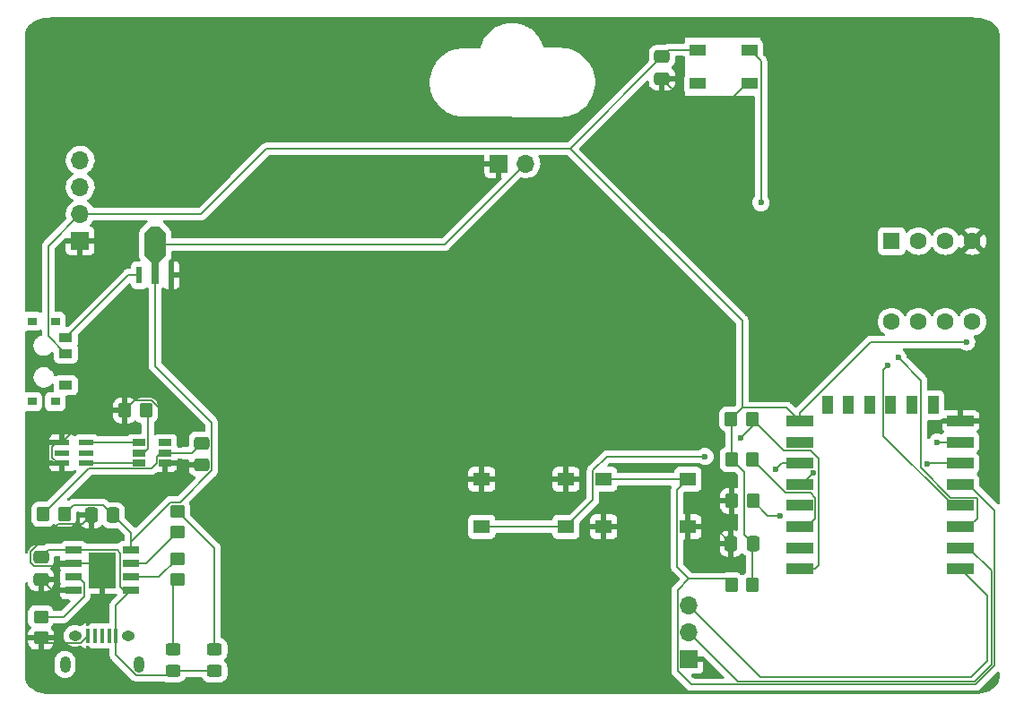
<source format=gbl>
G04 #@! TF.GenerationSoftware,KiCad,Pcbnew,(6.0.0)*
G04 #@! TF.CreationDate,2022-05-24T10:02:23+02:00*
G04 #@! TF.ProjectId,drawing.kicad_v3.0_pcb,64726177-696e-4672-9e6b-696361645f76,v2.2*
G04 #@! TF.SameCoordinates,Original*
G04 #@! TF.FileFunction,Copper,L2,Bot*
G04 #@! TF.FilePolarity,Positive*
%FSLAX46Y46*%
G04 Gerber Fmt 4.6, Leading zero omitted, Abs format (unit mm)*
G04 Created by KiCad (PCBNEW (6.0.0)) date 2022-05-24 10:02:23*
%MOMM*%
%LPD*%
G01*
G04 APERTURE LIST*
G04 Aperture macros list*
%AMRoundRect*
0 Rectangle with rounded corners*
0 $1 Rounding radius*
0 $2 $3 $4 $5 $6 $7 $8 $9 X,Y pos of 4 corners*
0 Add a 4 corners polygon primitive as box body*
4,1,4,$2,$3,$4,$5,$6,$7,$8,$9,$2,$3,0*
0 Add four circle primitives for the rounded corners*
1,1,$1+$1,$2,$3*
1,1,$1+$1,$4,$5*
1,1,$1+$1,$6,$7*
1,1,$1+$1,$8,$9*
0 Add four rect primitives between the rounded corners*
20,1,$1+$1,$2,$3,$4,$5,0*
20,1,$1+$1,$4,$5,$6,$7,0*
20,1,$1+$1,$6,$7,$8,$9,0*
20,1,$1+$1,$8,$9,$2,$3,0*%
%AMFreePoly0*
4,1,9,1.000000,1.114214,1.000000,-1.114214,0.414214,-1.700000,-0.414214,-1.700000,-1.000000,-1.114214,-1.000000,1.114214,-0.414214,1.700000,0.414214,1.700000,1.000000,1.114214,1.000000,1.114214,$1*%
G04 Aperture macros list end*
G04 #@! TA.AperFunction,ComponentPad*
%ADD10R,1.700000X1.700000*%
G04 #@! TD*
G04 #@! TA.AperFunction,ComponentPad*
%ADD11O,1.700000X1.700000*%
G04 #@! TD*
G04 #@! TA.AperFunction,SMDPad,CuDef*
%ADD12R,0.400000X1.350000*%
G04 #@! TD*
G04 #@! TA.AperFunction,ComponentPad*
%ADD13O,1.250000X0.950000*%
G04 #@! TD*
G04 #@! TA.AperFunction,ComponentPad*
%ADD14O,1.000000X1.550000*%
G04 #@! TD*
G04 #@! TA.AperFunction,SMDPad,CuDef*
%ADD15RoundRect,0.250000X0.350000X0.450000X-0.350000X0.450000X-0.350000X-0.450000X0.350000X-0.450000X0*%
G04 #@! TD*
G04 #@! TA.AperFunction,SMDPad,CuDef*
%ADD16R,1.250000X0.900000*%
G04 #@! TD*
G04 #@! TA.AperFunction,SMDPad,CuDef*
%ADD17R,0.900000X0.800000*%
G04 #@! TD*
G04 #@! TA.AperFunction,SMDPad,CuDef*
%ADD18RoundRect,0.250000X0.450000X-0.350000X0.450000X0.350000X-0.450000X0.350000X-0.450000X-0.350000X0*%
G04 #@! TD*
G04 #@! TA.AperFunction,SMDPad,CuDef*
%ADD19R,1.525000X0.700000*%
G04 #@! TD*
G04 #@! TA.AperFunction,SMDPad,CuDef*
%ADD20R,2.513000X3.402000*%
G04 #@! TD*
G04 #@! TA.AperFunction,SMDPad,CuDef*
%ADD21R,1.400000X0.600000*%
G04 #@! TD*
G04 #@! TA.AperFunction,ComponentPad*
%ADD22R,1.600000X1.600000*%
G04 #@! TD*
G04 #@! TA.AperFunction,ComponentPad*
%ADD23C,1.600000*%
G04 #@! TD*
G04 #@! TA.AperFunction,SMDPad,CuDef*
%ADD24R,0.599999X1.599999*%
G04 #@! TD*
G04 #@! TA.AperFunction,SMDPad,CuDef*
%ADD25R,0.700001X2.000001*%
G04 #@! TD*
G04 #@! TA.AperFunction,SMDPad,CuDef*
%ADD26FreePoly0,180.000000*%
G04 #@! TD*
G04 #@! TA.AperFunction,SMDPad,CuDef*
%ADD27R,2.500000X1.000000*%
G04 #@! TD*
G04 #@! TA.AperFunction,SMDPad,CuDef*
%ADD28R,1.000000X1.800000*%
G04 #@! TD*
G04 #@! TA.AperFunction,SMDPad,CuDef*
%ADD29R,1.500000X1.000000*%
G04 #@! TD*
G04 #@! TA.AperFunction,SMDPad,CuDef*
%ADD30RoundRect,0.250000X-0.475000X0.337500X-0.475000X-0.337500X0.475000X-0.337500X0.475000X0.337500X0*%
G04 #@! TD*
G04 #@! TA.AperFunction,SMDPad,CuDef*
%ADD31RoundRect,0.250000X-0.450000X0.325000X-0.450000X-0.325000X0.450000X-0.325000X0.450000X0.325000X0*%
G04 #@! TD*
G04 #@! TA.AperFunction,SMDPad,CuDef*
%ADD32RoundRect,0.250000X0.337500X0.475000X-0.337500X0.475000X-0.337500X-0.475000X0.337500X-0.475000X0*%
G04 #@! TD*
G04 #@! TA.AperFunction,SMDPad,CuDef*
%ADD33R,1.200000X0.650000*%
G04 #@! TD*
G04 #@! TA.AperFunction,SMDPad,CuDef*
%ADD34RoundRect,0.250000X0.475000X-0.337500X0.475000X0.337500X-0.475000X0.337500X-0.475000X-0.337500X0*%
G04 #@! TD*
G04 #@! TA.AperFunction,SMDPad,CuDef*
%ADD35R,1.550000X1.300000*%
G04 #@! TD*
G04 #@! TA.AperFunction,SMDPad,CuDef*
%ADD36RoundRect,0.250000X-0.350000X-0.450000X0.350000X-0.450000X0.350000X0.450000X-0.350000X0.450000X0*%
G04 #@! TD*
G04 #@! TA.AperFunction,ViaPad*
%ADD37C,0.600000*%
G04 #@! TD*
G04 #@! TA.AperFunction,Conductor*
%ADD38C,0.152400*%
G04 #@! TD*
G04 APERTURE END LIST*
D10*
X111709200Y-83058000D03*
D11*
X111709200Y-80518000D03*
X111709200Y-77978000D03*
X111709200Y-75438000D03*
D12*
X115076760Y-120398540D03*
X114426760Y-120398540D03*
X113776760Y-120398540D03*
X113126760Y-120398540D03*
X112476760Y-120398540D03*
D13*
X116276760Y-120398540D03*
X111276760Y-120398540D03*
D14*
X117276760Y-123098540D03*
X110276760Y-123098540D03*
D15*
X175218600Y-107645200D03*
X173218600Y-107645200D03*
X110200000Y-108900000D03*
X108200000Y-108900000D03*
D16*
X110339000Y-96712600D03*
X110339000Y-93712600D03*
X110339000Y-92212600D03*
D17*
X109364000Y-98262600D03*
X107164000Y-98262600D03*
X107164000Y-90662600D03*
X109364000Y-90662600D03*
D18*
X120900000Y-115100000D03*
X120900000Y-113100000D03*
D19*
X111088000Y-116105000D03*
X111088000Y-114835000D03*
X111088000Y-113565000D03*
X111088000Y-112295000D03*
X116512000Y-112295000D03*
X116512000Y-113565000D03*
X116512000Y-114835000D03*
X116512000Y-116105000D03*
D20*
X113800000Y-114200000D03*
D21*
X110000000Y-104050000D03*
X110000000Y-103100000D03*
X110000000Y-102150000D03*
X112300000Y-104050000D03*
X112300000Y-103100000D03*
X112300000Y-102150000D03*
D22*
X188325600Y-83083400D03*
D23*
X190865600Y-83083400D03*
X193405600Y-83083400D03*
X195945600Y-83083400D03*
X195945600Y-90703400D03*
X193405600Y-90703400D03*
X190865600Y-90703400D03*
X188325600Y-90703400D03*
D15*
X117900000Y-99100000D03*
X115900000Y-99100000D03*
D24*
X120300000Y-86299999D03*
D25*
X118800001Y-86099999D03*
D26*
X118800000Y-83400000D03*
D24*
X117300000Y-86299999D03*
D27*
X179648800Y-114084400D03*
X179648800Y-112084400D03*
X179648800Y-110084400D03*
X179648800Y-108084400D03*
X179648800Y-106084400D03*
X179648800Y-104084400D03*
X179648800Y-102084400D03*
X179648800Y-100084400D03*
D28*
X182248800Y-98584400D03*
X184248800Y-98584400D03*
X186248800Y-98584400D03*
X188248800Y-98584400D03*
X190248800Y-98584400D03*
X192248800Y-98584400D03*
D27*
X194848800Y-100084400D03*
X194848800Y-102084400D03*
X194848800Y-104084400D03*
X194848800Y-106084400D03*
X194848800Y-108084400D03*
X194848800Y-110084400D03*
X194848800Y-112084400D03*
X194848800Y-114084400D03*
D29*
X174916000Y-68198800D03*
X174916000Y-64998800D03*
X170016000Y-64998800D03*
X170016000Y-68198800D03*
D30*
X123200000Y-102162500D03*
X123200000Y-104237500D03*
D10*
X151250000Y-75760000D03*
D11*
X153790000Y-75760000D03*
D15*
X175200000Y-115600000D03*
X173200000Y-115600000D03*
D31*
X120500000Y-121675000D03*
X120500000Y-123725000D03*
D32*
X114837500Y-109000000D03*
X112762500Y-109000000D03*
D18*
X120900000Y-110600000D03*
X120900000Y-108600000D03*
D33*
X117250000Y-104050000D03*
X117250000Y-103100000D03*
X117250000Y-102150000D03*
X119750000Y-102150000D03*
X119750000Y-103100000D03*
X119750000Y-104050000D03*
D34*
X108000000Y-115037500D03*
X108000000Y-112962500D03*
D35*
X149625000Y-110100000D03*
X157575000Y-110100000D03*
X149625000Y-105600000D03*
X157575000Y-105600000D03*
D31*
X124400000Y-121675000D03*
X124400000Y-123725000D03*
D10*
X169195200Y-122645800D03*
D11*
X169195200Y-120105800D03*
X169195200Y-117565800D03*
D36*
X173193200Y-103733600D03*
X175193200Y-103733600D03*
X173167800Y-99898200D03*
X175167800Y-99898200D03*
D32*
X175256100Y-111683800D03*
X173181100Y-111683800D03*
D34*
X166640000Y-67727500D03*
X166640000Y-65652500D03*
D35*
X169085000Y-105590000D03*
X161135000Y-105590000D03*
X169085000Y-110090000D03*
X161135000Y-110090000D03*
D18*
X108000000Y-120600000D03*
X108000000Y-118600000D03*
D37*
X121158000Y-102362000D03*
X121158000Y-103886000D03*
X115570000Y-75184000D03*
X195420000Y-92630000D03*
X188950000Y-94110000D03*
X187970000Y-94840000D03*
X191643000Y-104165400D03*
X174050000Y-101710000D03*
X170720000Y-103450000D03*
X177770000Y-109050000D03*
X192620000Y-102090000D03*
X176000000Y-79460000D03*
X180890000Y-105036302D03*
X177390000Y-104640000D03*
D38*
X109067500Y-116105000D02*
X108000000Y-115037500D01*
X111088000Y-113565000D02*
X113165000Y-113565000D01*
X110000000Y-104050000D02*
X109600000Y-104050000D01*
X169085000Y-110090000D02*
X171587300Y-110090000D01*
X110874880Y-113778120D02*
X107326957Y-113778120D01*
X173074800Y-69790000D02*
X168702500Y-69790000D01*
X174666000Y-68198800D02*
X173074800Y-69790000D01*
X107030000Y-113481163D02*
X107030000Y-112443837D01*
X109493778Y-102150000D02*
X110000000Y-102150000D01*
X116828120Y-98171880D02*
X118448043Y-98171880D01*
X111088000Y-113565000D02*
X110874880Y-113778120D01*
X109600000Y-104050000D02*
X109071889Y-103521889D01*
X108501660Y-121101660D02*
X111773640Y-121101660D01*
X109071889Y-103521889D02*
X109071889Y-102571889D01*
X112762500Y-109000000D02*
X111934380Y-109828120D01*
X121158000Y-100881837D02*
X121158000Y-102362000D01*
X113050000Y-99100000D02*
X115900000Y-99100000D01*
X168702500Y-69790000D02*
X166640000Y-67727500D01*
X118448043Y-98171880D02*
X121158000Y-100881837D01*
X115900000Y-99100000D02*
X116828120Y-98171880D01*
X111088000Y-116105000D02*
X109067500Y-116105000D01*
X174916000Y-68198800D02*
X174666000Y-68198800D01*
X113165000Y-113565000D02*
X113800000Y-114200000D01*
X109071889Y-102571889D02*
X109493778Y-102150000D01*
X111934380Y-109828120D02*
X109651957Y-109828120D01*
X109645717Y-109828120D02*
X109651957Y-109828120D01*
X107326957Y-113778120D02*
X107030000Y-113481163D01*
X108000000Y-120600000D02*
X108501660Y-121101660D01*
X121158000Y-103886000D02*
X119914000Y-103886000D01*
X107030000Y-112443837D02*
X109645717Y-109828120D01*
X111773640Y-121101660D02*
X112476760Y-120398540D01*
X119914000Y-103886000D02*
X119750000Y-104050000D01*
X171587300Y-110090000D02*
X173181100Y-111683800D01*
X110000000Y-102150000D02*
X113050000Y-99100000D01*
X120500000Y-121675000D02*
X120500000Y-115500000D01*
X120500000Y-115500000D02*
X120900000Y-115100000D01*
X174209200Y-98856800D02*
X178421200Y-98856800D01*
X174209200Y-98856800D02*
X174209200Y-90596700D01*
X175200000Y-111739900D02*
X175256100Y-111683800D01*
X111709200Y-80518000D02*
X108685889Y-83541311D01*
X166640000Y-65652500D02*
X157952500Y-74340000D01*
X179648800Y-100084400D02*
X179648800Y-99328178D01*
X170016000Y-64998800D02*
X167293700Y-64998800D01*
X173193200Y-103733600D02*
X173193200Y-99923600D01*
X123142000Y-80518000D02*
X129320000Y-74340000D01*
X167293700Y-64998800D02*
X166640000Y-65652500D01*
X174390480Y-104930880D02*
X173193200Y-103733600D01*
X179648800Y-99328178D02*
X186346978Y-92630000D01*
X129320000Y-74340000D02*
X157952500Y-74340000D01*
X186346978Y-92630000D02*
X195420000Y-92630000D01*
X174390480Y-110818180D02*
X174390480Y-104930880D01*
X175200000Y-115600000D02*
X175200000Y-111739900D01*
X174209200Y-98856800D02*
X173167800Y-99898200D01*
X173193200Y-99923600D02*
X173167800Y-99898200D01*
X178421200Y-98856800D02*
X179648800Y-100084400D01*
X174209200Y-90596700D02*
X157952500Y-74340000D01*
X108685889Y-92059489D02*
X110339000Y-93712600D01*
X111709200Y-80518000D02*
X123142000Y-80518000D01*
X175256100Y-111683800D02*
X174390480Y-110818180D01*
X108685889Y-83541311D02*
X108685889Y-92059489D01*
X111088000Y-112295000D02*
X111112111Y-112270889D01*
X108667500Y-112295000D02*
X108000000Y-112962500D01*
X115076760Y-120398540D02*
X115076760Y-117540240D01*
X120500000Y-123725000D02*
X120123340Y-124101660D01*
X115521389Y-112598200D02*
X115521389Y-115775389D01*
X111112111Y-112270889D02*
X115194078Y-112270889D01*
X124400000Y-123725000D02*
X120500000Y-123725000D01*
X120123340Y-124101660D02*
X116975163Y-124101660D01*
X115521389Y-115775389D02*
X115851000Y-116105000D01*
X115076760Y-122203257D02*
X115076760Y-120398540D01*
X115851000Y-116105000D02*
X116512000Y-116105000D01*
X115076760Y-117540240D02*
X116512000Y-116105000D01*
X116975163Y-124101660D02*
X115076760Y-122203257D01*
X115194078Y-112270889D02*
X115521389Y-112598200D01*
X111088000Y-112295000D02*
X108667500Y-112295000D01*
X119318778Y-103100000D02*
X119750000Y-103100000D01*
X123200000Y-102162500D02*
X122262500Y-103100000D01*
X112496889Y-104603111D02*
X118408889Y-104603111D01*
X118921889Y-104090111D02*
X118921889Y-103496889D01*
X108200000Y-108900000D02*
X112496889Y-104603111D01*
X122262500Y-103100000D02*
X119750000Y-103100000D01*
X118921889Y-103496889D02*
X119318778Y-103100000D01*
X118408889Y-104603111D02*
X118921889Y-104090111D01*
X196150000Y-124710000D02*
X173799400Y-124710000D01*
X173799400Y-124710000D02*
X169195200Y-120105800D01*
X195598800Y-112084400D02*
X197750000Y-114235600D01*
X197750000Y-123110000D02*
X196150000Y-124710000D01*
X194848800Y-112084400D02*
X195598800Y-112084400D01*
X197750000Y-114235600D02*
X197750000Y-123110000D01*
X197395689Y-122793951D02*
X195849640Y-124340000D01*
X197395689Y-116631289D02*
X197395689Y-122793951D01*
X175969400Y-124340000D02*
X169195200Y-117565800D01*
X195849640Y-124340000D02*
X175969400Y-124340000D01*
X194848800Y-114084400D02*
X197395689Y-116631289D01*
X191080622Y-104522444D02*
X193914467Y-107356289D01*
X193914467Y-107356289D02*
X196326911Y-107356289D01*
X196390000Y-107419378D02*
X196390000Y-109293200D01*
X196390000Y-109293200D02*
X195598800Y-110084400D01*
X196326911Y-107356289D02*
X196390000Y-107419378D01*
X188950000Y-94110000D02*
X191080622Y-96240622D01*
X191080622Y-96240622D02*
X191080622Y-104522444D01*
X195598800Y-110084400D02*
X194848800Y-110084400D01*
X187970000Y-94840000D02*
X187520689Y-95289311D01*
X187520689Y-101506289D02*
X194098800Y-108084400D01*
X194098800Y-108084400D02*
X194848800Y-108084400D01*
X187520689Y-95289311D02*
X187520689Y-101506289D01*
X191643000Y-104165400D02*
X191724000Y-104084400D01*
X191724000Y-104084400D02*
X194848800Y-104084400D01*
X175193200Y-103733600D02*
X178342800Y-106883200D01*
X180398800Y-110084400D02*
X179648800Y-110084400D01*
X181126911Y-107356289D02*
X181126911Y-109356289D01*
X178342800Y-106883200D02*
X180653822Y-106883200D01*
X181126911Y-109356289D02*
X180398800Y-110084400D01*
X180653822Y-106883200D02*
X181126911Y-107356289D01*
X174050000Y-101710000D02*
X175167800Y-100592200D01*
X181432200Y-113741200D02*
X181089000Y-114084400D01*
X149625000Y-110100000D02*
X157575000Y-110100000D01*
X160131889Y-104768111D02*
X161450000Y-103450000D01*
X161450000Y-103450000D02*
X170720000Y-103450000D01*
X157575000Y-110100000D02*
X160131889Y-107543111D01*
X178165000Y-102895400D02*
X180666022Y-102895400D01*
X175167800Y-99898200D02*
X178165000Y-102895400D01*
X160131889Y-107543111D02*
X160131889Y-104768111D01*
X175167800Y-100592200D02*
X175167800Y-99898200D01*
X181432200Y-103661578D02*
X181432200Y-113741200D01*
X180666022Y-102895400D02*
X181432200Y-103661578D01*
X181089000Y-114084400D02*
X179648800Y-114084400D01*
X176623400Y-109050000D02*
X175218600Y-107645200D01*
X194848800Y-102084400D02*
X192625600Y-102084400D01*
X192625600Y-102084400D02*
X192620000Y-102090000D01*
X177770000Y-109050000D02*
X176623400Y-109050000D01*
X116512000Y-114835000D02*
X119165000Y-114835000D01*
X119165000Y-114835000D02*
X120900000Y-113100000D01*
X112078611Y-116683111D02*
X112078611Y-115413111D01*
X111500500Y-114835000D02*
X111088000Y-114835000D01*
X110161722Y-118600000D02*
X112078611Y-116683111D01*
X108000000Y-118600000D02*
X110161722Y-118600000D01*
X112078611Y-115413111D02*
X111500500Y-114835000D01*
X116512000Y-113565000D02*
X117935000Y-113565000D01*
X117935000Y-113565000D02*
X120900000Y-110600000D01*
X169407489Y-125014311D02*
X168117089Y-123723911D01*
X168081889Y-106593111D02*
X168081889Y-113912489D01*
X168081889Y-113912489D02*
X169195200Y-115025800D01*
X196276049Y-125014311D02*
X169407489Y-125014311D01*
X168117089Y-123723911D02*
X168117089Y-116103911D01*
X198054311Y-108539911D02*
X198054310Y-123236050D01*
X169085000Y-105590000D02*
X161135000Y-105590000D01*
X195598800Y-106084400D02*
X198054311Y-108539911D01*
X169195200Y-115025800D02*
X172625800Y-115025800D01*
X172625800Y-115025800D02*
X173200000Y-115600000D01*
X169085000Y-105590000D02*
X168081889Y-106593111D01*
X198054310Y-123236050D02*
X196276049Y-125014311D01*
X194848800Y-106084400D02*
X195598800Y-106084400D01*
X168117089Y-116103911D02*
X169195200Y-115025800D01*
X179841902Y-106084400D02*
X179648800Y-106084400D01*
X174916000Y-64998800D02*
X176000000Y-66082800D01*
X180890000Y-105036302D02*
X179841902Y-106084400D01*
X176000000Y-66082800D02*
X176000000Y-79460000D01*
X177945600Y-104084400D02*
X179648800Y-104084400D01*
X177390000Y-104640000D02*
X177945600Y-104084400D01*
X110200000Y-108900000D02*
X111053120Y-108046880D01*
X124153120Y-100263480D02*
X124153120Y-104777080D01*
X118800000Y-83400000D02*
X146150000Y-83400000D01*
X120218520Y-107771880D02*
X116512000Y-111478400D01*
X146150000Y-83400000D02*
X153790000Y-75760000D01*
X121158320Y-107771880D02*
X120218520Y-107771880D01*
X113884380Y-108046880D02*
X114837500Y-109000000D01*
X111053120Y-108046880D02*
X113884380Y-108046880D01*
X118800001Y-86099999D02*
X118800001Y-94910361D01*
X116512000Y-110674500D02*
X114837500Y-109000000D01*
X116512000Y-112295000D02*
X116512000Y-110674500D01*
X118800001Y-94910361D02*
X124153120Y-100263480D01*
X124153120Y-104777080D02*
X121158320Y-107771880D01*
X124400000Y-121675000D02*
X124400000Y-112100000D01*
X124400000Y-112100000D02*
X120900000Y-108600000D01*
X117250000Y-104050000D02*
X112300000Y-104050000D01*
X117681222Y-103100000D02*
X117250000Y-103100000D01*
X117900000Y-99100000D02*
X118078111Y-99278111D01*
X118078111Y-99278111D02*
X118078111Y-102703111D01*
X118078111Y-102703111D02*
X117681222Y-103100000D01*
X117250000Y-102150000D02*
X112300000Y-102150000D01*
X117300000Y-86299999D02*
X116251601Y-86299999D01*
X116251601Y-86299999D02*
X110339000Y-92212600D01*
G04 #@! TA.AperFunction,Conductor*
G36*
X157726241Y-74944702D02*
G01*
X157747215Y-74961605D01*
X173587595Y-90801986D01*
X173621621Y-90864298D01*
X173624500Y-90891081D01*
X173624500Y-98562420D01*
X173604498Y-98630541D01*
X173587595Y-98651515D01*
X173586315Y-98652795D01*
X173524003Y-98686821D01*
X173497220Y-98689700D01*
X172767400Y-98689700D01*
X172764154Y-98690037D01*
X172764150Y-98690037D01*
X172668492Y-98699962D01*
X172668488Y-98699963D01*
X172661634Y-98700674D01*
X172655098Y-98702855D01*
X172655096Y-98702855D01*
X172529861Y-98744637D01*
X172493854Y-98756650D01*
X172343452Y-98849722D01*
X172218495Y-98974897D01*
X172214655Y-98981127D01*
X172214654Y-98981128D01*
X172150059Y-99085921D01*
X172125685Y-99125462D01*
X172070003Y-99293339D01*
X172059300Y-99397800D01*
X172059300Y-100398600D01*
X172070274Y-100504366D01*
X172126250Y-100672146D01*
X172219322Y-100822548D01*
X172344497Y-100947505D01*
X172350727Y-100951345D01*
X172350728Y-100951346D01*
X172486464Y-101035015D01*
X172495062Y-101040315D01*
X172522168Y-101049306D01*
X172580526Y-101089735D01*
X172607764Y-101155298D01*
X172608500Y-101168898D01*
X172608500Y-102471484D01*
X172588498Y-102539605D01*
X172534842Y-102586098D01*
X172529292Y-102588284D01*
X172526201Y-102589732D01*
X172519254Y-102592050D01*
X172368852Y-102685122D01*
X172363679Y-102690304D01*
X172315997Y-102738069D01*
X172243895Y-102810297D01*
X172240055Y-102816527D01*
X172240054Y-102816528D01*
X172163649Y-102940480D01*
X172151085Y-102960862D01*
X172138772Y-102997984D01*
X172103242Y-103105106D01*
X172095403Y-103128739D01*
X172084700Y-103233200D01*
X172084700Y-104234000D01*
X172085037Y-104237246D01*
X172085037Y-104237250D01*
X172094930Y-104332592D01*
X172095674Y-104339766D01*
X172097855Y-104346302D01*
X172097855Y-104346304D01*
X172132959Y-104451522D01*
X172151650Y-104507546D01*
X172244722Y-104657948D01*
X172369897Y-104782905D01*
X172376127Y-104786745D01*
X172376128Y-104786746D01*
X172510302Y-104869452D01*
X172520462Y-104875715D01*
X172568668Y-104891704D01*
X172681811Y-104929232D01*
X172681813Y-104929232D01*
X172688339Y-104931397D01*
X172695175Y-104932097D01*
X172695178Y-104932098D01*
X172738231Y-104936509D01*
X172792800Y-104942100D01*
X173522619Y-104942100D01*
X173590740Y-104962102D01*
X173611714Y-104979005D01*
X173768875Y-105136166D01*
X173802901Y-105198478D01*
X173805780Y-105225261D01*
X173805780Y-106316771D01*
X173785778Y-106384892D01*
X173732122Y-106431385D01*
X173666939Y-106442115D01*
X173622165Y-106437528D01*
X173615745Y-106437200D01*
X173490715Y-106437200D01*
X173475476Y-106441675D01*
X173474271Y-106443065D01*
X173472600Y-106450748D01*
X173472600Y-108835084D01*
X173477075Y-108850323D01*
X173478465Y-108851528D01*
X173486148Y-108853199D01*
X173615695Y-108853199D01*
X173622214Y-108852862D01*
X173666777Y-108848238D01*
X173736598Y-108861103D01*
X173788380Y-108909674D01*
X173805780Y-108973565D01*
X173805780Y-110335494D01*
X173785778Y-110403615D01*
X173732122Y-110450108D01*
X173666938Y-110460838D01*
X173572162Y-110451128D01*
X173565745Y-110450800D01*
X173453215Y-110450800D01*
X173437976Y-110455275D01*
X173436771Y-110456665D01*
X173435100Y-110464348D01*
X173435100Y-112898684D01*
X173439575Y-112913923D01*
X173440965Y-112915128D01*
X173448648Y-112916799D01*
X173565695Y-112916799D01*
X173572214Y-112916462D01*
X173667806Y-112906543D01*
X173681200Y-112903651D01*
X173835384Y-112852212D01*
X173848562Y-112846039D01*
X173986407Y-112760737D01*
X173997808Y-112751701D01*
X174112338Y-112636972D01*
X174119394Y-112628038D01*
X174177312Y-112586977D01*
X174248235Y-112583747D01*
X174309646Y-112619374D01*
X174316446Y-112627207D01*
X174320122Y-112633148D01*
X174445297Y-112758105D01*
X174451527Y-112761945D01*
X174451528Y-112761946D01*
X174555416Y-112825984D01*
X174602910Y-112878757D01*
X174615300Y-112933244D01*
X174615300Y-114337884D01*
X174595298Y-114406005D01*
X174541642Y-114452498D01*
X174536092Y-114454684D01*
X174533001Y-114456132D01*
X174526054Y-114458450D01*
X174375652Y-114551522D01*
X174370479Y-114556704D01*
X174289216Y-114638109D01*
X174226934Y-114672188D01*
X174156114Y-114667185D01*
X174111025Y-114638264D01*
X174028483Y-114555866D01*
X174023303Y-114550695D01*
X173951510Y-114506441D01*
X173878968Y-114461725D01*
X173878966Y-114461724D01*
X173872738Y-114457885D01*
X173712254Y-114404655D01*
X173711389Y-114404368D01*
X173711387Y-114404368D01*
X173704861Y-114402203D01*
X173698025Y-114401503D01*
X173698022Y-114401502D01*
X173654969Y-114397091D01*
X173600400Y-114391500D01*
X172799600Y-114391500D01*
X172796354Y-114391837D01*
X172796350Y-114391837D01*
X172700692Y-114401762D01*
X172700688Y-114401763D01*
X172693834Y-114402474D01*
X172687298Y-114404655D01*
X172687296Y-114404655D01*
X172597469Y-114434624D01*
X172557593Y-114441100D01*
X169489582Y-114441100D01*
X169421461Y-114421098D01*
X169400487Y-114404196D01*
X168703494Y-113707204D01*
X168669469Y-113644891D01*
X168666589Y-113618108D01*
X168666589Y-112205895D01*
X172085601Y-112205895D01*
X172085938Y-112212414D01*
X172095857Y-112308006D01*
X172098749Y-112321400D01*
X172150188Y-112475584D01*
X172156361Y-112488762D01*
X172241663Y-112626607D01*
X172250699Y-112638008D01*
X172365429Y-112752539D01*
X172376840Y-112761551D01*
X172514843Y-112846616D01*
X172528024Y-112852763D01*
X172682310Y-112903938D01*
X172695686Y-112906805D01*
X172790038Y-112916472D01*
X172796454Y-112916800D01*
X172908985Y-112916800D01*
X172924224Y-112912325D01*
X172925429Y-112910935D01*
X172927100Y-112903252D01*
X172927100Y-111955915D01*
X172922625Y-111940676D01*
X172921235Y-111939471D01*
X172913552Y-111937800D01*
X172103716Y-111937800D01*
X172088477Y-111942275D01*
X172087272Y-111943665D01*
X172085601Y-111951348D01*
X172085601Y-112205895D01*
X168666589Y-112205895D01*
X168666589Y-111411685D01*
X172085600Y-111411685D01*
X172090075Y-111426924D01*
X172091465Y-111428129D01*
X172099148Y-111429800D01*
X172908985Y-111429800D01*
X172924224Y-111425325D01*
X172925429Y-111423935D01*
X172927100Y-111416252D01*
X172927100Y-110468916D01*
X172922625Y-110453677D01*
X172921235Y-110452472D01*
X172913552Y-110450801D01*
X172796505Y-110450801D01*
X172789986Y-110451138D01*
X172694394Y-110461057D01*
X172681000Y-110463949D01*
X172526816Y-110515388D01*
X172513638Y-110521561D01*
X172375793Y-110606863D01*
X172364392Y-110615899D01*
X172249861Y-110730629D01*
X172240849Y-110742040D01*
X172155784Y-110880043D01*
X172149637Y-110893224D01*
X172098462Y-111047510D01*
X172095595Y-111060886D01*
X172085928Y-111155238D01*
X172085600Y-111161655D01*
X172085600Y-111411685D01*
X168666589Y-111411685D01*
X168666589Y-111374000D01*
X168686591Y-111305879D01*
X168740247Y-111259386D01*
X168792589Y-111248000D01*
X168812885Y-111248000D01*
X168828124Y-111243525D01*
X168829329Y-111242135D01*
X168831000Y-111234452D01*
X168831000Y-111229884D01*
X169339000Y-111229884D01*
X169343475Y-111245123D01*
X169344865Y-111246328D01*
X169352548Y-111247999D01*
X169904669Y-111247999D01*
X169911490Y-111247629D01*
X169962352Y-111242105D01*
X169977604Y-111238479D01*
X170098054Y-111193324D01*
X170113649Y-111184786D01*
X170215724Y-111108285D01*
X170228285Y-111095724D01*
X170304786Y-110993649D01*
X170313324Y-110978054D01*
X170358478Y-110857606D01*
X170362105Y-110842351D01*
X170367631Y-110791486D01*
X170368000Y-110784672D01*
X170368000Y-110362115D01*
X170363525Y-110346876D01*
X170362135Y-110345671D01*
X170354452Y-110344000D01*
X169357115Y-110344000D01*
X169341876Y-110348475D01*
X169340671Y-110349865D01*
X169339000Y-110357548D01*
X169339000Y-111229884D01*
X168831000Y-111229884D01*
X168831000Y-109817885D01*
X169339000Y-109817885D01*
X169343475Y-109833124D01*
X169344865Y-109834329D01*
X169352548Y-109836000D01*
X170349884Y-109836000D01*
X170365123Y-109831525D01*
X170366328Y-109830135D01*
X170367999Y-109822452D01*
X170367999Y-109395331D01*
X170367629Y-109388510D01*
X170362105Y-109337648D01*
X170358479Y-109322396D01*
X170313324Y-109201946D01*
X170304786Y-109186351D01*
X170228285Y-109084276D01*
X170215724Y-109071715D01*
X170113649Y-108995214D01*
X170098054Y-108986676D01*
X169977606Y-108941522D01*
X169962351Y-108937895D01*
X169911486Y-108932369D01*
X169904672Y-108932000D01*
X169357115Y-108932000D01*
X169341876Y-108936475D01*
X169340671Y-108937865D01*
X169339000Y-108945548D01*
X169339000Y-109817885D01*
X168831000Y-109817885D01*
X168831000Y-108950116D01*
X168826525Y-108934877D01*
X168825135Y-108933672D01*
X168817452Y-108932001D01*
X168792589Y-108932001D01*
X168724468Y-108911999D01*
X168677975Y-108858343D01*
X168666589Y-108806001D01*
X168666589Y-108142295D01*
X172110601Y-108142295D01*
X172110938Y-108148814D01*
X172120857Y-108244406D01*
X172123749Y-108257800D01*
X172175188Y-108411984D01*
X172181361Y-108425162D01*
X172266663Y-108563007D01*
X172275699Y-108574408D01*
X172390429Y-108688939D01*
X172401840Y-108697951D01*
X172539843Y-108783016D01*
X172553024Y-108789163D01*
X172707310Y-108840338D01*
X172720686Y-108843205D01*
X172815038Y-108852872D01*
X172821454Y-108853200D01*
X172946485Y-108853200D01*
X172961724Y-108848725D01*
X172962929Y-108847335D01*
X172964600Y-108839652D01*
X172964600Y-107917315D01*
X172960125Y-107902076D01*
X172958735Y-107900871D01*
X172951052Y-107899200D01*
X172128716Y-107899200D01*
X172113477Y-107903675D01*
X172112272Y-107905065D01*
X172110601Y-107912748D01*
X172110601Y-108142295D01*
X168666589Y-108142295D01*
X168666589Y-107373085D01*
X172110600Y-107373085D01*
X172115075Y-107388324D01*
X172116465Y-107389529D01*
X172124148Y-107391200D01*
X172946485Y-107391200D01*
X172961724Y-107386725D01*
X172962929Y-107385335D01*
X172964600Y-107377652D01*
X172964600Y-106455316D01*
X172960125Y-106440077D01*
X172958735Y-106438872D01*
X172951052Y-106437201D01*
X172821505Y-106437201D01*
X172814986Y-106437538D01*
X172719394Y-106447457D01*
X172706000Y-106450349D01*
X172551816Y-106501788D01*
X172538638Y-106507961D01*
X172400793Y-106593263D01*
X172389392Y-106602299D01*
X172274861Y-106717029D01*
X172265849Y-106728440D01*
X172180784Y-106866443D01*
X172174637Y-106879624D01*
X172123462Y-107033910D01*
X172120595Y-107047286D01*
X172110928Y-107141638D01*
X172110600Y-107148055D01*
X172110600Y-107373085D01*
X168666589Y-107373085D01*
X168666589Y-106887491D01*
X168686591Y-106819370D01*
X168703494Y-106798396D01*
X168716485Y-106785405D01*
X168778797Y-106751379D01*
X168805580Y-106748500D01*
X169908134Y-106748500D01*
X169970316Y-106741745D01*
X170106705Y-106690615D01*
X170223261Y-106603261D01*
X170310615Y-106486705D01*
X170361745Y-106350316D01*
X170368500Y-106288134D01*
X170368500Y-104891866D01*
X170361745Y-104829684D01*
X170310615Y-104693295D01*
X170223261Y-104576739D01*
X170106705Y-104489385D01*
X169970316Y-104438255D01*
X169908134Y-104431500D01*
X168261866Y-104431500D01*
X168199684Y-104438255D01*
X168063295Y-104489385D01*
X167946739Y-104576739D01*
X167859385Y-104693295D01*
X167808255Y-104829684D01*
X167801500Y-104891866D01*
X167800008Y-104891704D01*
X167778370Y-104953011D01*
X167722297Y-104996557D01*
X167676181Y-105005300D01*
X162543819Y-105005300D01*
X162475698Y-104985298D01*
X162429205Y-104931642D01*
X162419404Y-104891768D01*
X162418500Y-104891866D01*
X162417497Y-104882631D01*
X162411745Y-104829684D01*
X162360615Y-104693295D01*
X162273261Y-104576739D01*
X162156705Y-104489385D01*
X162020316Y-104438255D01*
X161958134Y-104431500D01*
X161599581Y-104431500D01*
X161531460Y-104411498D01*
X161484967Y-104357842D01*
X161474863Y-104287568D01*
X161504357Y-104222988D01*
X161510486Y-104216405D01*
X161655286Y-104071605D01*
X161717598Y-104037579D01*
X161744381Y-104034700D01*
X170107144Y-104034700D01*
X170175265Y-104054702D01*
X170190903Y-104067531D01*
X170191059Y-104067343D01*
X170196488Y-104071834D01*
X170201382Y-104076902D01*
X170353159Y-104176222D01*
X170359763Y-104178678D01*
X170359765Y-104178679D01*
X170516558Y-104236990D01*
X170516560Y-104236990D01*
X170523168Y-104239448D01*
X170606995Y-104250633D01*
X170695980Y-104262507D01*
X170695984Y-104262507D01*
X170702961Y-104263438D01*
X170709972Y-104262800D01*
X170709976Y-104262800D01*
X170852459Y-104249832D01*
X170883600Y-104246998D01*
X170890302Y-104244820D01*
X170890304Y-104244820D01*
X171049409Y-104193124D01*
X171049412Y-104193123D01*
X171056108Y-104190947D01*
X171165442Y-104125771D01*
X171205860Y-104101677D01*
X171205862Y-104101676D01*
X171211912Y-104098069D01*
X171343266Y-103972982D01*
X171443643Y-103821902D01*
X171501479Y-103669650D01*
X171505555Y-103658920D01*
X171505556Y-103658918D01*
X171508055Y-103652338D01*
X171518405Y-103578692D01*
X171532748Y-103476639D01*
X171532748Y-103476636D01*
X171533299Y-103472717D01*
X171533616Y-103450000D01*
X171513397Y-103269745D01*
X171506386Y-103249613D01*
X171456064Y-103105106D01*
X171456062Y-103105103D01*
X171453745Y-103098448D01*
X171409702Y-103027964D01*
X171361359Y-102950598D01*
X171357626Y-102944624D01*
X171352664Y-102939627D01*
X171234778Y-102820915D01*
X171234774Y-102820912D01*
X171229815Y-102815918D01*
X171218697Y-102808862D01*
X171170538Y-102778300D01*
X171076666Y-102718727D01*
X171017166Y-102697540D01*
X170912425Y-102660243D01*
X170912420Y-102660242D01*
X170905790Y-102657881D01*
X170898802Y-102657048D01*
X170898799Y-102657047D01*
X170775698Y-102642368D01*
X170725680Y-102636404D01*
X170718677Y-102637140D01*
X170718676Y-102637140D01*
X170552288Y-102654628D01*
X170552286Y-102654629D01*
X170545288Y-102655364D01*
X170373579Y-102713818D01*
X170367575Y-102717512D01*
X170225095Y-102805166D01*
X170225092Y-102805168D01*
X170219088Y-102808862D01*
X170214053Y-102813793D01*
X170214050Y-102813795D01*
X170198194Y-102829323D01*
X170135529Y-102862694D01*
X170110036Y-102865300D01*
X161496578Y-102865300D01*
X161480131Y-102864222D01*
X161458188Y-102861333D01*
X161450000Y-102860255D01*
X161411681Y-102865300D01*
X161411676Y-102865300D01*
X161305551Y-102879272D01*
X161297363Y-102880350D01*
X161289734Y-102883510D01*
X161281313Y-102886998D01*
X161241624Y-102903438D01*
X161155127Y-102939266D01*
X161119502Y-102966602D01*
X161097480Y-102983500D01*
X161082161Y-102995255D01*
X161032987Y-103032987D01*
X161027965Y-103039532D01*
X161014480Y-103057106D01*
X161003612Y-103069497D01*
X159751386Y-104321724D01*
X159738995Y-104332591D01*
X159714876Y-104351098D01*
X159655312Y-104428725D01*
X159621155Y-104473238D01*
X159617996Y-104480865D01*
X159617993Y-104480870D01*
X159614468Y-104489382D01*
X159614467Y-104489385D01*
X159571020Y-104594276D01*
X159562239Y-104615474D01*
X159547189Y-104729790D01*
X159542144Y-104768111D01*
X159543222Y-104776299D01*
X159546111Y-104798244D01*
X159547189Y-104814690D01*
X159547189Y-107248731D01*
X159527187Y-107316852D01*
X159510284Y-107337826D01*
X157943515Y-108904595D01*
X157881203Y-108938621D01*
X157854420Y-108941500D01*
X156751866Y-108941500D01*
X156689684Y-108948255D01*
X156553295Y-108999385D01*
X156436739Y-109086739D01*
X156349385Y-109203295D01*
X156298255Y-109339684D01*
X156291500Y-109401866D01*
X156290008Y-109401704D01*
X156268370Y-109463011D01*
X156212297Y-109506557D01*
X156166181Y-109515300D01*
X151033819Y-109515300D01*
X150965698Y-109495298D01*
X150919205Y-109441642D01*
X150909404Y-109401768D01*
X150908500Y-109401866D01*
X150907790Y-109395328D01*
X150901745Y-109339684D01*
X150850615Y-109203295D01*
X150763261Y-109086739D01*
X150646705Y-108999385D01*
X150510316Y-108948255D01*
X150448134Y-108941500D01*
X148801866Y-108941500D01*
X148739684Y-108948255D01*
X148603295Y-108999385D01*
X148486739Y-109086739D01*
X148399385Y-109203295D01*
X148348255Y-109339684D01*
X148341500Y-109401866D01*
X148341500Y-110798134D01*
X148348255Y-110860316D01*
X148399385Y-110996705D01*
X148486739Y-111113261D01*
X148603295Y-111200615D01*
X148739684Y-111251745D01*
X148801866Y-111258500D01*
X150448134Y-111258500D01*
X150510316Y-111251745D01*
X150646705Y-111200615D01*
X150763261Y-111113261D01*
X150850615Y-110996705D01*
X150901745Y-110860316D01*
X150908500Y-110798134D01*
X150909992Y-110798296D01*
X150931630Y-110736989D01*
X150987703Y-110693443D01*
X151033819Y-110684700D01*
X156166181Y-110684700D01*
X156234302Y-110704702D01*
X156280795Y-110758358D01*
X156290596Y-110798232D01*
X156291500Y-110798134D01*
X156298255Y-110860316D01*
X156349385Y-110996705D01*
X156436739Y-111113261D01*
X156553295Y-111200615D01*
X156689684Y-111251745D01*
X156751866Y-111258500D01*
X158398134Y-111258500D01*
X158460316Y-111251745D01*
X158596705Y-111200615D01*
X158713261Y-111113261D01*
X158800615Y-110996705D01*
X158851745Y-110860316D01*
X158858500Y-110798134D01*
X158858500Y-110784669D01*
X159852001Y-110784669D01*
X159852371Y-110791490D01*
X159857895Y-110842352D01*
X159861521Y-110857604D01*
X159906676Y-110978054D01*
X159915214Y-110993649D01*
X159991715Y-111095724D01*
X160004276Y-111108285D01*
X160106351Y-111184786D01*
X160121946Y-111193324D01*
X160242394Y-111238478D01*
X160257649Y-111242105D01*
X160308514Y-111247631D01*
X160315328Y-111248000D01*
X160862885Y-111248000D01*
X160878124Y-111243525D01*
X160879329Y-111242135D01*
X160881000Y-111234452D01*
X160881000Y-111229884D01*
X161389000Y-111229884D01*
X161393475Y-111245123D01*
X161394865Y-111246328D01*
X161402548Y-111247999D01*
X161954669Y-111247999D01*
X161961490Y-111247629D01*
X162012352Y-111242105D01*
X162027604Y-111238479D01*
X162148054Y-111193324D01*
X162163649Y-111184786D01*
X162265724Y-111108285D01*
X162278285Y-111095724D01*
X162354786Y-110993649D01*
X162363324Y-110978054D01*
X162408478Y-110857606D01*
X162412105Y-110842351D01*
X162417631Y-110791486D01*
X162418000Y-110784672D01*
X162418000Y-110362115D01*
X162413525Y-110346876D01*
X162412135Y-110345671D01*
X162404452Y-110344000D01*
X161407115Y-110344000D01*
X161391876Y-110348475D01*
X161390671Y-110349865D01*
X161389000Y-110357548D01*
X161389000Y-111229884D01*
X160881000Y-111229884D01*
X160881000Y-110362115D01*
X160876525Y-110346876D01*
X160875135Y-110345671D01*
X160867452Y-110344000D01*
X159870116Y-110344000D01*
X159854877Y-110348475D01*
X159853672Y-110349865D01*
X159852001Y-110357548D01*
X159852001Y-110784669D01*
X158858500Y-110784669D01*
X158858500Y-109817885D01*
X159852000Y-109817885D01*
X159856475Y-109833124D01*
X159857865Y-109834329D01*
X159865548Y-109836000D01*
X160862885Y-109836000D01*
X160878124Y-109831525D01*
X160879329Y-109830135D01*
X160881000Y-109822452D01*
X160881000Y-109817885D01*
X161389000Y-109817885D01*
X161393475Y-109833124D01*
X161394865Y-109834329D01*
X161402548Y-109836000D01*
X162399884Y-109836000D01*
X162415123Y-109831525D01*
X162416328Y-109830135D01*
X162417999Y-109822452D01*
X162417999Y-109395331D01*
X162417629Y-109388510D01*
X162412105Y-109337648D01*
X162408479Y-109322396D01*
X162363324Y-109201946D01*
X162354786Y-109186351D01*
X162278285Y-109084276D01*
X162265724Y-109071715D01*
X162163649Y-108995214D01*
X162148054Y-108986676D01*
X162027606Y-108941522D01*
X162012351Y-108937895D01*
X161961486Y-108932369D01*
X161954672Y-108932000D01*
X161407115Y-108932000D01*
X161391876Y-108936475D01*
X161390671Y-108937865D01*
X161389000Y-108945548D01*
X161389000Y-109817885D01*
X160881000Y-109817885D01*
X160881000Y-108950116D01*
X160876525Y-108934877D01*
X160875135Y-108933672D01*
X160867452Y-108932001D01*
X160315331Y-108932001D01*
X160308510Y-108932371D01*
X160257648Y-108937895D01*
X160242396Y-108941521D01*
X160121946Y-108986676D01*
X160106351Y-108995214D01*
X160004276Y-109071715D01*
X159991715Y-109084276D01*
X159915214Y-109186351D01*
X159906676Y-109201946D01*
X159861522Y-109322394D01*
X159857895Y-109337649D01*
X159852369Y-109388514D01*
X159852000Y-109395328D01*
X159852000Y-109817885D01*
X158858500Y-109817885D01*
X158858500Y-109695580D01*
X158878502Y-109627459D01*
X158895405Y-109606485D01*
X160512392Y-107989498D01*
X160524784Y-107978630D01*
X160542352Y-107965150D01*
X160548902Y-107960124D01*
X160620340Y-107867023D01*
X160642623Y-107837984D01*
X160666903Y-107779368D01*
X160678235Y-107752009D01*
X160698379Y-107703377D01*
X160698379Y-107703376D01*
X160701539Y-107695748D01*
X160710213Y-107629867D01*
X160716589Y-107581432D01*
X160716589Y-107581430D01*
X160720556Y-107551299D01*
X160721634Y-107543111D01*
X160717667Y-107512978D01*
X160716589Y-107496532D01*
X160716589Y-106874500D01*
X160736591Y-106806379D01*
X160790247Y-106759886D01*
X160842589Y-106748500D01*
X161958134Y-106748500D01*
X162020316Y-106741745D01*
X162156705Y-106690615D01*
X162273261Y-106603261D01*
X162360615Y-106486705D01*
X162411745Y-106350316D01*
X162418500Y-106288134D01*
X162419992Y-106288296D01*
X162441630Y-106226989D01*
X162497703Y-106183443D01*
X162543819Y-106174700D01*
X167433754Y-106174700D01*
X167501875Y-106194702D01*
X167548368Y-106248358D01*
X167558472Y-106318632D01*
X167550163Y-106348916D01*
X167512239Y-106440474D01*
X167503922Y-106503650D01*
X167492144Y-106593111D01*
X167493222Y-106601299D01*
X167496111Y-106623244D01*
X167497189Y-106639690D01*
X167497189Y-113865911D01*
X167496111Y-113882358D01*
X167492144Y-113912489D01*
X167497189Y-113950808D01*
X167497189Y-113950810D01*
X167512239Y-114065126D01*
X167541037Y-114134649D01*
X167558463Y-114176719D01*
X167571155Y-114207362D01*
X167576182Y-114213913D01*
X167576183Y-114213915D01*
X167585354Y-114225866D01*
X167592823Y-114235600D01*
X167664876Y-114329502D01*
X167671422Y-114334525D01*
X167671425Y-114334528D01*
X167688998Y-114348012D01*
X167701390Y-114358880D01*
X168279215Y-114936705D01*
X168313241Y-114999017D01*
X168308176Y-115069832D01*
X168279215Y-115114895D01*
X167736586Y-115657524D01*
X167724195Y-115668391D01*
X167700076Y-115686898D01*
X167695050Y-115693448D01*
X167695049Y-115693449D01*
X167662015Y-115736500D01*
X167649633Y-115752637D01*
X167606355Y-115809038D01*
X167589099Y-115850698D01*
X167547439Y-115951274D01*
X167546361Y-115959462D01*
X167538785Y-116017013D01*
X167535687Y-116040542D01*
X167527344Y-116103911D01*
X167528422Y-116112099D01*
X167531311Y-116134044D01*
X167532389Y-116150490D01*
X167532389Y-123677333D01*
X167531311Y-123693780D01*
X167527344Y-123723911D01*
X167528422Y-123732099D01*
X167532389Y-123762230D01*
X167532389Y-123762232D01*
X167544145Y-123851524D01*
X167547439Y-123876548D01*
X167579377Y-123953652D01*
X167606355Y-124018784D01*
X167640512Y-124063297D01*
X167700076Y-124140924D01*
X167706626Y-124145950D01*
X167706630Y-124145954D01*
X167724198Y-124159434D01*
X167736590Y-124170302D01*
X168961102Y-125394814D01*
X168971969Y-125407205D01*
X168990476Y-125431324D01*
X169068103Y-125490888D01*
X169112616Y-125525045D01*
X169120251Y-125528207D01*
X169120250Y-125528207D01*
X169171532Y-125549449D01*
X169247222Y-125580801D01*
X169247225Y-125580802D01*
X169254852Y-125583961D01*
X169263040Y-125585039D01*
X169369165Y-125599011D01*
X169369170Y-125599011D01*
X169407489Y-125604056D01*
X169415677Y-125602978D01*
X169437622Y-125600089D01*
X169454068Y-125599011D01*
X196229471Y-125599011D01*
X196245918Y-125600089D01*
X196276049Y-125604056D01*
X196314368Y-125599011D01*
X196314373Y-125599011D01*
X196420498Y-125585039D01*
X196428686Y-125583961D01*
X196529262Y-125542301D01*
X196570922Y-125525045D01*
X196615435Y-125490888D01*
X196693062Y-125431324D01*
X196698088Y-125424774D01*
X196698092Y-125424770D01*
X196711572Y-125407202D01*
X196722440Y-125394810D01*
X198286896Y-123830354D01*
X198349208Y-123796328D01*
X198420023Y-123801393D01*
X198476859Y-123843940D01*
X198501670Y-123910460D01*
X198501991Y-123919449D01*
X198501991Y-124387241D01*
X198501642Y-124396607D01*
X198492584Y-124518120D01*
X198491444Y-124533407D01*
X198488708Y-124551754D01*
X198481053Y-124585700D01*
X198463586Y-124663157D01*
X198458444Y-124680224D01*
X198415749Y-124792499D01*
X198408763Y-124807734D01*
X198346945Y-124921839D01*
X198338720Y-124935012D01*
X198256357Y-125050423D01*
X198247414Y-125061560D01*
X198143648Y-125176755D01*
X198134380Y-125186025D01*
X198009106Y-125298919D01*
X197999762Y-125306562D01*
X197853474Y-125414940D01*
X197844198Y-125421194D01*
X197677859Y-125522903D01*
X197668719Y-125527983D01*
X197483634Y-125621022D01*
X197474647Y-125625107D01*
X197272260Y-125707690D01*
X197263420Y-125710917D01*
X197045356Y-125781415D01*
X197036644Y-125783889D01*
X196967098Y-125800956D01*
X196804506Y-125840859D01*
X196795865Y-125842661D01*
X196630327Y-125871177D01*
X196551334Y-125884784D01*
X196542756Y-125885960D01*
X196461657Y-125894245D01*
X196287398Y-125912046D01*
X196278846Y-125912626D01*
X196003560Y-125921923D01*
X195999307Y-125921995D01*
X109020700Y-125921995D01*
X109016448Y-125921923D01*
X108741135Y-125912626D01*
X108732582Y-125912046D01*
X108623922Y-125900946D01*
X108477237Y-125885962D01*
X108468659Y-125884785D01*
X108224118Y-125842660D01*
X108215483Y-125840860D01*
X107983331Y-125783885D01*
X107974619Y-125781411D01*
X107823890Y-125732681D01*
X107756569Y-125710917D01*
X107747726Y-125707689D01*
X107545342Y-125625107D01*
X107536355Y-125621022D01*
X107351265Y-125527981D01*
X107342125Y-125522901D01*
X107175786Y-125421192D01*
X107166511Y-125414938D01*
X107020224Y-125306562D01*
X107010879Y-125298919D01*
X106885608Y-125186028D01*
X106876339Y-125176758D01*
X106772572Y-125061561D01*
X106763631Y-125050425D01*
X106731473Y-125005365D01*
X106681265Y-124935012D01*
X106673043Y-124921845D01*
X106644409Y-124868989D01*
X106631089Y-124844402D01*
X106611222Y-124807731D01*
X106604237Y-124792498D01*
X106561542Y-124680225D01*
X106556400Y-124663156D01*
X106533923Y-124563479D01*
X106531279Y-124551755D01*
X106528542Y-124533405D01*
X106528253Y-124529521D01*
X106518345Y-124396608D01*
X106517996Y-124387242D01*
X106517996Y-123423309D01*
X109268260Y-123423309D01*
X109268560Y-123426365D01*
X109268560Y-123426372D01*
X109273987Y-123481721D01*
X109282680Y-123570373D01*
X109284462Y-123576274D01*
X109284462Y-123576276D01*
X109295672Y-123613406D01*
X109339844Y-123759709D01*
X109432694Y-123934336D01*
X109484540Y-123997905D01*
X109553800Y-124082827D01*
X109553803Y-124082830D01*
X109557695Y-124087602D01*
X109562442Y-124091529D01*
X109562444Y-124091531D01*
X109705335Y-124209741D01*
X109705339Y-124209743D01*
X109710085Y-124213670D01*
X109884059Y-124307738D01*
X110072992Y-124366222D01*
X110079117Y-124366866D01*
X110079118Y-124366866D01*
X110263556Y-124386251D01*
X110263558Y-124386251D01*
X110269685Y-124386895D01*
X110356788Y-124378968D01*
X110460509Y-124369529D01*
X110460512Y-124369528D01*
X110466648Y-124368970D01*
X110472554Y-124367232D01*
X110472558Y-124367231D01*
X110601913Y-124329160D01*
X110656379Y-124313130D01*
X110661837Y-124310277D01*
X110661841Y-124310275D01*
X110752613Y-124262820D01*
X110831650Y-124221500D01*
X110985785Y-124097572D01*
X110993486Y-124088395D01*
X111043382Y-124028931D01*
X111112914Y-123946066D01*
X111115881Y-123940668D01*
X111115885Y-123940663D01*
X111205227Y-123778148D01*
X111208193Y-123772753D01*
X111210606Y-123765148D01*
X111266133Y-123590104D01*
X111266133Y-123590103D01*
X111267995Y-123584234D01*
X111285260Y-123430313D01*
X111285260Y-122773771D01*
X111284574Y-122766767D01*
X111277198Y-122691550D01*
X111270840Y-122626707D01*
X111263157Y-122601258D01*
X111229717Y-122490502D01*
X111213676Y-122437371D01*
X111120826Y-122262744D01*
X111027261Y-122148022D01*
X110999720Y-122114253D01*
X110999717Y-122114250D01*
X110995825Y-122109478D01*
X110989484Y-122104232D01*
X110848185Y-121987339D01*
X110848181Y-121987337D01*
X110843435Y-121983410D01*
X110669461Y-121889342D01*
X110480528Y-121830858D01*
X110474403Y-121830214D01*
X110474402Y-121830214D01*
X110289964Y-121810829D01*
X110289962Y-121810829D01*
X110283835Y-121810185D01*
X110201336Y-121817693D01*
X110093011Y-121827551D01*
X110093008Y-121827552D01*
X110086872Y-121828110D01*
X110080966Y-121829848D01*
X110080962Y-121829849D01*
X109975836Y-121860789D01*
X109897141Y-121883950D01*
X109891683Y-121886803D01*
X109891679Y-121886805D01*
X109849460Y-121908877D01*
X109721870Y-121975580D01*
X109567735Y-122099508D01*
X109440606Y-122251014D01*
X109437639Y-122256412D01*
X109437635Y-122256417D01*
X109387448Y-122347708D01*
X109345327Y-122424327D01*
X109343466Y-122430194D01*
X109343465Y-122430196D01*
X109327818Y-122479521D01*
X109285525Y-122612846D01*
X109268260Y-122766767D01*
X109268260Y-123423309D01*
X106517996Y-123423309D01*
X106517996Y-120997095D01*
X106792001Y-120997095D01*
X106792338Y-121003614D01*
X106802257Y-121099206D01*
X106805149Y-121112600D01*
X106856588Y-121266784D01*
X106862761Y-121279962D01*
X106948063Y-121417807D01*
X106957099Y-121429208D01*
X107071829Y-121543739D01*
X107083240Y-121552751D01*
X107221243Y-121637816D01*
X107234424Y-121643963D01*
X107388710Y-121695138D01*
X107402086Y-121698005D01*
X107496438Y-121707672D01*
X107502854Y-121708000D01*
X107727885Y-121708000D01*
X107743124Y-121703525D01*
X107744329Y-121702135D01*
X107746000Y-121694452D01*
X107746000Y-121689884D01*
X108254000Y-121689884D01*
X108258475Y-121705123D01*
X108259865Y-121706328D01*
X108267548Y-121707999D01*
X108497095Y-121707999D01*
X108503614Y-121707662D01*
X108599206Y-121697743D01*
X108612600Y-121694851D01*
X108766784Y-121643412D01*
X108779962Y-121637239D01*
X108917807Y-121551937D01*
X108929208Y-121542901D01*
X109043739Y-121428171D01*
X109052751Y-121416760D01*
X109137816Y-121278757D01*
X109143963Y-121265576D01*
X109195138Y-121111290D01*
X109198005Y-121097914D01*
X109207672Y-121003562D01*
X109208000Y-120997145D01*
X109208000Y-120872115D01*
X109203525Y-120856876D01*
X109202135Y-120855671D01*
X109194452Y-120854000D01*
X108272115Y-120854000D01*
X108256876Y-120858475D01*
X108255671Y-120859865D01*
X108254000Y-120867548D01*
X108254000Y-121689884D01*
X107746000Y-121689884D01*
X107746000Y-120872115D01*
X107741525Y-120856876D01*
X107740135Y-120855671D01*
X107732452Y-120854000D01*
X106810116Y-120854000D01*
X106794877Y-120858475D01*
X106793672Y-120859865D01*
X106792001Y-120867548D01*
X106792001Y-120997095D01*
X106517996Y-120997095D01*
X106517996Y-115460745D01*
X106537998Y-115392624D01*
X106591654Y-115346131D01*
X106661928Y-115336027D01*
X106726508Y-115365521D01*
X106764892Y-115425247D01*
X106769323Y-115447742D01*
X106777257Y-115524206D01*
X106780149Y-115537600D01*
X106831588Y-115691784D01*
X106837761Y-115704962D01*
X106923063Y-115842807D01*
X106932099Y-115854208D01*
X107046829Y-115968739D01*
X107058240Y-115977751D01*
X107196243Y-116062816D01*
X107209424Y-116068963D01*
X107363710Y-116120138D01*
X107377086Y-116123005D01*
X107471438Y-116132672D01*
X107477854Y-116133000D01*
X107727885Y-116133000D01*
X107743124Y-116128525D01*
X107744329Y-116127135D01*
X107746000Y-116119452D01*
X107746000Y-116114884D01*
X108254000Y-116114884D01*
X108258475Y-116130123D01*
X108259865Y-116131328D01*
X108267548Y-116132999D01*
X108522095Y-116132999D01*
X108528614Y-116132662D01*
X108624206Y-116122743D01*
X108637600Y-116119851D01*
X108791784Y-116068412D01*
X108804962Y-116062239D01*
X108942807Y-115976937D01*
X108954208Y-115967901D01*
X109068739Y-115853171D01*
X109077751Y-115841760D01*
X109162816Y-115703757D01*
X109168963Y-115690576D01*
X109220138Y-115536290D01*
X109223005Y-115522914D01*
X109232672Y-115428562D01*
X109233000Y-115422146D01*
X109233000Y-115309615D01*
X109228525Y-115294376D01*
X109227135Y-115293171D01*
X109219452Y-115291500D01*
X108272115Y-115291500D01*
X108256876Y-115295975D01*
X108255671Y-115297365D01*
X108254000Y-115305048D01*
X108254000Y-116114884D01*
X107746000Y-116114884D01*
X107746000Y-114909500D01*
X107766002Y-114841379D01*
X107819658Y-114794886D01*
X107872000Y-114783500D01*
X109214884Y-114783500D01*
X109230123Y-114779025D01*
X109231328Y-114777635D01*
X109232999Y-114769952D01*
X109232999Y-114652905D01*
X109232662Y-114646386D01*
X109222743Y-114550794D01*
X109219851Y-114537400D01*
X109168412Y-114383216D01*
X109162239Y-114370038D01*
X109076937Y-114232193D01*
X109067901Y-114220792D01*
X108953172Y-114106262D01*
X108944238Y-114099206D01*
X108903177Y-114041288D01*
X108899947Y-113970365D01*
X108935574Y-113908954D01*
X108943407Y-113902154D01*
X108949348Y-113898478D01*
X109074305Y-113773303D01*
X109078146Y-113767072D01*
X109163275Y-113628968D01*
X109163276Y-113628966D01*
X109167115Y-113622738D01*
X109206632Y-113503598D01*
X109220632Y-113461389D01*
X109220632Y-113461387D01*
X109222797Y-113454861D01*
X109233500Y-113350400D01*
X109233500Y-113005700D01*
X109253502Y-112937579D01*
X109307158Y-112891086D01*
X109359500Y-112879700D01*
X109726833Y-112879700D01*
X109794954Y-112899702D01*
X109841447Y-112953358D01*
X109851551Y-113023632D01*
X109844815Y-113049929D01*
X109827022Y-113097391D01*
X109823395Y-113112649D01*
X109817869Y-113163514D01*
X109817500Y-113170328D01*
X109817500Y-113292885D01*
X109821975Y-113308124D01*
X109823365Y-113309329D01*
X109831048Y-113311000D01*
X111216000Y-113311000D01*
X111284121Y-113331002D01*
X111330614Y-113384658D01*
X111342000Y-113437000D01*
X111342000Y-113693000D01*
X111321998Y-113761121D01*
X111268342Y-113807614D01*
X111216000Y-113819000D01*
X109835616Y-113819000D01*
X109820377Y-113823475D01*
X109819172Y-113824865D01*
X109817501Y-113832548D01*
X109817501Y-113959669D01*
X109817871Y-113966490D01*
X109823395Y-114017352D01*
X109827021Y-114032604D01*
X109872927Y-114155058D01*
X109878110Y-114225866D01*
X109872927Y-114243518D01*
X109823755Y-114374684D01*
X109817000Y-114436866D01*
X109817000Y-115233134D01*
X109823755Y-115295316D01*
X109871481Y-115422624D01*
X109872927Y-115426482D01*
X109878110Y-115497290D01*
X109872927Y-115514942D01*
X109827022Y-115637394D01*
X109823395Y-115652649D01*
X109817869Y-115703514D01*
X109817500Y-115710328D01*
X109817500Y-115832885D01*
X109821975Y-115848124D01*
X109823365Y-115849329D01*
X109831048Y-115851000D01*
X111216000Y-115851000D01*
X111284121Y-115871002D01*
X111330614Y-115924658D01*
X111342000Y-115977000D01*
X111342000Y-116233000D01*
X111321998Y-116301121D01*
X111268342Y-116347614D01*
X111216000Y-116359000D01*
X109835616Y-116359000D01*
X109820377Y-116363475D01*
X109819172Y-116364865D01*
X109817501Y-116372548D01*
X109817501Y-116499669D01*
X109817871Y-116506490D01*
X109823395Y-116557352D01*
X109827021Y-116572604D01*
X109872176Y-116693054D01*
X109880714Y-116708649D01*
X109957215Y-116810724D01*
X109969776Y-116823285D01*
X110071851Y-116899786D01*
X110087446Y-116908324D01*
X110207894Y-116953478D01*
X110223149Y-116957105D01*
X110274014Y-116962631D01*
X110280828Y-116963000D01*
X110667642Y-116963000D01*
X110735763Y-116983002D01*
X110782256Y-117036658D01*
X110792360Y-117106932D01*
X110762866Y-117171512D01*
X110756744Y-117178087D01*
X110696015Y-117238817D01*
X109956437Y-117978395D01*
X109894125Y-118012421D01*
X109867342Y-118015300D01*
X109262116Y-118015300D01*
X109193995Y-117995298D01*
X109147502Y-117941642D01*
X109145316Y-117936092D01*
X109143868Y-117933001D01*
X109141550Y-117926054D01*
X109048478Y-117775652D01*
X108923303Y-117650695D01*
X108893607Y-117632390D01*
X108778968Y-117561725D01*
X108778966Y-117561724D01*
X108772738Y-117557885D01*
X108612254Y-117504655D01*
X108611389Y-117504368D01*
X108611387Y-117504368D01*
X108604861Y-117502203D01*
X108598025Y-117501503D01*
X108598022Y-117501502D01*
X108554969Y-117497091D01*
X108500400Y-117491500D01*
X107499600Y-117491500D01*
X107496354Y-117491837D01*
X107496350Y-117491837D01*
X107400692Y-117501762D01*
X107400688Y-117501763D01*
X107393834Y-117502474D01*
X107387298Y-117504655D01*
X107387296Y-117504655D01*
X107255194Y-117548728D01*
X107226054Y-117558450D01*
X107075652Y-117651522D01*
X106950695Y-117776697D01*
X106946855Y-117782927D01*
X106946854Y-117782928D01*
X106900077Y-117858815D01*
X106857885Y-117927262D01*
X106802203Y-118095139D01*
X106791500Y-118199600D01*
X106791500Y-119000400D01*
X106791837Y-119003646D01*
X106791837Y-119003650D01*
X106793224Y-119017013D01*
X106802474Y-119106166D01*
X106804655Y-119112702D01*
X106804655Y-119112704D01*
X106830358Y-119189745D01*
X106858450Y-119273946D01*
X106951522Y-119424348D01*
X106956704Y-119429521D01*
X107038463Y-119511138D01*
X107072542Y-119573421D01*
X107067539Y-119644241D01*
X107038618Y-119689329D01*
X106956261Y-119771829D01*
X106947249Y-119783240D01*
X106862184Y-119921243D01*
X106856037Y-119934424D01*
X106804862Y-120088710D01*
X106801995Y-120102086D01*
X106792328Y-120196438D01*
X106792000Y-120202855D01*
X106792000Y-120327885D01*
X106796475Y-120343124D01*
X106797865Y-120344329D01*
X106805548Y-120346000D01*
X109189884Y-120346000D01*
X109205123Y-120341525D01*
X109206328Y-120340135D01*
X109207999Y-120332452D01*
X109207999Y-120202905D01*
X109207662Y-120196386D01*
X109197743Y-120100794D01*
X109194851Y-120087400D01*
X109143412Y-119933216D01*
X109137239Y-119920038D01*
X109051937Y-119782193D01*
X109042901Y-119770792D01*
X108961538Y-119689570D01*
X108927459Y-119627287D01*
X108932462Y-119556467D01*
X108961383Y-119511380D01*
X109044130Y-119428488D01*
X109044134Y-119428483D01*
X109049305Y-119423303D01*
X109053576Y-119416374D01*
X109138275Y-119278968D01*
X109138276Y-119278966D01*
X109142115Y-119272738D01*
X109144419Y-119265791D01*
X109147513Y-119259156D01*
X109150075Y-119260351D01*
X109183136Y-119212653D01*
X109248707Y-119185432D01*
X109262274Y-119184700D01*
X110115144Y-119184700D01*
X110131591Y-119185778D01*
X110161722Y-119189745D01*
X110200041Y-119184700D01*
X110200046Y-119184700D01*
X110306171Y-119170728D01*
X110314359Y-119169650D01*
X110414935Y-119127990D01*
X110456595Y-119110734D01*
X110501108Y-119076577D01*
X110578735Y-119017013D01*
X110583761Y-119010463D01*
X110583765Y-119010459D01*
X110597245Y-118992891D01*
X110608113Y-118980499D01*
X112459118Y-117129495D01*
X112471510Y-117118627D01*
X112489074Y-117105150D01*
X112495624Y-117100124D01*
X112535388Y-117048302D01*
X112589345Y-116977984D01*
X112614484Y-116917292D01*
X112633540Y-116871288D01*
X112645101Y-116843377D01*
X112645101Y-116843376D01*
X112648261Y-116835748D01*
X112651509Y-116811081D01*
X112663311Y-116721432D01*
X112663311Y-116721430D01*
X112667278Y-116691299D01*
X112668356Y-116683111D01*
X112664389Y-116652978D01*
X112663311Y-116636532D01*
X112663311Y-116535000D01*
X112683313Y-116466879D01*
X112736969Y-116420386D01*
X112789311Y-116409000D01*
X113527885Y-116409000D01*
X113543124Y-116404525D01*
X113544329Y-116403135D01*
X113546000Y-116395452D01*
X113546000Y-114072000D01*
X113566002Y-114003879D01*
X113619658Y-113957386D01*
X113672000Y-113946000D01*
X113928000Y-113946000D01*
X113996121Y-113966002D01*
X114042614Y-114019658D01*
X114054000Y-114072000D01*
X114054000Y-116390884D01*
X114058475Y-116406123D01*
X114059865Y-116407328D01*
X114067548Y-116408999D01*
X115076921Y-116408999D01*
X115145042Y-116429001D01*
X115191535Y-116482657D01*
X115201639Y-116552931D01*
X115172145Y-116617511D01*
X115166016Y-116624094D01*
X114696257Y-117093853D01*
X114683866Y-117104720D01*
X114659747Y-117123227D01*
X114654721Y-117129777D01*
X114605562Y-117193843D01*
X114605561Y-117193845D01*
X114566026Y-117245367D01*
X114555439Y-117270927D01*
X114507110Y-117387603D01*
X114506032Y-117395791D01*
X114493432Y-117491499D01*
X114493388Y-117491837D01*
X114487015Y-117540240D01*
X114488093Y-117548428D01*
X114490982Y-117570373D01*
X114492060Y-117586819D01*
X114492060Y-119089040D01*
X114472058Y-119157161D01*
X114418402Y-119203654D01*
X114366060Y-119215040D01*
X114178626Y-119215040D01*
X114175229Y-119215409D01*
X114138804Y-119219366D01*
X114116444Y-119221795D01*
X114116180Y-119219366D01*
X114087340Y-119219366D01*
X114087076Y-119221795D01*
X114028291Y-119215409D01*
X114024894Y-119215040D01*
X113528626Y-119215040D01*
X113525229Y-119215409D01*
X113488804Y-119219366D01*
X113466444Y-119221795D01*
X113466180Y-119219366D01*
X113437340Y-119219366D01*
X113437076Y-119221795D01*
X113378291Y-119215409D01*
X113374894Y-119215040D01*
X112878626Y-119215040D01*
X112875229Y-119215409D01*
X112838804Y-119219366D01*
X112816444Y-119221795D01*
X112816212Y-119219656D01*
X112787248Y-119219706D01*
X112786967Y-119222288D01*
X112728246Y-119215909D01*
X112721432Y-119215540D01*
X112694875Y-119215540D01*
X112679636Y-119220015D01*
X112678431Y-119221405D01*
X112674706Y-119238531D01*
X112640682Y-119300843D01*
X112627150Y-119312575D01*
X112563499Y-119360279D01*
X112522439Y-119415066D01*
X112503586Y-119440221D01*
X112446727Y-119482736D01*
X112375909Y-119487762D01*
X112313615Y-119453702D01*
X112279625Y-119391371D01*
X112276760Y-119364656D01*
X112276760Y-119233656D01*
X112272285Y-119218417D01*
X112270895Y-119217212D01*
X112263212Y-119215541D01*
X112232091Y-119215541D01*
X112225270Y-119215911D01*
X112174408Y-119221435D01*
X112159156Y-119225061D01*
X112038706Y-119270216D01*
X112023111Y-119278754D01*
X111921036Y-119355255D01*
X111908476Y-119367815D01*
X111873064Y-119415066D01*
X111816205Y-119457582D01*
X111745386Y-119462608D01*
X111734139Y-119459604D01*
X111731531Y-119458777D01*
X111725674Y-119456242D01*
X111719430Y-119454938D01*
X111719425Y-119454936D01*
X111614213Y-119432957D01*
X111530094Y-119415384D01*
X111525238Y-119415129D01*
X111525199Y-119415127D01*
X111525183Y-119415127D01*
X111523531Y-119415040D01*
X111076826Y-119415040D01*
X111063693Y-119416374D01*
X110934326Y-119429514D01*
X110934322Y-119429515D01*
X110927980Y-119430159D01*
X110821038Y-119463673D01*
X110743411Y-119488000D01*
X110743410Y-119488001D01*
X110737320Y-119489909D01*
X110562569Y-119586775D01*
X110557720Y-119590931D01*
X110433037Y-119697797D01*
X110410864Y-119716801D01*
X110406957Y-119721838D01*
X110406955Y-119721840D01*
X110292315Y-119869633D01*
X110292313Y-119869636D01*
X110288403Y-119874677D01*
X110285585Y-119880403D01*
X110285583Y-119880407D01*
X110240923Y-119971169D01*
X110200189Y-120053951D01*
X110185807Y-120109165D01*
X110161390Y-120202905D01*
X110149825Y-120247302D01*
X110149491Y-120253682D01*
X110142144Y-120393869D01*
X110139368Y-120446832D01*
X110169246Y-120644388D01*
X110171449Y-120650375D01*
X110171449Y-120650376D01*
X110203302Y-120736951D01*
X110238237Y-120831901D01*
X110343525Y-121001712D01*
X110480807Y-121146884D01*
X110644476Y-121261486D01*
X110827846Y-121340838D01*
X111023426Y-121381696D01*
X111028282Y-121381951D01*
X111028321Y-121381953D01*
X111028337Y-121381953D01*
X111029989Y-121382040D01*
X111476694Y-121382040D01*
X111513534Y-121378298D01*
X111619194Y-121367566D01*
X111619198Y-121367565D01*
X111625540Y-121366921D01*
X111731774Y-121333629D01*
X111802757Y-121332344D01*
X111863168Y-121369641D01*
X111870278Y-121378298D01*
X111908475Y-121429264D01*
X111921036Y-121441825D01*
X112023111Y-121518326D01*
X112038706Y-121526864D01*
X112159154Y-121572018D01*
X112174409Y-121575645D01*
X112225274Y-121581171D01*
X112232088Y-121581540D01*
X112258645Y-121581540D01*
X112273884Y-121577065D01*
X112275089Y-121575675D01*
X112276760Y-121567992D01*
X112276760Y-121432424D01*
X112296762Y-121364303D01*
X112350418Y-121317810D01*
X112420692Y-121307706D01*
X112485272Y-121337200D01*
X112503585Y-121356857D01*
X112563499Y-121436801D01*
X112570679Y-121442182D01*
X112627520Y-121484782D01*
X112670035Y-121541641D01*
X112672851Y-121550110D01*
X112681235Y-121578663D01*
X112682625Y-121579868D01*
X112690308Y-121581539D01*
X112721429Y-121581539D01*
X112728250Y-121581169D01*
X112786967Y-121574792D01*
X112787265Y-121577538D01*
X112816206Y-121577480D01*
X112816444Y-121575285D01*
X112870627Y-121581171D01*
X112878626Y-121582040D01*
X113374894Y-121582040D01*
X113382894Y-121581171D01*
X113437076Y-121575285D01*
X113437340Y-121577714D01*
X113466180Y-121577714D01*
X113466444Y-121575285D01*
X113520627Y-121581171D01*
X113528626Y-121582040D01*
X114024894Y-121582040D01*
X114032894Y-121581171D01*
X114087076Y-121575285D01*
X114087340Y-121577714D01*
X114116180Y-121577714D01*
X114116444Y-121575285D01*
X114170627Y-121581171D01*
X114178626Y-121582040D01*
X114366060Y-121582040D01*
X114434181Y-121602042D01*
X114480674Y-121655698D01*
X114492060Y-121708040D01*
X114492060Y-122156679D01*
X114490982Y-122173126D01*
X114487015Y-122203257D01*
X114492060Y-122241576D01*
X114492060Y-122241578D01*
X114507110Y-122355894D01*
X114510271Y-122363525D01*
X114521462Y-122390543D01*
X114521463Y-122390544D01*
X114566026Y-122498130D01*
X114568514Y-122501372D01*
X114571054Y-122504682D01*
X114643026Y-122598478D01*
X114659747Y-122620270D01*
X114666293Y-122625293D01*
X114666296Y-122625296D01*
X114683869Y-122638780D01*
X114696261Y-122649648D01*
X116528776Y-124482163D01*
X116539643Y-124494554D01*
X116558150Y-124518673D01*
X116564700Y-124523699D01*
X116577349Y-124533405D01*
X116616543Y-124563479D01*
X116680290Y-124612394D01*
X116734557Y-124634872D01*
X116806752Y-124664776D01*
X116822526Y-124671310D01*
X116830714Y-124672388D01*
X116936839Y-124686360D01*
X116936844Y-124686360D01*
X116975163Y-124691405D01*
X116983351Y-124690327D01*
X117005296Y-124687438D01*
X117021742Y-124686360D01*
X119601097Y-124686360D01*
X119667213Y-124705100D01*
X119720090Y-124737694D01*
X119727262Y-124742115D01*
X119807005Y-124768564D01*
X119888611Y-124795632D01*
X119888613Y-124795632D01*
X119895139Y-124797797D01*
X119901975Y-124798497D01*
X119901978Y-124798498D01*
X119945031Y-124802909D01*
X119999600Y-124808500D01*
X121000400Y-124808500D01*
X121003646Y-124808163D01*
X121003650Y-124808163D01*
X121099308Y-124798238D01*
X121099312Y-124798237D01*
X121106166Y-124797526D01*
X121112702Y-124795345D01*
X121112704Y-124795345D01*
X121244806Y-124751272D01*
X121273946Y-124741550D01*
X121424348Y-124648478D01*
X121549305Y-124523303D01*
X121556197Y-124512123D01*
X121642115Y-124372738D01*
X121644115Y-124373971D01*
X121683576Y-124329160D01*
X121750846Y-124309700D01*
X123149175Y-124309700D01*
X123217296Y-124329702D01*
X123256868Y-124374925D01*
X123258450Y-124373946D01*
X123351522Y-124524348D01*
X123476697Y-124649305D01*
X123482927Y-124653145D01*
X123482928Y-124653146D01*
X123620090Y-124737694D01*
X123627262Y-124742115D01*
X123707005Y-124768564D01*
X123788611Y-124795632D01*
X123788613Y-124795632D01*
X123795139Y-124797797D01*
X123801975Y-124798497D01*
X123801978Y-124798498D01*
X123845031Y-124802909D01*
X123899600Y-124808500D01*
X124900400Y-124808500D01*
X124903646Y-124808163D01*
X124903650Y-124808163D01*
X124999308Y-124798238D01*
X124999312Y-124798237D01*
X125006166Y-124797526D01*
X125012702Y-124795345D01*
X125012704Y-124795345D01*
X125144806Y-124751272D01*
X125173946Y-124741550D01*
X125324348Y-124648478D01*
X125449305Y-124523303D01*
X125453146Y-124517072D01*
X125538275Y-124378968D01*
X125538276Y-124378966D01*
X125542115Y-124372738D01*
X125592278Y-124221500D01*
X125595632Y-124211389D01*
X125595632Y-124211387D01*
X125597797Y-124204861D01*
X125608500Y-124100400D01*
X125608500Y-123349600D01*
X125597526Y-123243834D01*
X125541550Y-123076054D01*
X125448478Y-122925652D01*
X125323303Y-122800695D01*
X125319084Y-122798094D01*
X125278583Y-122740970D01*
X125275351Y-122670047D01*
X125310976Y-122608635D01*
X125318530Y-122602078D01*
X125324348Y-122598478D01*
X125449305Y-122473303D01*
X125475877Y-122430196D01*
X125538275Y-122328968D01*
X125538276Y-122328966D01*
X125542115Y-122322738D01*
X125597797Y-122154861D01*
X125608500Y-122050400D01*
X125608500Y-121299600D01*
X125608163Y-121296350D01*
X125598238Y-121200692D01*
X125598237Y-121200688D01*
X125597526Y-121193834D01*
X125573452Y-121121674D01*
X125543868Y-121033002D01*
X125541550Y-121026054D01*
X125448478Y-120875652D01*
X125323303Y-120750695D01*
X125301006Y-120736951D01*
X125178968Y-120661725D01*
X125178966Y-120661724D01*
X125172738Y-120657885D01*
X125071033Y-120624151D01*
X125012673Y-120583720D01*
X124985436Y-120518156D01*
X124984700Y-120504558D01*
X124984700Y-112146578D01*
X124985778Y-112130131D01*
X124988667Y-112108188D01*
X124989745Y-112100000D01*
X124984275Y-112058450D01*
X124969650Y-111947363D01*
X124910734Y-111805128D01*
X124910734Y-111805127D01*
X124840542Y-111713651D01*
X124817013Y-111682987D01*
X124792893Y-111664479D01*
X124780503Y-111653612D01*
X123470891Y-110344000D01*
X122145405Y-109018515D01*
X122111379Y-108956203D01*
X122108500Y-108929420D01*
X122108500Y-108199600D01*
X122108163Y-108196350D01*
X122098238Y-108100692D01*
X122098237Y-108100688D01*
X122097526Y-108093834D01*
X122081394Y-108045479D01*
X122043868Y-107933002D01*
X122041550Y-107926054D01*
X122013580Y-107880856D01*
X121994744Y-107812406D01*
X122015905Y-107744636D01*
X122031631Y-107725460D01*
X123462422Y-106294669D01*
X148342001Y-106294669D01*
X148342371Y-106301490D01*
X148347895Y-106352352D01*
X148351521Y-106367604D01*
X148396676Y-106488054D01*
X148405214Y-106503649D01*
X148481715Y-106605724D01*
X148494276Y-106618285D01*
X148596351Y-106694786D01*
X148611946Y-106703324D01*
X148732394Y-106748478D01*
X148747649Y-106752105D01*
X148798514Y-106757631D01*
X148805328Y-106758000D01*
X149352885Y-106758000D01*
X149368124Y-106753525D01*
X149369329Y-106752135D01*
X149371000Y-106744452D01*
X149371000Y-106739884D01*
X149879000Y-106739884D01*
X149883475Y-106755123D01*
X149884865Y-106756328D01*
X149892548Y-106757999D01*
X150444669Y-106757999D01*
X150451490Y-106757629D01*
X150502352Y-106752105D01*
X150517604Y-106748479D01*
X150638054Y-106703324D01*
X150653649Y-106694786D01*
X150755724Y-106618285D01*
X150768285Y-106605724D01*
X150844786Y-106503649D01*
X150853324Y-106488054D01*
X150898478Y-106367606D01*
X150902105Y-106352351D01*
X150907631Y-106301486D01*
X150908000Y-106294672D01*
X150908000Y-106294669D01*
X156292001Y-106294669D01*
X156292371Y-106301490D01*
X156297895Y-106352352D01*
X156301521Y-106367604D01*
X156346676Y-106488054D01*
X156355214Y-106503649D01*
X156431715Y-106605724D01*
X156444276Y-106618285D01*
X156546351Y-106694786D01*
X156561946Y-106703324D01*
X156682394Y-106748478D01*
X156697649Y-106752105D01*
X156748514Y-106757631D01*
X156755328Y-106758000D01*
X157302885Y-106758000D01*
X157318124Y-106753525D01*
X157319329Y-106752135D01*
X157321000Y-106744452D01*
X157321000Y-106739884D01*
X157829000Y-106739884D01*
X157833475Y-106755123D01*
X157834865Y-106756328D01*
X157842548Y-106757999D01*
X158394669Y-106757999D01*
X158401490Y-106757629D01*
X158452352Y-106752105D01*
X158467604Y-106748479D01*
X158588054Y-106703324D01*
X158603649Y-106694786D01*
X158705724Y-106618285D01*
X158718285Y-106605724D01*
X158794786Y-106503649D01*
X158803324Y-106488054D01*
X158848478Y-106367606D01*
X158852105Y-106352351D01*
X158857631Y-106301486D01*
X158858000Y-106294672D01*
X158858000Y-105872115D01*
X158853525Y-105856876D01*
X158852135Y-105855671D01*
X158844452Y-105854000D01*
X157847115Y-105854000D01*
X157831876Y-105858475D01*
X157830671Y-105859865D01*
X157829000Y-105867548D01*
X157829000Y-106739884D01*
X157321000Y-106739884D01*
X157321000Y-105872115D01*
X157316525Y-105856876D01*
X157315135Y-105855671D01*
X157307452Y-105854000D01*
X156310116Y-105854000D01*
X156294877Y-105858475D01*
X156293672Y-105859865D01*
X156292001Y-105867548D01*
X156292001Y-106294669D01*
X150908000Y-106294669D01*
X150908000Y-105872115D01*
X150903525Y-105856876D01*
X150902135Y-105855671D01*
X150894452Y-105854000D01*
X149897115Y-105854000D01*
X149881876Y-105858475D01*
X149880671Y-105859865D01*
X149879000Y-105867548D01*
X149879000Y-106739884D01*
X149371000Y-106739884D01*
X149371000Y-105872115D01*
X149366525Y-105856876D01*
X149365135Y-105855671D01*
X149357452Y-105854000D01*
X148360116Y-105854000D01*
X148344877Y-105858475D01*
X148343672Y-105859865D01*
X148342001Y-105867548D01*
X148342001Y-106294669D01*
X123462422Y-106294669D01*
X124429206Y-105327885D01*
X148342000Y-105327885D01*
X148346475Y-105343124D01*
X148347865Y-105344329D01*
X148355548Y-105346000D01*
X149352885Y-105346000D01*
X149368124Y-105341525D01*
X149369329Y-105340135D01*
X149371000Y-105332452D01*
X149371000Y-105327885D01*
X149879000Y-105327885D01*
X149883475Y-105343124D01*
X149884865Y-105344329D01*
X149892548Y-105346000D01*
X150889884Y-105346000D01*
X150905123Y-105341525D01*
X150906328Y-105340135D01*
X150907999Y-105332452D01*
X150907999Y-105327885D01*
X156292000Y-105327885D01*
X156296475Y-105343124D01*
X156297865Y-105344329D01*
X156305548Y-105346000D01*
X157302885Y-105346000D01*
X157318124Y-105341525D01*
X157319329Y-105340135D01*
X157321000Y-105332452D01*
X157321000Y-105327885D01*
X157829000Y-105327885D01*
X157833475Y-105343124D01*
X157834865Y-105344329D01*
X157842548Y-105346000D01*
X158839884Y-105346000D01*
X158855123Y-105341525D01*
X158856328Y-105340135D01*
X158857999Y-105332452D01*
X158857999Y-104905331D01*
X158857629Y-104898510D01*
X158852105Y-104847648D01*
X158848479Y-104832396D01*
X158803324Y-104711946D01*
X158794786Y-104696351D01*
X158718285Y-104594276D01*
X158705724Y-104581715D01*
X158603649Y-104505214D01*
X158588054Y-104496676D01*
X158467606Y-104451522D01*
X158452351Y-104447895D01*
X158401486Y-104442369D01*
X158394672Y-104442000D01*
X157847115Y-104442000D01*
X157831876Y-104446475D01*
X157830671Y-104447865D01*
X157829000Y-104455548D01*
X157829000Y-105327885D01*
X157321000Y-105327885D01*
X157321000Y-104460116D01*
X157316525Y-104444877D01*
X157315135Y-104443672D01*
X157307452Y-104442001D01*
X156755331Y-104442001D01*
X156748510Y-104442371D01*
X156697648Y-104447895D01*
X156682396Y-104451521D01*
X156561946Y-104496676D01*
X156546351Y-104505214D01*
X156444276Y-104581715D01*
X156431715Y-104594276D01*
X156355214Y-104696351D01*
X156346676Y-104711946D01*
X156301522Y-104832394D01*
X156297895Y-104847649D01*
X156292369Y-104898514D01*
X156292000Y-104905328D01*
X156292000Y-105327885D01*
X150907999Y-105327885D01*
X150907999Y-104905331D01*
X150907629Y-104898510D01*
X150902105Y-104847648D01*
X150898479Y-104832396D01*
X150853324Y-104711946D01*
X150844786Y-104696351D01*
X150768285Y-104594276D01*
X150755724Y-104581715D01*
X150653649Y-104505214D01*
X150638054Y-104496676D01*
X150517606Y-104451522D01*
X150502351Y-104447895D01*
X150451486Y-104442369D01*
X150444672Y-104442000D01*
X149897115Y-104442000D01*
X149881876Y-104446475D01*
X149880671Y-104447865D01*
X149879000Y-104455548D01*
X149879000Y-105327885D01*
X149371000Y-105327885D01*
X149371000Y-104460116D01*
X149366525Y-104444877D01*
X149365135Y-104443672D01*
X149357452Y-104442001D01*
X148805331Y-104442001D01*
X148798510Y-104442371D01*
X148747648Y-104447895D01*
X148732396Y-104451521D01*
X148611946Y-104496676D01*
X148596351Y-104505214D01*
X148494276Y-104581715D01*
X148481715Y-104594276D01*
X148405214Y-104696351D01*
X148396676Y-104711946D01*
X148351522Y-104832394D01*
X148347895Y-104847649D01*
X148342369Y-104898514D01*
X148342000Y-104905328D01*
X148342000Y-105327885D01*
X124429206Y-105327885D01*
X124533627Y-105223464D01*
X124546019Y-105212596D01*
X124563583Y-105199119D01*
X124570133Y-105194093D01*
X124603403Y-105150734D01*
X124663854Y-105071953D01*
X124722770Y-104929717D01*
X124742866Y-104777080D01*
X124741213Y-104764521D01*
X124738898Y-104746942D01*
X124737820Y-104730495D01*
X124737820Y-100310058D01*
X124738898Y-100293611D01*
X124741787Y-100271668D01*
X124742865Y-100263480D01*
X124737820Y-100225159D01*
X124722770Y-100110843D01*
X124710523Y-100081276D01*
X124667406Y-99977183D01*
X124663854Y-99968608D01*
X124663854Y-99968607D01*
X124654609Y-99956558D01*
X124593662Y-99877131D01*
X124575155Y-99853012D01*
X124570133Y-99846467D01*
X124546013Y-99827959D01*
X124533623Y-99817092D01*
X119421606Y-94705076D01*
X119387580Y-94642764D01*
X119384701Y-94615981D01*
X119384701Y-87622638D01*
X119404703Y-87554517D01*
X119435136Y-87521812D01*
X119499854Y-87473309D01*
X119566359Y-87448461D01*
X119635742Y-87463514D01*
X119650983Y-87473309D01*
X119746352Y-87544784D01*
X119761947Y-87553322D01*
X119882395Y-87598476D01*
X119897650Y-87602103D01*
X119948515Y-87607629D01*
X119955329Y-87607998D01*
X120027885Y-87607998D01*
X120043124Y-87603523D01*
X120044329Y-87602133D01*
X120046000Y-87594450D01*
X120046000Y-87589882D01*
X120554000Y-87589882D01*
X120558475Y-87605121D01*
X120559865Y-87606326D01*
X120567548Y-87607997D01*
X120644668Y-87607997D01*
X120651489Y-87607627D01*
X120702351Y-87602103D01*
X120717603Y-87598477D01*
X120838053Y-87553322D01*
X120853648Y-87544784D01*
X120955723Y-87468283D01*
X120968284Y-87455722D01*
X121044785Y-87353647D01*
X121053323Y-87338052D01*
X121098477Y-87217604D01*
X121102104Y-87202349D01*
X121107630Y-87151484D01*
X121107999Y-87144670D01*
X121107999Y-86572114D01*
X121103524Y-86556875D01*
X121102134Y-86555670D01*
X121094451Y-86553999D01*
X120572115Y-86553999D01*
X120556876Y-86558474D01*
X120555671Y-86559864D01*
X120554000Y-86567547D01*
X120554000Y-87589882D01*
X120046000Y-87589882D01*
X120046000Y-86027884D01*
X120554000Y-86027884D01*
X120558475Y-86043123D01*
X120559865Y-86044328D01*
X120567548Y-86045999D01*
X121089883Y-86045999D01*
X121105122Y-86041524D01*
X121106327Y-86040134D01*
X121107998Y-86032451D01*
X121107998Y-85455331D01*
X121107628Y-85448510D01*
X121102104Y-85397648D01*
X121098478Y-85382396D01*
X121053323Y-85261946D01*
X121044785Y-85246351D01*
X120968284Y-85144276D01*
X120955723Y-85131715D01*
X120853648Y-85055214D01*
X120838053Y-85046676D01*
X120717605Y-85001522D01*
X120702350Y-84997895D01*
X120651485Y-84992369D01*
X120644671Y-84992000D01*
X120572115Y-84992000D01*
X120556876Y-84996475D01*
X120555671Y-84997865D01*
X120554000Y-85005548D01*
X120554000Y-86027884D01*
X120046000Y-86027884D01*
X120046000Y-85046926D01*
X120066002Y-84978805D01*
X120082905Y-84957831D01*
X120163261Y-84877475D01*
X120232176Y-84791957D01*
X120292919Y-84658948D01*
X120313729Y-84514214D01*
X120313729Y-84110700D01*
X120333731Y-84042579D01*
X120387387Y-83996086D01*
X120439729Y-83984700D01*
X146103422Y-83984700D01*
X146119869Y-83985778D01*
X146150000Y-83989745D01*
X146188319Y-83984700D01*
X146188324Y-83984700D01*
X146294449Y-83970728D01*
X146302637Y-83969650D01*
X146403913Y-83927700D01*
X146444873Y-83910734D01*
X146518940Y-83853900D01*
X146567013Y-83817013D01*
X146572039Y-83810463D01*
X146572043Y-83810459D01*
X146585523Y-83792891D01*
X146596391Y-83780499D01*
X153278436Y-77098455D01*
X153340748Y-77064429D01*
X153402680Y-77066552D01*
X153404865Y-77067187D01*
X153409692Y-77069030D01*
X153628597Y-77113567D01*
X153633772Y-77113757D01*
X153633774Y-77113757D01*
X153846673Y-77121564D01*
X153846677Y-77121564D01*
X153851837Y-77121753D01*
X153856957Y-77121097D01*
X153856959Y-77121097D01*
X154068288Y-77094025D01*
X154068289Y-77094025D01*
X154073416Y-77093368D01*
X154151102Y-77070061D01*
X154282429Y-77030661D01*
X154282434Y-77030659D01*
X154287384Y-77029174D01*
X154487994Y-76930896D01*
X154669860Y-76801173D01*
X154701781Y-76769364D01*
X154771466Y-76699921D01*
X154828096Y-76643489D01*
X154852954Y-76608896D01*
X154955435Y-76466277D01*
X154958453Y-76462077D01*
X155027936Y-76321489D01*
X155055136Y-76266453D01*
X155055137Y-76266451D01*
X155057430Y-76261811D01*
X155095825Y-76135438D01*
X155120865Y-76053023D01*
X155120865Y-76053021D01*
X155122370Y-76048069D01*
X155151529Y-75826590D01*
X155153156Y-75760000D01*
X155134852Y-75537361D01*
X155080431Y-75320702D01*
X154991354Y-75115840D01*
X154988545Y-75111497D01*
X154987872Y-75110243D01*
X154973308Y-75040756D01*
X154998624Y-74974427D01*
X155055781Y-74932313D01*
X155098915Y-74924700D01*
X157658120Y-74924700D01*
X157726241Y-74944702D01*
G37*
G04 #@! TD.AperFunction*
G04 #@! TA.AperFunction,Conductor*
G36*
X170680111Y-122417601D02*
G01*
X172477026Y-124214516D01*
X172511052Y-124276828D01*
X172505987Y-124347643D01*
X172463440Y-124404479D01*
X172396920Y-124429290D01*
X172387931Y-124429611D01*
X169701869Y-124429611D01*
X169633748Y-124409609D01*
X169612774Y-124392706D01*
X169438962Y-124218894D01*
X169404936Y-124156582D01*
X169410001Y-124085767D01*
X169452548Y-124028931D01*
X169519068Y-124004120D01*
X169528057Y-124003799D01*
X170089869Y-124003799D01*
X170096690Y-124003429D01*
X170147552Y-123997905D01*
X170162804Y-123994279D01*
X170283254Y-123949124D01*
X170298849Y-123940586D01*
X170400924Y-123864085D01*
X170413485Y-123851524D01*
X170489986Y-123749449D01*
X170498524Y-123733854D01*
X170543678Y-123613406D01*
X170547305Y-123598151D01*
X170552831Y-123547286D01*
X170553200Y-123540472D01*
X170553200Y-122917915D01*
X170548725Y-122902676D01*
X170547335Y-122901471D01*
X170539652Y-122899800D01*
X169067200Y-122899800D01*
X168999079Y-122879798D01*
X168952586Y-122826142D01*
X168941200Y-122773800D01*
X168941200Y-122517800D01*
X168961202Y-122449679D01*
X169014858Y-122403186D01*
X169067200Y-122391800D01*
X170535084Y-122391800D01*
X170555518Y-122385800D01*
X170626515Y-122385800D01*
X170680111Y-122417601D01*
G37*
G04 #@! TD.AperFunction*
G04 #@! TA.AperFunction,Conductor*
G36*
X116413083Y-87069574D02*
G01*
X116469919Y-87112121D01*
X116494314Y-87174024D01*
X116497391Y-87202349D01*
X116498256Y-87210314D01*
X116549386Y-87346703D01*
X116636740Y-87463259D01*
X116753296Y-87550613D01*
X116889685Y-87601743D01*
X116951867Y-87608498D01*
X117648133Y-87608498D01*
X117710315Y-87601743D01*
X117846704Y-87550613D01*
X117949434Y-87473621D01*
X118015940Y-87448773D01*
X118085323Y-87463826D01*
X118100563Y-87473620D01*
X118119709Y-87487969D01*
X118164866Y-87521812D01*
X118207381Y-87578670D01*
X118215301Y-87622638D01*
X118215301Y-94863783D01*
X118214223Y-94880230D01*
X118210256Y-94910361D01*
X118211334Y-94918549D01*
X118215301Y-94948680D01*
X118215301Y-94948682D01*
X118228498Y-95048920D01*
X118230351Y-95062998D01*
X118233510Y-95070624D01*
X118260123Y-95134873D01*
X118260124Y-95134875D01*
X118277002Y-95175622D01*
X118289267Y-95205234D01*
X118294382Y-95211899D01*
X118294383Y-95211903D01*
X118294384Y-95211902D01*
X118382988Y-95327374D01*
X118389534Y-95332397D01*
X118389537Y-95332400D01*
X118407110Y-95345884D01*
X118419502Y-95356752D01*
X123531515Y-100468766D01*
X123565541Y-100531078D01*
X123568420Y-100557861D01*
X123568420Y-100940500D01*
X123548418Y-101008621D01*
X123494762Y-101055114D01*
X123442420Y-101066500D01*
X122674600Y-101066500D01*
X122671354Y-101066837D01*
X122671350Y-101066837D01*
X122575692Y-101076762D01*
X122575688Y-101076763D01*
X122568834Y-101077474D01*
X122562298Y-101079655D01*
X122562296Y-101079655D01*
X122548074Y-101084400D01*
X122401054Y-101133450D01*
X122250652Y-101226522D01*
X122125695Y-101351697D01*
X122121855Y-101357927D01*
X122121854Y-101357928D01*
X122037808Y-101494276D01*
X122032885Y-101502262D01*
X122020473Y-101539683D01*
X121983659Y-101650676D01*
X121977203Y-101670139D01*
X121966500Y-101774600D01*
X121966500Y-102389300D01*
X121946498Y-102457421D01*
X121892842Y-102503914D01*
X121840500Y-102515300D01*
X120984500Y-102515300D01*
X120916379Y-102495298D01*
X120869886Y-102441642D01*
X120858500Y-102389300D01*
X120858500Y-101776866D01*
X120851745Y-101714684D01*
X120800615Y-101578295D01*
X120713261Y-101461739D01*
X120596705Y-101374385D01*
X120460316Y-101323255D01*
X120398134Y-101316500D01*
X119101866Y-101316500D01*
X119039684Y-101323255D01*
X118903295Y-101374385D01*
X118896110Y-101379770D01*
X118896108Y-101379771D01*
X118864376Y-101403553D01*
X118797869Y-101428401D01*
X118728487Y-101413348D01*
X118678257Y-101363174D01*
X118662811Y-101302727D01*
X118662811Y-100256762D01*
X118682813Y-100188641D01*
X118713581Y-100158388D01*
X118712385Y-100156879D01*
X118718128Y-100152327D01*
X118724348Y-100148478D01*
X118849305Y-100023303D01*
X118855716Y-100012902D01*
X118938275Y-99878968D01*
X118938276Y-99878966D01*
X118942115Y-99872738D01*
X118997797Y-99704861D01*
X119008500Y-99600400D01*
X119008500Y-98599600D01*
X119008163Y-98596350D01*
X118998238Y-98500692D01*
X118998237Y-98500688D01*
X118997526Y-98493834D01*
X118979495Y-98439787D01*
X118943868Y-98333002D01*
X118941550Y-98326054D01*
X118848478Y-98175652D01*
X118723303Y-98050695D01*
X118717072Y-98046854D01*
X118578968Y-97961725D01*
X118578966Y-97961724D01*
X118572738Y-97957885D01*
X118492995Y-97931436D01*
X118411389Y-97904368D01*
X118411387Y-97904368D01*
X118404861Y-97902203D01*
X118398025Y-97901503D01*
X118398022Y-97901502D01*
X118354969Y-97897091D01*
X118300400Y-97891500D01*
X117499600Y-97891500D01*
X117496354Y-97891837D01*
X117496350Y-97891837D01*
X117400692Y-97901762D01*
X117400688Y-97901763D01*
X117393834Y-97902474D01*
X117387298Y-97904655D01*
X117387296Y-97904655D01*
X117370928Y-97910116D01*
X117226054Y-97958450D01*
X117075652Y-98051522D01*
X117070479Y-98056704D01*
X116988862Y-98138463D01*
X116926579Y-98172542D01*
X116855759Y-98167539D01*
X116810671Y-98138618D01*
X116728171Y-98056261D01*
X116716760Y-98047249D01*
X116578757Y-97962184D01*
X116565576Y-97956037D01*
X116411290Y-97904862D01*
X116397914Y-97901995D01*
X116303562Y-97892328D01*
X116297145Y-97892000D01*
X116172115Y-97892000D01*
X116156876Y-97896475D01*
X116155671Y-97897865D01*
X116154000Y-97905548D01*
X116154000Y-100289884D01*
X116158475Y-100305123D01*
X116159865Y-100306328D01*
X116167548Y-100307999D01*
X116297095Y-100307999D01*
X116303614Y-100307662D01*
X116399206Y-100297743D01*
X116412600Y-100294851D01*
X116566784Y-100243412D01*
X116579962Y-100237239D01*
X116717807Y-100151937D01*
X116729208Y-100142901D01*
X116810430Y-100061538D01*
X116872713Y-100027459D01*
X116943533Y-100032462D01*
X116988620Y-100061383D01*
X117071512Y-100144130D01*
X117071517Y-100144134D01*
X117076697Y-100149305D01*
X117082927Y-100153145D01*
X117082928Y-100153146D01*
X117220288Y-100237816D01*
X117227262Y-100242115D01*
X117266990Y-100255292D01*
X117388607Y-100295631D01*
X117388612Y-100295632D01*
X117395139Y-100297797D01*
X117395904Y-100297875D01*
X117456241Y-100330590D01*
X117490451Y-100392801D01*
X117493411Y-100419950D01*
X117493411Y-101190500D01*
X117473409Y-101258621D01*
X117419753Y-101305114D01*
X117367411Y-101316500D01*
X116601866Y-101316500D01*
X116539684Y-101323255D01*
X116403295Y-101374385D01*
X116286739Y-101461739D01*
X116281358Y-101468919D01*
X116281357Y-101468920D01*
X116246923Y-101514865D01*
X116190063Y-101557380D01*
X116146097Y-101565300D01*
X113485166Y-101565300D01*
X113417045Y-101545298D01*
X113384339Y-101514864D01*
X113377913Y-101506289D01*
X113363261Y-101486739D01*
X113246705Y-101399385D01*
X113110316Y-101348255D01*
X113048134Y-101341500D01*
X111551866Y-101341500D01*
X111489684Y-101348255D01*
X111353295Y-101399385D01*
X111236739Y-101486739D01*
X111235608Y-101488248D01*
X111176426Y-101520565D01*
X111105611Y-101515500D01*
X111060548Y-101486539D01*
X111055724Y-101481715D01*
X110953649Y-101405214D01*
X110938054Y-101396676D01*
X110817606Y-101351522D01*
X110802351Y-101347895D01*
X110751486Y-101342369D01*
X110744672Y-101342000D01*
X110272115Y-101342000D01*
X110256876Y-101346475D01*
X110255671Y-101347865D01*
X110254000Y-101355548D01*
X110254000Y-102165500D01*
X110233998Y-102233621D01*
X110180342Y-102280114D01*
X110128000Y-102291500D01*
X109251866Y-102291500D01*
X109189684Y-102298255D01*
X109053295Y-102349385D01*
X109041708Y-102358069D01*
X109014012Y-102378826D01*
X108947506Y-102403674D01*
X108938447Y-102404000D01*
X108810116Y-102404000D01*
X108794877Y-102408475D01*
X108793672Y-102409865D01*
X108792001Y-102417548D01*
X108792001Y-102494669D01*
X108792371Y-102501490D01*
X108797895Y-102552352D01*
X108801521Y-102567603D01*
X108806190Y-102580058D01*
X108811373Y-102650865D01*
X108806192Y-102668512D01*
X108798255Y-102689684D01*
X108791500Y-102751866D01*
X108791500Y-103448134D01*
X108798255Y-103510316D01*
X108806190Y-103531483D01*
X108811373Y-103602289D01*
X108806190Y-103619942D01*
X108801522Y-103632395D01*
X108797895Y-103647649D01*
X108792369Y-103698514D01*
X108792000Y-103705328D01*
X108792000Y-103777885D01*
X108796475Y-103793124D01*
X108797865Y-103794329D01*
X108805548Y-103796000D01*
X108938447Y-103796000D01*
X109006568Y-103816002D01*
X109014012Y-103821174D01*
X109053295Y-103850615D01*
X109189684Y-103901745D01*
X109251866Y-103908500D01*
X110128000Y-103908500D01*
X110196121Y-103928502D01*
X110242614Y-103982158D01*
X110254000Y-104034500D01*
X110254000Y-104839884D01*
X110258475Y-104855123D01*
X110259865Y-104856328D01*
X110267548Y-104857999D01*
X110744669Y-104857999D01*
X110751490Y-104857629D01*
X110802352Y-104852105D01*
X110817604Y-104848479D01*
X110938054Y-104803324D01*
X110953649Y-104794786D01*
X111055724Y-104718285D01*
X111060548Y-104713461D01*
X111122860Y-104679435D01*
X111193675Y-104684500D01*
X111235171Y-104711168D01*
X111236739Y-104713261D01*
X111305140Y-104764524D01*
X111347652Y-104821381D01*
X111352678Y-104892199D01*
X111318667Y-104954443D01*
X108618515Y-107654595D01*
X108556203Y-107688621D01*
X108529420Y-107691500D01*
X107799600Y-107691500D01*
X107796354Y-107691837D01*
X107796350Y-107691837D01*
X107700692Y-107701762D01*
X107700688Y-107701763D01*
X107693834Y-107702474D01*
X107687298Y-107704655D01*
X107687296Y-107704655D01*
X107567459Y-107744636D01*
X107526054Y-107758450D01*
X107375652Y-107851522D01*
X107250695Y-107976697D01*
X107246855Y-107982927D01*
X107246854Y-107982928D01*
X107182521Y-108087296D01*
X107157885Y-108127262D01*
X107140649Y-108179227D01*
X107104840Y-108287190D01*
X107102203Y-108295139D01*
X107101503Y-108301975D01*
X107101502Y-108301978D01*
X107097091Y-108345031D01*
X107091500Y-108399600D01*
X107091500Y-109400400D01*
X107091837Y-109403646D01*
X107091837Y-109403650D01*
X107098412Y-109467013D01*
X107102474Y-109506166D01*
X107104655Y-109512702D01*
X107104655Y-109512704D01*
X107120679Y-109560734D01*
X107158450Y-109673946D01*
X107251522Y-109824348D01*
X107256704Y-109829521D01*
X107260004Y-109832815D01*
X107376697Y-109949305D01*
X107382927Y-109953145D01*
X107382928Y-109953146D01*
X107520090Y-110037694D01*
X107527262Y-110042115D01*
X107605005Y-110067901D01*
X107688611Y-110095632D01*
X107688613Y-110095632D01*
X107695139Y-110097797D01*
X107701975Y-110098497D01*
X107701978Y-110098498D01*
X107735945Y-110101978D01*
X107799600Y-110108500D01*
X108600400Y-110108500D01*
X108603646Y-110108163D01*
X108603650Y-110108163D01*
X108699308Y-110098238D01*
X108699312Y-110098237D01*
X108706166Y-110097526D01*
X108712702Y-110095345D01*
X108712704Y-110095345D01*
X108844806Y-110051272D01*
X108873946Y-110041550D01*
X109024348Y-109948478D01*
X109110784Y-109861891D01*
X109173066Y-109827812D01*
X109243886Y-109832815D01*
X109288975Y-109861736D01*
X109348375Y-109921032D01*
X109376697Y-109949305D01*
X109382927Y-109953145D01*
X109382928Y-109953146D01*
X109520090Y-110037694D01*
X109527262Y-110042115D01*
X109605005Y-110067901D01*
X109688611Y-110095632D01*
X109688613Y-110095632D01*
X109695139Y-110097797D01*
X109701975Y-110098497D01*
X109701978Y-110098498D01*
X109735945Y-110101978D01*
X109799600Y-110108500D01*
X110600400Y-110108500D01*
X110603646Y-110108163D01*
X110603650Y-110108163D01*
X110699308Y-110098238D01*
X110699312Y-110098237D01*
X110706166Y-110097526D01*
X110712702Y-110095345D01*
X110712704Y-110095345D01*
X110844806Y-110051272D01*
X110873946Y-110041550D01*
X111024348Y-109948478D01*
X111149305Y-109823303D01*
X111176812Y-109778679D01*
X111238275Y-109678968D01*
X111238276Y-109678966D01*
X111242115Y-109672738D01*
X111286247Y-109539683D01*
X111292081Y-109522095D01*
X111667001Y-109522095D01*
X111667338Y-109528614D01*
X111677257Y-109624206D01*
X111680149Y-109637600D01*
X111731588Y-109791784D01*
X111737761Y-109804962D01*
X111823063Y-109942807D01*
X111832099Y-109954208D01*
X111946829Y-110068739D01*
X111958240Y-110077751D01*
X112096243Y-110162816D01*
X112109424Y-110168963D01*
X112263710Y-110220138D01*
X112277086Y-110223005D01*
X112371438Y-110232672D01*
X112377854Y-110233000D01*
X112490385Y-110233000D01*
X112505624Y-110228525D01*
X112506829Y-110227135D01*
X112508500Y-110219452D01*
X112508500Y-109272115D01*
X112504025Y-109256876D01*
X112502635Y-109255671D01*
X112494952Y-109254000D01*
X111685116Y-109254000D01*
X111669877Y-109258475D01*
X111668672Y-109259865D01*
X111667001Y-109267548D01*
X111667001Y-109522095D01*
X111292081Y-109522095D01*
X111295632Y-109511389D01*
X111295632Y-109511387D01*
X111297797Y-109504861D01*
X111300146Y-109481940D01*
X111303063Y-109453468D01*
X111308500Y-109400400D01*
X111308500Y-108757580D01*
X111328502Y-108689459D01*
X111382158Y-108642966D01*
X111434500Y-108631580D01*
X111544400Y-108631580D01*
X111612521Y-108651582D01*
X111659014Y-108705238D01*
X111665296Y-108722082D01*
X111671474Y-108743124D01*
X111672865Y-108744329D01*
X111680548Y-108746000D01*
X112890500Y-108746000D01*
X112958621Y-108766002D01*
X113005114Y-108819658D01*
X113016500Y-108872000D01*
X113016500Y-110214884D01*
X113020975Y-110230123D01*
X113022365Y-110231328D01*
X113030048Y-110232999D01*
X113147095Y-110232999D01*
X113153614Y-110232662D01*
X113249206Y-110222743D01*
X113262600Y-110219851D01*
X113416784Y-110168412D01*
X113429962Y-110162239D01*
X113567807Y-110076937D01*
X113579208Y-110067901D01*
X113693738Y-109953172D01*
X113700794Y-109944238D01*
X113758712Y-109903177D01*
X113829635Y-109899947D01*
X113891046Y-109935574D01*
X113897846Y-109943407D01*
X113901522Y-109949348D01*
X114026697Y-110074305D01*
X114032927Y-110078145D01*
X114032928Y-110078146D01*
X114170288Y-110162816D01*
X114177262Y-110167115D01*
X114244525Y-110189425D01*
X114338611Y-110220632D01*
X114338613Y-110220632D01*
X114345139Y-110222797D01*
X114351975Y-110223497D01*
X114351978Y-110223498D01*
X114395031Y-110227909D01*
X114449600Y-110233500D01*
X115191919Y-110233500D01*
X115260040Y-110253502D01*
X115281015Y-110270405D01*
X115890396Y-110879787D01*
X115924421Y-110942099D01*
X115927300Y-110968882D01*
X115927300Y-111310500D01*
X115907298Y-111378621D01*
X115853642Y-111425114D01*
X115801300Y-111436500D01*
X115701366Y-111436500D01*
X115639184Y-111443255D01*
X115502795Y-111494385D01*
X115386239Y-111581739D01*
X115380858Y-111588919D01*
X115380857Y-111588920D01*
X115345373Y-111636266D01*
X115288513Y-111678781D01*
X115228101Y-111685623D01*
X115202267Y-111682222D01*
X115202266Y-111682222D01*
X115194078Y-111681144D01*
X115185890Y-111682222D01*
X115163945Y-111685111D01*
X115147499Y-111686189D01*
X112355069Y-111686189D01*
X112286948Y-111666187D01*
X112254243Y-111635754D01*
X112219142Y-111588919D01*
X112213761Y-111581739D01*
X112097205Y-111494385D01*
X111960816Y-111443255D01*
X111898634Y-111436500D01*
X110277366Y-111436500D01*
X110215184Y-111443255D01*
X110078795Y-111494385D01*
X109962239Y-111581739D01*
X109956858Y-111588919D01*
X109903687Y-111659865D01*
X109846828Y-111702380D01*
X109802861Y-111710300D01*
X108714086Y-111710300D01*
X108697639Y-111709222D01*
X108675688Y-111706332D01*
X108667500Y-111705254D01*
X108514863Y-111725350D01*
X108372628Y-111784266D01*
X108299388Y-111840464D01*
X108233170Y-111866063D01*
X108222687Y-111866500D01*
X107474600Y-111866500D01*
X107471354Y-111866837D01*
X107471350Y-111866837D01*
X107375692Y-111876762D01*
X107375688Y-111876763D01*
X107368834Y-111877474D01*
X107362298Y-111879655D01*
X107362296Y-111879655D01*
X107320891Y-111893469D01*
X107201054Y-111933450D01*
X107050652Y-112026522D01*
X106925695Y-112151697D01*
X106921855Y-112157927D01*
X106921854Y-112157928D01*
X106845449Y-112281880D01*
X106832885Y-112302262D01*
X106777203Y-112470139D01*
X106776503Y-112476975D01*
X106776502Y-112476978D01*
X106769340Y-112546882D01*
X106742499Y-112612609D01*
X106684384Y-112653391D01*
X106613446Y-112656279D01*
X106552207Y-112620357D01*
X106520111Y-112557030D01*
X106517996Y-112534039D01*
X106517996Y-104394669D01*
X108792001Y-104394669D01*
X108792371Y-104401490D01*
X108797895Y-104452352D01*
X108801521Y-104467604D01*
X108846676Y-104588054D01*
X108855214Y-104603649D01*
X108931715Y-104705724D01*
X108944276Y-104718285D01*
X109046351Y-104794786D01*
X109061946Y-104803324D01*
X109182394Y-104848478D01*
X109197649Y-104852105D01*
X109248514Y-104857631D01*
X109255328Y-104858000D01*
X109727885Y-104858000D01*
X109743124Y-104853525D01*
X109744329Y-104852135D01*
X109746000Y-104844452D01*
X109746000Y-104322115D01*
X109741525Y-104306876D01*
X109740135Y-104305671D01*
X109732452Y-104304000D01*
X108810116Y-104304000D01*
X108794877Y-104308475D01*
X108793672Y-104309865D01*
X108792001Y-104317548D01*
X108792001Y-104394669D01*
X106517996Y-104394669D01*
X106517996Y-101877885D01*
X108792000Y-101877885D01*
X108796475Y-101893124D01*
X108797865Y-101894329D01*
X108805548Y-101896000D01*
X109727885Y-101896000D01*
X109743124Y-101891525D01*
X109744329Y-101890135D01*
X109746000Y-101882452D01*
X109746000Y-101360116D01*
X109741525Y-101344877D01*
X109740135Y-101343672D01*
X109732452Y-101342001D01*
X109255331Y-101342001D01*
X109248510Y-101342371D01*
X109197648Y-101347895D01*
X109182396Y-101351521D01*
X109061946Y-101396676D01*
X109046351Y-101405214D01*
X108944276Y-101481715D01*
X108931715Y-101494276D01*
X108855214Y-101596351D01*
X108846676Y-101611946D01*
X108801522Y-101732394D01*
X108797895Y-101747649D01*
X108792369Y-101798514D01*
X108792000Y-101805328D01*
X108792000Y-101877885D01*
X106517996Y-101877885D01*
X106517996Y-99597095D01*
X114792001Y-99597095D01*
X114792338Y-99603614D01*
X114802257Y-99699206D01*
X114805149Y-99712600D01*
X114856588Y-99866784D01*
X114862761Y-99879962D01*
X114948063Y-100017807D01*
X114957099Y-100029208D01*
X115071829Y-100143739D01*
X115083240Y-100152751D01*
X115221243Y-100237816D01*
X115234424Y-100243963D01*
X115388710Y-100295138D01*
X115402086Y-100298005D01*
X115496438Y-100307672D01*
X115502854Y-100308000D01*
X115627885Y-100308000D01*
X115643124Y-100303525D01*
X115644329Y-100302135D01*
X115646000Y-100294452D01*
X115646000Y-99372115D01*
X115641525Y-99356876D01*
X115640135Y-99355671D01*
X115632452Y-99354000D01*
X114810116Y-99354000D01*
X114794877Y-99358475D01*
X114793672Y-99359865D01*
X114792001Y-99367548D01*
X114792001Y-99597095D01*
X106517996Y-99597095D01*
X106517996Y-99295465D01*
X106537998Y-99227344D01*
X106591654Y-99180851D01*
X106657610Y-99170203D01*
X106660713Y-99170540D01*
X106662468Y-99170731D01*
X106662470Y-99170731D01*
X106665866Y-99171100D01*
X107662134Y-99171100D01*
X107724316Y-99164345D01*
X107860705Y-99113215D01*
X107977261Y-99025861D01*
X108064615Y-98909305D01*
X108115745Y-98772916D01*
X108122500Y-98710734D01*
X108122500Y-97814466D01*
X108115745Y-97752284D01*
X108064615Y-97615895D01*
X107977261Y-97499339D01*
X107860705Y-97411985D01*
X107724316Y-97360855D01*
X107662134Y-97354100D01*
X106665866Y-97354100D01*
X106662470Y-97354469D01*
X106662468Y-97354469D01*
X106660713Y-97354660D01*
X106657610Y-97354997D01*
X106587728Y-97342473D01*
X106535709Y-97294155D01*
X106517996Y-97229735D01*
X106517996Y-96009664D01*
X107301707Y-96009664D01*
X107330825Y-96202199D01*
X107333028Y-96208185D01*
X107333029Y-96208191D01*
X107395860Y-96378960D01*
X107395862Y-96378965D01*
X107398063Y-96384946D01*
X107401425Y-96390368D01*
X107491103Y-96535003D01*
X107500674Y-96550440D01*
X107505055Y-96555073D01*
X107505056Y-96555074D01*
X107568318Y-96621972D01*
X107634466Y-96691922D01*
X107793975Y-96803611D01*
X107799838Y-96806148D01*
X107966825Y-96878410D01*
X107966829Y-96878411D01*
X107972684Y-96880945D01*
X107978931Y-96882250D01*
X107978934Y-96882251D01*
X108158557Y-96919776D01*
X108158562Y-96919777D01*
X108163293Y-96920765D01*
X108169685Y-96921100D01*
X108312663Y-96921100D01*
X108381951Y-96914062D01*
X108451378Y-96907010D01*
X108451379Y-96907010D01*
X108457727Y-96906365D01*
X108538843Y-96880945D01*
X108637451Y-96850044D01*
X108637456Y-96850042D01*
X108643541Y-96848135D01*
X108730475Y-96799946D01*
X108808271Y-96756823D01*
X108808274Y-96756821D01*
X108813850Y-96753730D01*
X108818691Y-96749581D01*
X108818695Y-96749578D01*
X108956855Y-96631160D01*
X108961698Y-96627009D01*
X108979943Y-96603488D01*
X109037496Y-96561923D01*
X109108388Y-96558072D01*
X109170109Y-96593160D01*
X109203061Y-96656046D01*
X109205500Y-96680716D01*
X109205500Y-97210734D01*
X109205869Y-97214129D01*
X109205869Y-97214133D01*
X109205909Y-97214500D01*
X109205894Y-97214586D01*
X109206053Y-97217528D01*
X109205359Y-97217566D01*
X109193376Y-97284382D01*
X109145052Y-97336395D01*
X109080645Y-97354100D01*
X108865866Y-97354100D01*
X108803684Y-97360855D01*
X108667295Y-97411985D01*
X108550739Y-97499339D01*
X108463385Y-97615895D01*
X108412255Y-97752284D01*
X108405500Y-97814466D01*
X108405500Y-98710734D01*
X108412255Y-98772916D01*
X108463385Y-98909305D01*
X108550739Y-99025861D01*
X108667295Y-99113215D01*
X108803684Y-99164345D01*
X108865866Y-99171100D01*
X109862134Y-99171100D01*
X109924316Y-99164345D01*
X110060705Y-99113215D01*
X110177261Y-99025861D01*
X110264615Y-98909305D01*
X110295138Y-98827885D01*
X114792000Y-98827885D01*
X114796475Y-98843124D01*
X114797865Y-98844329D01*
X114805548Y-98846000D01*
X115627885Y-98846000D01*
X115643124Y-98841525D01*
X115644329Y-98840135D01*
X115646000Y-98832452D01*
X115646000Y-97910116D01*
X115641525Y-97894877D01*
X115640135Y-97893672D01*
X115632452Y-97892001D01*
X115502905Y-97892001D01*
X115496386Y-97892338D01*
X115400794Y-97902257D01*
X115387400Y-97905149D01*
X115233216Y-97956588D01*
X115220038Y-97962761D01*
X115082193Y-98048063D01*
X115070792Y-98057099D01*
X114956261Y-98171829D01*
X114947249Y-98183240D01*
X114862184Y-98321243D01*
X114856037Y-98334424D01*
X114804862Y-98488710D01*
X114801995Y-98502086D01*
X114792328Y-98596438D01*
X114792000Y-98602855D01*
X114792000Y-98827885D01*
X110295138Y-98827885D01*
X110315745Y-98772916D01*
X110322500Y-98710734D01*
X110322500Y-97814466D01*
X110322091Y-97810700D01*
X110322106Y-97810614D01*
X110321947Y-97807672D01*
X110322641Y-97807634D01*
X110334624Y-97740818D01*
X110382948Y-97688805D01*
X110447355Y-97671100D01*
X111012134Y-97671100D01*
X111074316Y-97664345D01*
X111210705Y-97613215D01*
X111327261Y-97525861D01*
X111414615Y-97409305D01*
X111465745Y-97272916D01*
X111472500Y-97210734D01*
X111472500Y-96214466D01*
X111465745Y-96152284D01*
X111414615Y-96015895D01*
X111327261Y-95899339D01*
X111210705Y-95811985D01*
X111074316Y-95760855D01*
X111012134Y-95754100D01*
X109665866Y-95754100D01*
X109603684Y-95760855D01*
X109467295Y-95811985D01*
X109443042Y-95830162D01*
X109405397Y-95858375D01*
X109338891Y-95883223D01*
X109269508Y-95868170D01*
X109219278Y-95817996D01*
X109205249Y-95776390D01*
X109198130Y-95729315D01*
X109198130Y-95729314D01*
X109197175Y-95723001D01*
X109194972Y-95717015D01*
X109194971Y-95717009D01*
X109132140Y-95546240D01*
X109132138Y-95546235D01*
X109129937Y-95540254D01*
X109027326Y-95374760D01*
X109004770Y-95350907D01*
X108897919Y-95237915D01*
X108893534Y-95233278D01*
X108871391Y-95217773D01*
X108752999Y-95134875D01*
X108734025Y-95121589D01*
X108686013Y-95100812D01*
X108561175Y-95046790D01*
X108561171Y-95046789D01*
X108555316Y-95044255D01*
X108549069Y-95042950D01*
X108549066Y-95042949D01*
X108369443Y-95005424D01*
X108369438Y-95005423D01*
X108364707Y-95004435D01*
X108358315Y-95004100D01*
X108215337Y-95004100D01*
X108146049Y-95011138D01*
X108076622Y-95018190D01*
X108076621Y-95018190D01*
X108070273Y-95018835D01*
X108039132Y-95028594D01*
X107890549Y-95075156D01*
X107890544Y-95075158D01*
X107884459Y-95077065D01*
X107808713Y-95119052D01*
X107719729Y-95168377D01*
X107719726Y-95168379D01*
X107714150Y-95171470D01*
X107709309Y-95175619D01*
X107709305Y-95175622D01*
X107576662Y-95289311D01*
X107566302Y-95298191D01*
X107562391Y-95303233D01*
X107562390Y-95303234D01*
X107529307Y-95345884D01*
X107446954Y-95452053D01*
X107444138Y-95457776D01*
X107444136Y-95457779D01*
X107400608Y-95546240D01*
X107360982Y-95626771D01*
X107359373Y-95632949D01*
X107359372Y-95632951D01*
X107315839Y-95800079D01*
X107311898Y-95815207D01*
X107307771Y-95893958D01*
X107304657Y-95953382D01*
X107301707Y-96009664D01*
X106517996Y-96009664D01*
X106517996Y-91695465D01*
X106537998Y-91627344D01*
X106591654Y-91580851D01*
X106657610Y-91570203D01*
X106660713Y-91570540D01*
X106662468Y-91570731D01*
X106662470Y-91570731D01*
X106665866Y-91571100D01*
X107662134Y-91571100D01*
X107724316Y-91564345D01*
X107860705Y-91513215D01*
X107899623Y-91484047D01*
X107966131Y-91459199D01*
X108035513Y-91474252D01*
X108085743Y-91524426D01*
X108101189Y-91584873D01*
X108101189Y-91916590D01*
X108081187Y-91984711D01*
X108027531Y-92031204D01*
X108012868Y-92036824D01*
X107890550Y-92075156D01*
X107890548Y-92075157D01*
X107884459Y-92077065D01*
X107814030Y-92116105D01*
X107719729Y-92168377D01*
X107719726Y-92168379D01*
X107714150Y-92171470D01*
X107709309Y-92175619D01*
X107709305Y-92175622D01*
X107571145Y-92294040D01*
X107566302Y-92298191D01*
X107446954Y-92452053D01*
X107360982Y-92626771D01*
X107359373Y-92632949D01*
X107359372Y-92632951D01*
X107320987Y-92780315D01*
X107311898Y-92815207D01*
X107307496Y-92899197D01*
X107302114Y-93001902D01*
X107301707Y-93009664D01*
X107330825Y-93202199D01*
X107333028Y-93208185D01*
X107333029Y-93208191D01*
X107395860Y-93378960D01*
X107395862Y-93378965D01*
X107398063Y-93384946D01*
X107433934Y-93442800D01*
X107457567Y-93480915D01*
X107500674Y-93550440D01*
X107505055Y-93555073D01*
X107505056Y-93555074D01*
X107551913Y-93604624D01*
X107634466Y-93691922D01*
X107639696Y-93695584D01*
X107639697Y-93695585D01*
X107727155Y-93756823D01*
X107793975Y-93803611D01*
X107799838Y-93806148D01*
X107966825Y-93878410D01*
X107966829Y-93878411D01*
X107972684Y-93880945D01*
X107978931Y-93882250D01*
X107978934Y-93882251D01*
X108158557Y-93919776D01*
X108158562Y-93919777D01*
X108163293Y-93920765D01*
X108169685Y-93921100D01*
X108312663Y-93921100D01*
X108381951Y-93914062D01*
X108451378Y-93907010D01*
X108451379Y-93907010D01*
X108457727Y-93906365D01*
X108538843Y-93880945D01*
X108637451Y-93850044D01*
X108637456Y-93850042D01*
X108643541Y-93848135D01*
X108730475Y-93799946D01*
X108808271Y-93756823D01*
X108808274Y-93756821D01*
X108813850Y-93753730D01*
X108818691Y-93749581D01*
X108818695Y-93749578D01*
X108956855Y-93631160D01*
X108961698Y-93627009D01*
X108979943Y-93603488D01*
X109037496Y-93561923D01*
X109108388Y-93558072D01*
X109170109Y-93593160D01*
X109203061Y-93656046D01*
X109205500Y-93680716D01*
X109205500Y-94210734D01*
X109212255Y-94272916D01*
X109263385Y-94409305D01*
X109350739Y-94525861D01*
X109467295Y-94613215D01*
X109603684Y-94664345D01*
X109665866Y-94671100D01*
X111012134Y-94671100D01*
X111074316Y-94664345D01*
X111210705Y-94613215D01*
X111327261Y-94525861D01*
X111414615Y-94409305D01*
X111465745Y-94272916D01*
X111472500Y-94210734D01*
X111472500Y-93214466D01*
X111465745Y-93152284D01*
X111414615Y-93015895D01*
X111415466Y-93015576D01*
X111401945Y-92953751D01*
X111414958Y-92909434D01*
X111414615Y-92909305D01*
X111416372Y-92904619D01*
X111416373Y-92904615D01*
X111465745Y-92772916D01*
X111472500Y-92710734D01*
X111472500Y-91958180D01*
X111492502Y-91890059D01*
X111509405Y-91869085D01*
X116279956Y-87098535D01*
X116342268Y-87064509D01*
X116413083Y-87069574D01*
G37*
G04 #@! TD.AperFunction*
G04 #@! TA.AperFunction,Conductor*
G36*
X121912451Y-103704702D02*
G01*
X121958944Y-103758358D01*
X121969674Y-103823544D01*
X121967328Y-103846443D01*
X121967000Y-103852855D01*
X121967000Y-103965385D01*
X121971475Y-103980624D01*
X121972865Y-103981829D01*
X121980548Y-103983500D01*
X123328000Y-103983500D01*
X123396121Y-104003502D01*
X123442614Y-104057158D01*
X123454000Y-104109500D01*
X123454000Y-104365500D01*
X123433998Y-104433621D01*
X123380342Y-104480114D01*
X123328000Y-104491500D01*
X121985116Y-104491500D01*
X121969877Y-104495975D01*
X121968672Y-104497365D01*
X121967001Y-104505048D01*
X121967001Y-104622095D01*
X121967338Y-104628614D01*
X121977257Y-104724206D01*
X121980149Y-104737600D01*
X122031588Y-104891784D01*
X122037761Y-104904962D01*
X122123063Y-105042807D01*
X122132099Y-105054208D01*
X122246829Y-105168739D01*
X122258240Y-105177751D01*
X122396243Y-105262816D01*
X122409426Y-105268964D01*
X122534683Y-105310510D01*
X122593043Y-105350941D01*
X122620280Y-105416505D01*
X122607746Y-105486387D01*
X122584111Y-105519198D01*
X120953035Y-107150275D01*
X120890723Y-107184300D01*
X120863940Y-107187180D01*
X120265106Y-107187180D01*
X120248659Y-107186102D01*
X120226708Y-107183212D01*
X120218520Y-107182134D01*
X120065883Y-107202230D01*
X119923647Y-107261146D01*
X119879134Y-107295303D01*
X119801507Y-107354867D01*
X119796481Y-107361417D01*
X119796477Y-107361421D01*
X119782997Y-107378989D01*
X119772129Y-107391381D01*
X117003046Y-110160464D01*
X116940734Y-110194490D01*
X116869919Y-110189425D01*
X116824856Y-110160465D01*
X115970405Y-109306015D01*
X115936380Y-109243702D01*
X115933500Y-109216919D01*
X115933500Y-108474600D01*
X115933163Y-108471350D01*
X115923238Y-108375692D01*
X115923237Y-108375688D01*
X115922526Y-108368834D01*
X115903414Y-108311547D01*
X115868868Y-108208002D01*
X115866550Y-108201054D01*
X115773478Y-108050652D01*
X115648303Y-107925695D01*
X115609986Y-107902076D01*
X115503968Y-107836725D01*
X115503966Y-107836724D01*
X115497738Y-107832885D01*
X115386572Y-107796013D01*
X115336389Y-107779368D01*
X115336387Y-107779368D01*
X115329861Y-107777203D01*
X115323025Y-107776503D01*
X115323022Y-107776502D01*
X115279969Y-107772091D01*
X115225400Y-107766500D01*
X114483080Y-107766500D01*
X114414959Y-107746498D01*
X114393985Y-107729595D01*
X114330767Y-107666377D01*
X114319899Y-107653985D01*
X114306419Y-107636417D01*
X114301393Y-107629867D01*
X114223766Y-107570303D01*
X114179253Y-107536146D01*
X114127598Y-107514750D01*
X114037017Y-107477230D01*
X114013121Y-107474084D01*
X113922704Y-107462180D01*
X113922699Y-107462180D01*
X113884380Y-107457135D01*
X113876192Y-107458213D01*
X113854247Y-107461102D01*
X113837801Y-107462180D01*
X111099706Y-107462180D01*
X111083259Y-107461102D01*
X111061308Y-107458212D01*
X111053120Y-107457134D01*
X111044932Y-107458212D01*
X111027851Y-107460461D01*
X110900483Y-107477230D01*
X110758247Y-107536146D01*
X110713734Y-107570303D01*
X110713733Y-107570304D01*
X110703888Y-107577858D01*
X110637667Y-107603457D01*
X110568118Y-107589191D01*
X110517324Y-107539589D01*
X110501409Y-107470399D01*
X110525428Y-107403588D01*
X110538091Y-107388799D01*
X111488019Y-106438872D01*
X112702175Y-105224716D01*
X112764487Y-105190690D01*
X112791270Y-105187811D01*
X118362311Y-105187811D01*
X118378758Y-105188889D01*
X118408889Y-105192856D01*
X118447208Y-105187811D01*
X118447213Y-105187811D01*
X118553338Y-105173839D01*
X118561526Y-105172761D01*
X118662102Y-105131101D01*
X118668703Y-105128367D01*
X118696134Y-105117005D01*
X118696136Y-105117004D01*
X118703762Y-105113845D01*
X118758356Y-105071953D01*
X118825902Y-105020124D01*
X118830928Y-105013574D01*
X118830932Y-105013570D01*
X118844412Y-104996002D01*
X118855280Y-104983610D01*
X118928510Y-104910380D01*
X118990822Y-104876354D01*
X119039731Y-104876824D01*
X119039793Y-104876252D01*
X119045581Y-104876881D01*
X119046751Y-104876892D01*
X119047648Y-104877105D01*
X119098514Y-104882631D01*
X119105328Y-104883000D01*
X119477885Y-104883000D01*
X119493124Y-104878525D01*
X119494329Y-104877135D01*
X119496000Y-104869452D01*
X119496000Y-104864884D01*
X120004000Y-104864884D01*
X120008475Y-104880123D01*
X120009865Y-104881328D01*
X120017548Y-104882999D01*
X120394669Y-104882999D01*
X120401490Y-104882629D01*
X120452352Y-104877105D01*
X120467604Y-104873479D01*
X120588054Y-104828324D01*
X120603649Y-104819786D01*
X120705724Y-104743285D01*
X120718285Y-104730724D01*
X120794786Y-104628649D01*
X120803324Y-104613054D01*
X120848478Y-104492606D01*
X120852105Y-104477351D01*
X120857631Y-104426486D01*
X120858000Y-104419672D01*
X120858000Y-104322115D01*
X120853525Y-104306876D01*
X120852135Y-104305671D01*
X120844452Y-104304000D01*
X120022115Y-104304000D01*
X120006876Y-104308475D01*
X120005671Y-104309865D01*
X120004000Y-104317548D01*
X120004000Y-104864884D01*
X119496000Y-104864884D01*
X119496000Y-104217124D01*
X119497078Y-104200677D01*
X119510557Y-104098299D01*
X119511635Y-104090111D01*
X119509770Y-104075947D01*
X119520708Y-104005800D01*
X119567835Y-103952700D01*
X119634692Y-103933500D01*
X120398134Y-103933500D01*
X120460316Y-103926745D01*
X120596705Y-103875615D01*
X120669346Y-103821174D01*
X120735851Y-103796326D01*
X120744910Y-103796000D01*
X120839884Y-103796000D01*
X120855123Y-103791525D01*
X120856328Y-103790135D01*
X120857680Y-103783918D01*
X120891704Y-103721606D01*
X120954016Y-103687580D01*
X120980801Y-103684700D01*
X121844330Y-103684700D01*
X121912451Y-103704702D01*
G37*
G04 #@! TD.AperFunction*
G04 #@! TA.AperFunction,Conductor*
G36*
X196003547Y-61938072D02*
G01*
X196278851Y-61947368D01*
X196287404Y-61947948D01*
X196542757Y-61974034D01*
X196551336Y-61975211D01*
X196605063Y-61984466D01*
X196795861Y-62017333D01*
X196804502Y-62019135D01*
X196967275Y-62059082D01*
X197036652Y-62076108D01*
X197045364Y-62078582D01*
X197225127Y-62136698D01*
X197263424Y-62149079D01*
X197272268Y-62152308D01*
X197474640Y-62234886D01*
X197483626Y-62238970D01*
X197668719Y-62332012D01*
X197677859Y-62337092D01*
X197844197Y-62438801D01*
X197853472Y-62445054D01*
X197999768Y-62553438D01*
X198009102Y-62561072D01*
X198134384Y-62673971D01*
X198134386Y-62673973D01*
X198143641Y-62683230D01*
X198247416Y-62798437D01*
X198256350Y-62809565D01*
X198317156Y-62894766D01*
X198338717Y-62924978D01*
X198346943Y-62938152D01*
X198408763Y-63052261D01*
X198415747Y-63067492D01*
X198458447Y-63179780D01*
X198463583Y-63196827D01*
X198488706Y-63308233D01*
X198488707Y-63308238D01*
X198491444Y-63326588D01*
X198501642Y-63463380D01*
X198501991Y-63472747D01*
X198501991Y-107856511D01*
X198481989Y-107924632D01*
X198428333Y-107971125D01*
X198358059Y-107981229D01*
X198293479Y-107951735D01*
X198286896Y-107945606D01*
X196644205Y-106302915D01*
X196610179Y-106240603D01*
X196607300Y-106213820D01*
X196607300Y-105536266D01*
X196600545Y-105474084D01*
X196549415Y-105337695D01*
X196462061Y-105221139D01*
X196414140Y-105185224D01*
X196371627Y-105128367D01*
X196366601Y-105057549D01*
X196400661Y-104995255D01*
X196414130Y-104983583D01*
X196462061Y-104947661D01*
X196549415Y-104831105D01*
X196600545Y-104694716D01*
X196607300Y-104632534D01*
X196607300Y-103536266D01*
X196600545Y-103474084D01*
X196549415Y-103337695D01*
X196462061Y-103221139D01*
X196414140Y-103185224D01*
X196371627Y-103128367D01*
X196366601Y-103057549D01*
X196400661Y-102995255D01*
X196414130Y-102983583D01*
X196462061Y-102947661D01*
X196549415Y-102831105D01*
X196600545Y-102694716D01*
X196607300Y-102632534D01*
X196607300Y-101536266D01*
X196600545Y-101474084D01*
X196549415Y-101337695D01*
X196462061Y-101221139D01*
X196413726Y-101184914D01*
X196371211Y-101128055D01*
X196366185Y-101057236D01*
X196400245Y-100994943D01*
X196413725Y-100983262D01*
X196454526Y-100952683D01*
X196467085Y-100940124D01*
X196543586Y-100838049D01*
X196552124Y-100822454D01*
X196597278Y-100702006D01*
X196600905Y-100686751D01*
X196606431Y-100635886D01*
X196606800Y-100629072D01*
X196606800Y-100356515D01*
X196602325Y-100341276D01*
X196600935Y-100340071D01*
X196593252Y-100338400D01*
X193108916Y-100338400D01*
X193093677Y-100342875D01*
X193092472Y-100344265D01*
X193090801Y-100351948D01*
X193090801Y-100629069D01*
X193091171Y-100635890D01*
X193096695Y-100686752D01*
X193100321Y-100702004D01*
X193145476Y-100822454D01*
X193154014Y-100838049D01*
X193230515Y-100940124D01*
X193243074Y-100952683D01*
X193283875Y-100983262D01*
X193326389Y-101040122D01*
X193331414Y-101110940D01*
X193297354Y-101173234D01*
X193283875Y-101184913D01*
X193235539Y-101221139D01*
X193156929Y-101326029D01*
X193152132Y-101332429D01*
X193095273Y-101374944D01*
X193024454Y-101379970D01*
X192989034Y-101365405D01*
X192988944Y-101365590D01*
X192986047Y-101364177D01*
X192983795Y-101363251D01*
X192982621Y-101362506D01*
X192982620Y-101362505D01*
X192976666Y-101358727D01*
X192917601Y-101337695D01*
X192812425Y-101300243D01*
X192812420Y-101300242D01*
X192805790Y-101297881D01*
X192798802Y-101297048D01*
X192798799Y-101297047D01*
X192675698Y-101282368D01*
X192625680Y-101276404D01*
X192618677Y-101277140D01*
X192618676Y-101277140D01*
X192452288Y-101294628D01*
X192452286Y-101294629D01*
X192445288Y-101295364D01*
X192308292Y-101342001D01*
X192280324Y-101351522D01*
X192273579Y-101353818D01*
X192231393Y-101379771D01*
X192125095Y-101445166D01*
X192125092Y-101445168D01*
X192119088Y-101448862D01*
X192114053Y-101453793D01*
X192114050Y-101453795D01*
X191994525Y-101570843D01*
X191989493Y-101575771D01*
X191897232Y-101718933D01*
X191843519Y-101765356D01*
X191773232Y-101775371D01*
X191708689Y-101745796D01*
X191670381Y-101686021D01*
X191665322Y-101650676D01*
X191665322Y-100118900D01*
X191685324Y-100050779D01*
X191738980Y-100004286D01*
X191791322Y-99992900D01*
X192796934Y-99992900D01*
X192801749Y-99992377D01*
X192803240Y-99992215D01*
X192859116Y-99986145D01*
X192995505Y-99935015D01*
X193101502Y-99855574D01*
X193168009Y-99830726D01*
X193177068Y-99830400D01*
X194576685Y-99830400D01*
X194591924Y-99825925D01*
X194593129Y-99824535D01*
X194594800Y-99816852D01*
X194594800Y-99812285D01*
X195102800Y-99812285D01*
X195107275Y-99827524D01*
X195108665Y-99828729D01*
X195116348Y-99830400D01*
X196588684Y-99830400D01*
X196603923Y-99825925D01*
X196605128Y-99824535D01*
X196606799Y-99816852D01*
X196606799Y-99539731D01*
X196606429Y-99532910D01*
X196600905Y-99482048D01*
X196597279Y-99466796D01*
X196552124Y-99346346D01*
X196543586Y-99330751D01*
X196467085Y-99228676D01*
X196454524Y-99216115D01*
X196352449Y-99139614D01*
X196336854Y-99131076D01*
X196216406Y-99085922D01*
X196201151Y-99082295D01*
X196150286Y-99076769D01*
X196143472Y-99076400D01*
X195120915Y-99076400D01*
X195105676Y-99080875D01*
X195104471Y-99082265D01*
X195102800Y-99089948D01*
X195102800Y-99812285D01*
X194594800Y-99812285D01*
X194594800Y-99094516D01*
X194590325Y-99079277D01*
X194588935Y-99078072D01*
X194581252Y-99076401D01*
X193554131Y-99076401D01*
X193547310Y-99076771D01*
X193496448Y-99082295D01*
X193481197Y-99085921D01*
X193427530Y-99106040D01*
X193356723Y-99111223D01*
X193294354Y-99077303D01*
X193260225Y-99015048D01*
X193257300Y-98988058D01*
X193257300Y-97636266D01*
X193250545Y-97574084D01*
X193199415Y-97437695D01*
X193112061Y-97321139D01*
X192995505Y-97233785D01*
X192859116Y-97182655D01*
X192803240Y-97176585D01*
X192800331Y-97176269D01*
X192796934Y-97175900D01*
X191791322Y-97175900D01*
X191723201Y-97155898D01*
X191676708Y-97102242D01*
X191665322Y-97049900D01*
X191665322Y-96287208D01*
X191666400Y-96270761D01*
X191669290Y-96248810D01*
X191670368Y-96240622D01*
X191650272Y-96087985D01*
X191591356Y-95945750D01*
X191521165Y-95854274D01*
X191521164Y-95854273D01*
X191497635Y-95823609D01*
X191489506Y-95817371D01*
X191473516Y-95805102D01*
X191461125Y-95794234D01*
X190627179Y-94960288D01*
X189793141Y-94126251D01*
X189759116Y-94063939D01*
X189757021Y-94051202D01*
X189744182Y-93936743D01*
X189743397Y-93929745D01*
X189741080Y-93923091D01*
X189686064Y-93765106D01*
X189686062Y-93765103D01*
X189683745Y-93758448D01*
X189680009Y-93752469D01*
X189591359Y-93610598D01*
X189587626Y-93604624D01*
X189533819Y-93550440D01*
X189464778Y-93480915D01*
X189464774Y-93480912D01*
X189459815Y-93475918D01*
X189414379Y-93447083D01*
X189367582Y-93393697D01*
X189357077Y-93323482D01*
X189386200Y-93258733D01*
X189445706Y-93220009D01*
X189481895Y-93214700D01*
X194807144Y-93214700D01*
X194875265Y-93234702D01*
X194890903Y-93247531D01*
X194891059Y-93247343D01*
X194896488Y-93251834D01*
X194901382Y-93256902D01*
X194977271Y-93306562D01*
X195035593Y-93344727D01*
X195053159Y-93356222D01*
X195059763Y-93358678D01*
X195059765Y-93358679D01*
X195216558Y-93416990D01*
X195216560Y-93416990D01*
X195223168Y-93419448D01*
X195306995Y-93430633D01*
X195395980Y-93442507D01*
X195395984Y-93442507D01*
X195402961Y-93443438D01*
X195409972Y-93442800D01*
X195409976Y-93442800D01*
X195552459Y-93429832D01*
X195583600Y-93426998D01*
X195590302Y-93424820D01*
X195590304Y-93424820D01*
X195749409Y-93373124D01*
X195749412Y-93373123D01*
X195756108Y-93370947D01*
X195911912Y-93278069D01*
X196043266Y-93152982D01*
X196143643Y-93001902D01*
X196208055Y-92832338D01*
X196210463Y-92815207D01*
X196232748Y-92656639D01*
X196232748Y-92656636D01*
X196233299Y-92652717D01*
X196233616Y-92630000D01*
X196213397Y-92449745D01*
X196211080Y-92443091D01*
X196156064Y-92285106D01*
X196156062Y-92285103D01*
X196153745Y-92278448D01*
X196095994Y-92186026D01*
X196076859Y-92117658D01*
X196097725Y-92049796D01*
X196151967Y-92003989D01*
X196173797Y-91997353D01*
X196173687Y-91996943D01*
X196389533Y-91939107D01*
X196389535Y-91939106D01*
X196394843Y-91937684D01*
X196440080Y-91916590D01*
X196597362Y-91843249D01*
X196597367Y-91843246D01*
X196602349Y-91840923D01*
X196714218Y-91762591D01*
X196785389Y-91712757D01*
X196785392Y-91712755D01*
X196789900Y-91709598D01*
X196951798Y-91547700D01*
X196996369Y-91484047D01*
X197079966Y-91364657D01*
X197083123Y-91360149D01*
X197085446Y-91355167D01*
X197085449Y-91355162D01*
X197177561Y-91157625D01*
X197177561Y-91157624D01*
X197179884Y-91152643D01*
X197239143Y-90931487D01*
X197259098Y-90703400D01*
X197239143Y-90475313D01*
X197194703Y-90309460D01*
X197181307Y-90259467D01*
X197181306Y-90259465D01*
X197179884Y-90254157D01*
X197148214Y-90186240D01*
X197085449Y-90051638D01*
X197085446Y-90051633D01*
X197083123Y-90046651D01*
X196951798Y-89859100D01*
X196789900Y-89697202D01*
X196785392Y-89694045D01*
X196785389Y-89694043D01*
X196691212Y-89628100D01*
X196602349Y-89565877D01*
X196597367Y-89563554D01*
X196597362Y-89563551D01*
X196399825Y-89471439D01*
X196399824Y-89471439D01*
X196394843Y-89469116D01*
X196389535Y-89467694D01*
X196389533Y-89467693D01*
X196179002Y-89411281D01*
X196179000Y-89411281D01*
X196173687Y-89409857D01*
X195945600Y-89389902D01*
X195717513Y-89409857D01*
X195712200Y-89411281D01*
X195712198Y-89411281D01*
X195501667Y-89467693D01*
X195501665Y-89467694D01*
X195496357Y-89469116D01*
X195491376Y-89471439D01*
X195491375Y-89471439D01*
X195293838Y-89563551D01*
X195293833Y-89563554D01*
X195288851Y-89565877D01*
X195199988Y-89628100D01*
X195105811Y-89694043D01*
X195105808Y-89694045D01*
X195101300Y-89697202D01*
X194939402Y-89859100D01*
X194808077Y-90046651D01*
X194805754Y-90051633D01*
X194805751Y-90051638D01*
X194789795Y-90085857D01*
X194742878Y-90139142D01*
X194674601Y-90158603D01*
X194606641Y-90138061D01*
X194561405Y-90085857D01*
X194545449Y-90051638D01*
X194545446Y-90051633D01*
X194543123Y-90046651D01*
X194411798Y-89859100D01*
X194249900Y-89697202D01*
X194245392Y-89694045D01*
X194245389Y-89694043D01*
X194151212Y-89628100D01*
X194062349Y-89565877D01*
X194057367Y-89563554D01*
X194057362Y-89563551D01*
X193859825Y-89471439D01*
X193859824Y-89471439D01*
X193854843Y-89469116D01*
X193849535Y-89467694D01*
X193849533Y-89467693D01*
X193639002Y-89411281D01*
X193639000Y-89411281D01*
X193633687Y-89409857D01*
X193405600Y-89389902D01*
X193177513Y-89409857D01*
X193172200Y-89411281D01*
X193172198Y-89411281D01*
X192961667Y-89467693D01*
X192961665Y-89467694D01*
X192956357Y-89469116D01*
X192951376Y-89471439D01*
X192951375Y-89471439D01*
X192753838Y-89563551D01*
X192753833Y-89563554D01*
X192748851Y-89565877D01*
X192659988Y-89628100D01*
X192565811Y-89694043D01*
X192565808Y-89694045D01*
X192561300Y-89697202D01*
X192399402Y-89859100D01*
X192268077Y-90046651D01*
X192265754Y-90051633D01*
X192265751Y-90051638D01*
X192249795Y-90085857D01*
X192202878Y-90139142D01*
X192134601Y-90158603D01*
X192066641Y-90138061D01*
X192021405Y-90085857D01*
X192005449Y-90051638D01*
X192005446Y-90051633D01*
X192003123Y-90046651D01*
X191871798Y-89859100D01*
X191709900Y-89697202D01*
X191705392Y-89694045D01*
X191705389Y-89694043D01*
X191611212Y-89628100D01*
X191522349Y-89565877D01*
X191517367Y-89563554D01*
X191517362Y-89563551D01*
X191319825Y-89471439D01*
X191319824Y-89471439D01*
X191314843Y-89469116D01*
X191309535Y-89467694D01*
X191309533Y-89467693D01*
X191099002Y-89411281D01*
X191099000Y-89411281D01*
X191093687Y-89409857D01*
X190865600Y-89389902D01*
X190637513Y-89409857D01*
X190632200Y-89411281D01*
X190632198Y-89411281D01*
X190421667Y-89467693D01*
X190421665Y-89467694D01*
X190416357Y-89469116D01*
X190411376Y-89471439D01*
X190411375Y-89471439D01*
X190213838Y-89563551D01*
X190213833Y-89563554D01*
X190208851Y-89565877D01*
X190119988Y-89628100D01*
X190025811Y-89694043D01*
X190025808Y-89694045D01*
X190021300Y-89697202D01*
X189859402Y-89859100D01*
X189728077Y-90046651D01*
X189725754Y-90051633D01*
X189725751Y-90051638D01*
X189709795Y-90085857D01*
X189662878Y-90139142D01*
X189594601Y-90158603D01*
X189526641Y-90138061D01*
X189481405Y-90085857D01*
X189465449Y-90051638D01*
X189465446Y-90051633D01*
X189463123Y-90046651D01*
X189331798Y-89859100D01*
X189169900Y-89697202D01*
X189165392Y-89694045D01*
X189165389Y-89694043D01*
X189071212Y-89628100D01*
X188982349Y-89565877D01*
X188977367Y-89563554D01*
X188977362Y-89563551D01*
X188779825Y-89471439D01*
X188779824Y-89471439D01*
X188774843Y-89469116D01*
X188769535Y-89467694D01*
X188769533Y-89467693D01*
X188559002Y-89411281D01*
X188559000Y-89411281D01*
X188553687Y-89409857D01*
X188325600Y-89389902D01*
X188097513Y-89409857D01*
X188092200Y-89411281D01*
X188092198Y-89411281D01*
X187881667Y-89467693D01*
X187881665Y-89467694D01*
X187876357Y-89469116D01*
X187871376Y-89471439D01*
X187871375Y-89471439D01*
X187673838Y-89563551D01*
X187673833Y-89563554D01*
X187668851Y-89565877D01*
X187579988Y-89628100D01*
X187485811Y-89694043D01*
X187485808Y-89694045D01*
X187481300Y-89697202D01*
X187319402Y-89859100D01*
X187188077Y-90046651D01*
X187185754Y-90051633D01*
X187185751Y-90051638D01*
X187122986Y-90186240D01*
X187091316Y-90254157D01*
X187089894Y-90259465D01*
X187089893Y-90259467D01*
X187076497Y-90309460D01*
X187032057Y-90475313D01*
X187012102Y-90703400D01*
X187032057Y-90931487D01*
X187091316Y-91152643D01*
X187093639Y-91157624D01*
X187093639Y-91157625D01*
X187185751Y-91355162D01*
X187185754Y-91355167D01*
X187188077Y-91360149D01*
X187191234Y-91364657D01*
X187274832Y-91484047D01*
X187319402Y-91547700D01*
X187481300Y-91709598D01*
X187485808Y-91712755D01*
X187485811Y-91712757D01*
X187633382Y-91816087D01*
X187677710Y-91871544D01*
X187685019Y-91942163D01*
X187652988Y-92005524D01*
X187591787Y-92041509D01*
X187561111Y-92045300D01*
X186393556Y-92045300D01*
X186377109Y-92044222D01*
X186355166Y-92041333D01*
X186346978Y-92040255D01*
X186308659Y-92045300D01*
X186308654Y-92045300D01*
X186202527Y-92059272D01*
X186202525Y-92059273D01*
X186194341Y-92060350D01*
X186153988Y-92077065D01*
X186052105Y-92119266D01*
X186007592Y-92153423D01*
X185929965Y-92212987D01*
X185924939Y-92219537D01*
X185924935Y-92219541D01*
X185911455Y-92237109D01*
X185900587Y-92249501D01*
X179359784Y-98790304D01*
X179297472Y-98824330D01*
X179226657Y-98819265D01*
X179181594Y-98790304D01*
X178867587Y-98476297D01*
X178856719Y-98463905D01*
X178843239Y-98446337D01*
X178838213Y-98439787D01*
X178760586Y-98380223D01*
X178716073Y-98346066D01*
X178667759Y-98326054D01*
X178573837Y-98287150D01*
X178514565Y-98279347D01*
X178459524Y-98272100D01*
X178459519Y-98272100D01*
X178421200Y-98267055D01*
X178413012Y-98268133D01*
X178391067Y-98271022D01*
X178374621Y-98272100D01*
X174919900Y-98272100D01*
X174851779Y-98252098D01*
X174805286Y-98198442D01*
X174793900Y-98146100D01*
X174793900Y-90643286D01*
X174794978Y-90626839D01*
X174797868Y-90604888D01*
X174798946Y-90596700D01*
X174778850Y-90444063D01*
X174719934Y-90301828D01*
X174649743Y-90210352D01*
X174649742Y-90210351D01*
X174626213Y-90179687D01*
X174602093Y-90161179D01*
X174589703Y-90150312D01*
X168370925Y-83931534D01*
X187017100Y-83931534D01*
X187023855Y-83993716D01*
X187074985Y-84130105D01*
X187162339Y-84246661D01*
X187278895Y-84334015D01*
X187415284Y-84385145D01*
X187477466Y-84391900D01*
X189173734Y-84391900D01*
X189235916Y-84385145D01*
X189372305Y-84334015D01*
X189488861Y-84246661D01*
X189576215Y-84130105D01*
X189627345Y-83993716D01*
X189628517Y-83982926D01*
X189629403Y-83980794D01*
X189630025Y-83978178D01*
X189630448Y-83978279D01*
X189655755Y-83917365D01*
X189714117Y-83876937D01*
X189785071Y-83874478D01*
X189846090Y-83910771D01*
X189853089Y-83919431D01*
X189856243Y-83923189D01*
X189859402Y-83927700D01*
X190021300Y-84089598D01*
X190025808Y-84092755D01*
X190025811Y-84092757D01*
X190067142Y-84121697D01*
X190208851Y-84220923D01*
X190213833Y-84223246D01*
X190213838Y-84223249D01*
X190410365Y-84314890D01*
X190416357Y-84317684D01*
X190421665Y-84319106D01*
X190421667Y-84319107D01*
X190632198Y-84375519D01*
X190632200Y-84375519D01*
X190637513Y-84376943D01*
X190865600Y-84396898D01*
X191093687Y-84376943D01*
X191099000Y-84375519D01*
X191099002Y-84375519D01*
X191309533Y-84319107D01*
X191309535Y-84319106D01*
X191314843Y-84317684D01*
X191320835Y-84314890D01*
X191517362Y-84223249D01*
X191517367Y-84223246D01*
X191522349Y-84220923D01*
X191664058Y-84121697D01*
X191705389Y-84092757D01*
X191705392Y-84092755D01*
X191709900Y-84089598D01*
X191871798Y-83927700D01*
X191923474Y-83853900D01*
X191964288Y-83795611D01*
X192003123Y-83740149D01*
X192005446Y-83735167D01*
X192005449Y-83735162D01*
X192021405Y-83700943D01*
X192068322Y-83647658D01*
X192136599Y-83628197D01*
X192204559Y-83648739D01*
X192249795Y-83700943D01*
X192265751Y-83735162D01*
X192265754Y-83735167D01*
X192268077Y-83740149D01*
X192306912Y-83795611D01*
X192347727Y-83853900D01*
X192399402Y-83927700D01*
X192561300Y-84089598D01*
X192565808Y-84092755D01*
X192565811Y-84092757D01*
X192607142Y-84121697D01*
X192748851Y-84220923D01*
X192753833Y-84223246D01*
X192753838Y-84223249D01*
X192950365Y-84314890D01*
X192956357Y-84317684D01*
X192961665Y-84319106D01*
X192961667Y-84319107D01*
X193172198Y-84375519D01*
X193172200Y-84375519D01*
X193177513Y-84376943D01*
X193405600Y-84396898D01*
X193633687Y-84376943D01*
X193639000Y-84375519D01*
X193639002Y-84375519D01*
X193849533Y-84319107D01*
X193849535Y-84319106D01*
X193854843Y-84317684D01*
X193860835Y-84314890D01*
X194057362Y-84223249D01*
X194057367Y-84223246D01*
X194062349Y-84220923D01*
X194135843Y-84169462D01*
X195224093Y-84169462D01*
X195233389Y-84181477D01*
X195284594Y-84217331D01*
X195294089Y-84222814D01*
X195491547Y-84314890D01*
X195501839Y-84318636D01*
X195712288Y-84375025D01*
X195723081Y-84376928D01*
X195940125Y-84395917D01*
X195951075Y-84395917D01*
X196168119Y-84376928D01*
X196178912Y-84375025D01*
X196389361Y-84318636D01*
X196399653Y-84314890D01*
X196597111Y-84222814D01*
X196606606Y-84217331D01*
X196658648Y-84180891D01*
X196667024Y-84170412D01*
X196659956Y-84156966D01*
X195958412Y-83455422D01*
X195944468Y-83447808D01*
X195942635Y-83447939D01*
X195936020Y-83452190D01*
X195230523Y-84157687D01*
X195224093Y-84169462D01*
X194135843Y-84169462D01*
X194204058Y-84121697D01*
X194245389Y-84092757D01*
X194245392Y-84092755D01*
X194249900Y-84089598D01*
X194411798Y-83927700D01*
X194463474Y-83853900D01*
X194504288Y-83795611D01*
X194543123Y-83740149D01*
X194545446Y-83735167D01*
X194545449Y-83735162D01*
X194561681Y-83700351D01*
X194608598Y-83647066D01*
X194676875Y-83627605D01*
X194744835Y-83648147D01*
X194790071Y-83700351D01*
X194806186Y-83734911D01*
X194811669Y-83744406D01*
X194848109Y-83796448D01*
X194858588Y-83804824D01*
X194872034Y-83797756D01*
X195573578Y-83096212D01*
X195579956Y-83084532D01*
X196310008Y-83084532D01*
X196310139Y-83086365D01*
X196314390Y-83092980D01*
X197019887Y-83798477D01*
X197031662Y-83804907D01*
X197043677Y-83795611D01*
X197079531Y-83744406D01*
X197085014Y-83734911D01*
X197177090Y-83537453D01*
X197180836Y-83527161D01*
X197237225Y-83316712D01*
X197239128Y-83305919D01*
X197258117Y-83088875D01*
X197258117Y-83077925D01*
X197239128Y-82860881D01*
X197237225Y-82850088D01*
X197180836Y-82639639D01*
X197177090Y-82629347D01*
X197085014Y-82431889D01*
X197079531Y-82422394D01*
X197043091Y-82370352D01*
X197032612Y-82361976D01*
X197019166Y-82369044D01*
X196317622Y-83070588D01*
X196310008Y-83084532D01*
X195579956Y-83084532D01*
X195581192Y-83082268D01*
X195581061Y-83080435D01*
X195576810Y-83073820D01*
X194871313Y-82368323D01*
X194859538Y-82361893D01*
X194847523Y-82371189D01*
X194811669Y-82422394D01*
X194806186Y-82431889D01*
X194790071Y-82466449D01*
X194743154Y-82519734D01*
X194674877Y-82539195D01*
X194606917Y-82518653D01*
X194561681Y-82466449D01*
X194545449Y-82431638D01*
X194545446Y-82431633D01*
X194543123Y-82426651D01*
X194411798Y-82239100D01*
X194249900Y-82077202D01*
X194245392Y-82074045D01*
X194245389Y-82074043D01*
X194134486Y-81996388D01*
X195224176Y-81996388D01*
X195231244Y-82009834D01*
X195932788Y-82711378D01*
X195946732Y-82718992D01*
X195948565Y-82718861D01*
X195955180Y-82714610D01*
X196660677Y-82009113D01*
X196667107Y-81997338D01*
X196657811Y-81985323D01*
X196606606Y-81949469D01*
X196597111Y-81943986D01*
X196399653Y-81851910D01*
X196389361Y-81848164D01*
X196178912Y-81791775D01*
X196168119Y-81789872D01*
X195951075Y-81770883D01*
X195940125Y-81770883D01*
X195723081Y-81789872D01*
X195712288Y-81791775D01*
X195501839Y-81848164D01*
X195491547Y-81851910D01*
X195294089Y-81943986D01*
X195284594Y-81949469D01*
X195232552Y-81985909D01*
X195224176Y-81996388D01*
X194134486Y-81996388D01*
X194119520Y-81985909D01*
X194062349Y-81945877D01*
X194057367Y-81943554D01*
X194057362Y-81943551D01*
X193859825Y-81851439D01*
X193859824Y-81851439D01*
X193854843Y-81849116D01*
X193849535Y-81847694D01*
X193849533Y-81847693D01*
X193639002Y-81791281D01*
X193639000Y-81791281D01*
X193633687Y-81789857D01*
X193405600Y-81769902D01*
X193177513Y-81789857D01*
X193172200Y-81791281D01*
X193172198Y-81791281D01*
X192961667Y-81847693D01*
X192961665Y-81847694D01*
X192956357Y-81849116D01*
X192951376Y-81851439D01*
X192951375Y-81851439D01*
X192753838Y-81943551D01*
X192753833Y-81943554D01*
X192748851Y-81945877D01*
X192691680Y-81985909D01*
X192565811Y-82074043D01*
X192565808Y-82074045D01*
X192561300Y-82077202D01*
X192399402Y-82239100D01*
X192268077Y-82426651D01*
X192265754Y-82431633D01*
X192265751Y-82431638D01*
X192249795Y-82465857D01*
X192202878Y-82519142D01*
X192134601Y-82538603D01*
X192066641Y-82518061D01*
X192021405Y-82465857D01*
X192005449Y-82431638D01*
X192005446Y-82431633D01*
X192003123Y-82426651D01*
X191871798Y-82239100D01*
X191709900Y-82077202D01*
X191705392Y-82074045D01*
X191705389Y-82074043D01*
X191579520Y-81985909D01*
X191522349Y-81945877D01*
X191517367Y-81943554D01*
X191517362Y-81943551D01*
X191319825Y-81851439D01*
X191319824Y-81851439D01*
X191314843Y-81849116D01*
X191309535Y-81847694D01*
X191309533Y-81847693D01*
X191099002Y-81791281D01*
X191099000Y-81791281D01*
X191093687Y-81789857D01*
X190865600Y-81769902D01*
X190637513Y-81789857D01*
X190632200Y-81791281D01*
X190632198Y-81791281D01*
X190421667Y-81847693D01*
X190421665Y-81847694D01*
X190416357Y-81849116D01*
X190411376Y-81851439D01*
X190411375Y-81851439D01*
X190213838Y-81943551D01*
X190213833Y-81943554D01*
X190208851Y-81945877D01*
X190151680Y-81985909D01*
X190025811Y-82074043D01*
X190025808Y-82074045D01*
X190021300Y-82077202D01*
X189859402Y-82239100D01*
X189856243Y-82243611D01*
X189852708Y-82247824D01*
X189851574Y-82246873D01*
X189801529Y-82286871D01*
X189730910Y-82294176D01*
X189667551Y-82262142D01*
X189631570Y-82200938D01*
X189628518Y-82183883D01*
X189627345Y-82173084D01*
X189576215Y-82036695D01*
X189488861Y-81920139D01*
X189372305Y-81832785D01*
X189235916Y-81781655D01*
X189173734Y-81774900D01*
X187477466Y-81774900D01*
X187415284Y-81781655D01*
X187278895Y-81832785D01*
X187162339Y-81920139D01*
X187074985Y-82036695D01*
X187023855Y-82173084D01*
X187017100Y-82235266D01*
X187017100Y-83931534D01*
X168370925Y-83931534D01*
X166729683Y-82290292D01*
X158868485Y-74429095D01*
X158834459Y-74366783D01*
X158839524Y-74295968D01*
X158868485Y-74250905D01*
X162498027Y-70621363D01*
X165191908Y-67927483D01*
X165254218Y-67893458D01*
X165325033Y-67898523D01*
X165381869Y-67941070D01*
X165406680Y-68007590D01*
X165407001Y-68016579D01*
X165407001Y-68112095D01*
X165407338Y-68118614D01*
X165417257Y-68214206D01*
X165420149Y-68227600D01*
X165471588Y-68381784D01*
X165477761Y-68394962D01*
X165563063Y-68532807D01*
X165572099Y-68544208D01*
X165686829Y-68658739D01*
X165698240Y-68667751D01*
X165836243Y-68752816D01*
X165849424Y-68758963D01*
X166003710Y-68810138D01*
X166017086Y-68813005D01*
X166111438Y-68822672D01*
X166117854Y-68823000D01*
X166367885Y-68823000D01*
X166383124Y-68818525D01*
X166384329Y-68817135D01*
X166386000Y-68809452D01*
X166386000Y-68804884D01*
X166894000Y-68804884D01*
X166898475Y-68820123D01*
X166899865Y-68821328D01*
X166907548Y-68822999D01*
X167162095Y-68822999D01*
X167168614Y-68822662D01*
X167264206Y-68812743D01*
X167277600Y-68809851D01*
X167431784Y-68758412D01*
X167444962Y-68752239D01*
X167582807Y-68666937D01*
X167594208Y-68657901D01*
X167708739Y-68543171D01*
X167717751Y-68531760D01*
X167802816Y-68393757D01*
X167808963Y-68380576D01*
X167860138Y-68226290D01*
X167863005Y-68212914D01*
X167872672Y-68118562D01*
X167873000Y-68112146D01*
X167873000Y-67999615D01*
X167868525Y-67984376D01*
X167867135Y-67983171D01*
X167859452Y-67981500D01*
X166912115Y-67981500D01*
X166896876Y-67985975D01*
X166895671Y-67987365D01*
X166894000Y-67995048D01*
X166894000Y-68804884D01*
X166386000Y-68804884D01*
X166386000Y-67599500D01*
X166406002Y-67531379D01*
X166459658Y-67484886D01*
X166512000Y-67473500D01*
X167854884Y-67473500D01*
X167870123Y-67469025D01*
X167871328Y-67467635D01*
X167872999Y-67459952D01*
X167872999Y-67342905D01*
X167872662Y-67336386D01*
X167862743Y-67240794D01*
X167859851Y-67227400D01*
X167808412Y-67073216D01*
X167802239Y-67060038D01*
X167716937Y-66922193D01*
X167707901Y-66910792D01*
X167593172Y-66796262D01*
X167584238Y-66789206D01*
X167543177Y-66731288D01*
X167539947Y-66660365D01*
X167575574Y-66598954D01*
X167583407Y-66592154D01*
X167589348Y-66588478D01*
X167714305Y-66463303D01*
X167807115Y-66312738D01*
X167862797Y-66144861D01*
X167873500Y-66040400D01*
X167873500Y-65709500D01*
X167893502Y-65641379D01*
X167947158Y-65594886D01*
X167999500Y-65583500D01*
X168667324Y-65583500D01*
X168735445Y-65603502D01*
X168781938Y-65657158D01*
X168785306Y-65665270D01*
X168810715Y-65733047D01*
X168815385Y-65745505D01*
X168818788Y-65750046D01*
X168833800Y-65808725D01*
X168833800Y-67388875D01*
X168818788Y-67447554D01*
X168815385Y-67452095D01*
X168812236Y-67460496D01*
X168812234Y-67460499D01*
X168789548Y-67521014D01*
X168764255Y-67588484D01*
X168757500Y-67650666D01*
X168757500Y-68746934D01*
X168764255Y-68809116D01*
X168768833Y-68821328D01*
X168804938Y-68917637D01*
X168815385Y-68945505D01*
X168818788Y-68950046D01*
X168833800Y-69008725D01*
X168833800Y-69342000D01*
X175289300Y-69342000D01*
X175357421Y-69362002D01*
X175403914Y-69415658D01*
X175415300Y-69468000D01*
X175415300Y-78847948D01*
X175395298Y-78916069D01*
X175377458Y-78937971D01*
X175369493Y-78945771D01*
X175271235Y-79098238D01*
X175268826Y-79104858D01*
X175268824Y-79104861D01*
X175211864Y-79261357D01*
X175209197Y-79268685D01*
X175186463Y-79448640D01*
X175204163Y-79629160D01*
X175261418Y-79801273D01*
X175265065Y-79807295D01*
X175265066Y-79807297D01*
X175341376Y-79933300D01*
X175355380Y-79956424D01*
X175481382Y-80086902D01*
X175633159Y-80186222D01*
X175639763Y-80188678D01*
X175639765Y-80188679D01*
X175796558Y-80246990D01*
X175796560Y-80246990D01*
X175803168Y-80249448D01*
X175886995Y-80260633D01*
X175975980Y-80272507D01*
X175975984Y-80272507D01*
X175982961Y-80273438D01*
X175989972Y-80272800D01*
X175989976Y-80272800D01*
X176132459Y-80259832D01*
X176163600Y-80256998D01*
X176170302Y-80254820D01*
X176170304Y-80254820D01*
X176329409Y-80203124D01*
X176329412Y-80203123D01*
X176336108Y-80200947D01*
X176491912Y-80108069D01*
X176623266Y-79982982D01*
X176723643Y-79831902D01*
X176777313Y-79690617D01*
X176785555Y-79668920D01*
X176785556Y-79668918D01*
X176788055Y-79662338D01*
X176789035Y-79655366D01*
X176812748Y-79486639D01*
X176812748Y-79486636D01*
X176813299Y-79482717D01*
X176813616Y-79460000D01*
X176793397Y-79279745D01*
X176791080Y-79273091D01*
X176736064Y-79115106D01*
X176736062Y-79115103D01*
X176733745Y-79108448D01*
X176637626Y-78954624D01*
X176621294Y-78938178D01*
X176587487Y-78875749D01*
X176584700Y-78849394D01*
X176584700Y-66129386D01*
X176585778Y-66112939D01*
X176588668Y-66090988D01*
X176589746Y-66082800D01*
X176569650Y-65930163D01*
X176510734Y-65787928D01*
X176440543Y-65696452D01*
X176440542Y-65696451D01*
X176417013Y-65665787D01*
X176405768Y-65657158D01*
X176392894Y-65647280D01*
X176380503Y-65636412D01*
X176211405Y-65467314D01*
X176177379Y-65405002D01*
X176174500Y-65378219D01*
X176174500Y-64450666D01*
X176167745Y-64388484D01*
X176116615Y-64252095D01*
X176029261Y-64135539D01*
X176007546Y-64119264D01*
X175970835Y-64091751D01*
X175928320Y-64034892D01*
X175920400Y-63990925D01*
X175920400Y-63855600D01*
X168833800Y-63855600D01*
X168833800Y-64188875D01*
X168818788Y-64247554D01*
X168815385Y-64252095D01*
X168812234Y-64260499D01*
X168812234Y-64260500D01*
X168785306Y-64332330D01*
X168742664Y-64389094D01*
X168676103Y-64413794D01*
X168667324Y-64414100D01*
X167340278Y-64414100D01*
X167323831Y-64413022D01*
X167301888Y-64410133D01*
X167293700Y-64409055D01*
X167255381Y-64414100D01*
X167255376Y-64414100D01*
X167149251Y-64428072D01*
X167141063Y-64429150D01*
X167133436Y-64432309D01*
X167133433Y-64432310D01*
X167089118Y-64450666D01*
X167057743Y-64463662D01*
X166998827Y-64488066D01*
X166943572Y-64530464D01*
X166877354Y-64556063D01*
X166866871Y-64556500D01*
X166114600Y-64556500D01*
X166111354Y-64556837D01*
X166111350Y-64556837D01*
X166015692Y-64566762D01*
X166015688Y-64566763D01*
X166008834Y-64567474D01*
X166002298Y-64569655D01*
X166002296Y-64569655D01*
X165870194Y-64613728D01*
X165841054Y-64623450D01*
X165690652Y-64716522D01*
X165565695Y-64841697D01*
X165561855Y-64847927D01*
X165561854Y-64847928D01*
X165540303Y-64882891D01*
X165472885Y-64992262D01*
X165470581Y-64999209D01*
X165419546Y-65153076D01*
X165417203Y-65160139D01*
X165406500Y-65264600D01*
X165406500Y-66006919D01*
X165386498Y-66075040D01*
X165369595Y-66096014D01*
X157747215Y-73718395D01*
X157684903Y-73752421D01*
X157658120Y-73755300D01*
X129366578Y-73755300D01*
X129350131Y-73754222D01*
X129328188Y-73751333D01*
X129320000Y-73750255D01*
X129281681Y-73755300D01*
X129281676Y-73755300D01*
X129175551Y-73769272D01*
X129167363Y-73770350D01*
X129159736Y-73773509D01*
X129159733Y-73773510D01*
X129084043Y-73804862D01*
X129025127Y-73829266D01*
X129018573Y-73834295D01*
X128938420Y-73895798D01*
X128909540Y-73917958D01*
X128909537Y-73917961D01*
X128902987Y-73922987D01*
X128897961Y-73929537D01*
X128897960Y-73929538D01*
X128884480Y-73947106D01*
X128873612Y-73959497D01*
X125899937Y-76933173D01*
X122936715Y-79896395D01*
X122874403Y-79930421D01*
X122847620Y-79933300D01*
X113017365Y-79933300D01*
X112949244Y-79913298D01*
X112911949Y-79872937D01*
X112910554Y-79873840D01*
X112792022Y-79690617D01*
X112792020Y-79690614D01*
X112789214Y-79686277D01*
X112638870Y-79521051D01*
X112634819Y-79517852D01*
X112634815Y-79517848D01*
X112467614Y-79385800D01*
X112467610Y-79385798D01*
X112463559Y-79382598D01*
X112422253Y-79359796D01*
X112372284Y-79309364D01*
X112357512Y-79239921D01*
X112382628Y-79173516D01*
X112409980Y-79146909D01*
X112478214Y-79098238D01*
X112589060Y-79019173D01*
X112747296Y-78861489D01*
X112806794Y-78778689D01*
X112874635Y-78684277D01*
X112877653Y-78680077D01*
X112976630Y-78479811D01*
X113041570Y-78266069D01*
X113070729Y-78044590D01*
X113072356Y-77978000D01*
X113054052Y-77755361D01*
X112999631Y-77538702D01*
X112910554Y-77333840D01*
X112789214Y-77146277D01*
X112638870Y-76981051D01*
X112634819Y-76977852D01*
X112634815Y-76977848D01*
X112467614Y-76845800D01*
X112467610Y-76845798D01*
X112463559Y-76842598D01*
X112422253Y-76819796D01*
X112372284Y-76769364D01*
X112357512Y-76699921D01*
X112382628Y-76633516D01*
X112409980Y-76606909D01*
X112453803Y-76575650D01*
X112589060Y-76479173D01*
X112747296Y-76321489D01*
X112806794Y-76238689D01*
X112874635Y-76144277D01*
X112877653Y-76140077D01*
X112920678Y-76053023D01*
X112974336Y-75944453D01*
X112974337Y-75944451D01*
X112976630Y-75939811D01*
X113041570Y-75726069D01*
X113070729Y-75504590D01*
X113072356Y-75438000D01*
X113054052Y-75215361D01*
X112999631Y-74998702D01*
X112910554Y-74793840D01*
X112789214Y-74606277D01*
X112638870Y-74441051D01*
X112634819Y-74437852D01*
X112634815Y-74437848D01*
X112467614Y-74305800D01*
X112467610Y-74305798D01*
X112463559Y-74302598D01*
X112267989Y-74194638D01*
X112263120Y-74192914D01*
X112263116Y-74192912D01*
X112062287Y-74121795D01*
X112062283Y-74121794D01*
X112057412Y-74120069D01*
X112052319Y-74119162D01*
X112052316Y-74119161D01*
X111842573Y-74081800D01*
X111842567Y-74081799D01*
X111837484Y-74080894D01*
X111763652Y-74079992D01*
X111619281Y-74078228D01*
X111619279Y-74078228D01*
X111614111Y-74078165D01*
X111393291Y-74111955D01*
X111180956Y-74181357D01*
X110982807Y-74284507D01*
X110978674Y-74287610D01*
X110978671Y-74287612D01*
X110954447Y-74305800D01*
X110804165Y-74418635D01*
X110649829Y-74580138D01*
X110523943Y-74764680D01*
X110508203Y-74798590D01*
X110446131Y-74932313D01*
X110429888Y-74967305D01*
X110370189Y-75182570D01*
X110346451Y-75404695D01*
X110346748Y-75409848D01*
X110346748Y-75409851D01*
X110352211Y-75504590D01*
X110359310Y-75627715D01*
X110360447Y-75632761D01*
X110360448Y-75632767D01*
X110380319Y-75720939D01*
X110408422Y-75845639D01*
X110446661Y-75939811D01*
X110488537Y-76042939D01*
X110492466Y-76052616D01*
X110495165Y-76057020D01*
X110591825Y-76214755D01*
X110609187Y-76243088D01*
X110755450Y-76411938D01*
X110927326Y-76554632D01*
X110997795Y-76595811D01*
X111000645Y-76597476D01*
X111049369Y-76649114D01*
X111062440Y-76718897D01*
X111035709Y-76784669D01*
X110995255Y-76818027D01*
X110982807Y-76824507D01*
X110978674Y-76827610D01*
X110978671Y-76827612D01*
X110838077Y-76933173D01*
X110804165Y-76958635D01*
X110800593Y-76962373D01*
X110656149Y-77113525D01*
X110649829Y-77120138D01*
X110523943Y-77304680D01*
X110429888Y-77507305D01*
X110370189Y-77722570D01*
X110346451Y-77944695D01*
X110346748Y-77949848D01*
X110346748Y-77949851D01*
X110352211Y-78044590D01*
X110359310Y-78167715D01*
X110360447Y-78172761D01*
X110360448Y-78172767D01*
X110380319Y-78260939D01*
X110408422Y-78385639D01*
X110492466Y-78592616D01*
X110609187Y-78783088D01*
X110755450Y-78951938D01*
X110927326Y-79094632D01*
X110962363Y-79115106D01*
X111000645Y-79137476D01*
X111049369Y-79189114D01*
X111062440Y-79258897D01*
X111035709Y-79324669D01*
X110995255Y-79358027D01*
X110982807Y-79364507D01*
X110978674Y-79367610D01*
X110978671Y-79367612D01*
X110820142Y-79486639D01*
X110804165Y-79498635D01*
X110649829Y-79660138D01*
X110523943Y-79844680D01*
X110499938Y-79896395D01*
X110459746Y-79982982D01*
X110429888Y-80047305D01*
X110370189Y-80262570D01*
X110346451Y-80484695D01*
X110359310Y-80707715D01*
X110360447Y-80712761D01*
X110360448Y-80712767D01*
X110392906Y-80856792D01*
X110405099Y-80910891D01*
X110405346Y-80911989D01*
X110400810Y-80982840D01*
X110371524Y-81028785D01*
X108305386Y-83094924D01*
X108292995Y-83105791D01*
X108268876Y-83124298D01*
X108209312Y-83201925D01*
X108186185Y-83232063D01*
X108186184Y-83232065D01*
X108175155Y-83246438D01*
X108175155Y-83246439D01*
X108116239Y-83388674D01*
X108101189Y-83502990D01*
X108096144Y-83541311D01*
X108097222Y-83549499D01*
X108100111Y-83571444D01*
X108101189Y-83587890D01*
X108101189Y-89740327D01*
X108081187Y-89808448D01*
X108027531Y-89854941D01*
X107957257Y-89865045D01*
X107899624Y-89841153D01*
X107867892Y-89817371D01*
X107867890Y-89817370D01*
X107860705Y-89811985D01*
X107724316Y-89760855D01*
X107662134Y-89754100D01*
X106665866Y-89754100D01*
X106662470Y-89754469D01*
X106662468Y-89754469D01*
X106660713Y-89754660D01*
X106657610Y-89754997D01*
X106587728Y-89742473D01*
X106535709Y-89694155D01*
X106517996Y-89629735D01*
X106517996Y-68228887D01*
X144702120Y-68228887D01*
X144702450Y-68232236D01*
X144702450Y-68232245D01*
X144717050Y-68380576D01*
X144736086Y-68573985D01*
X144736776Y-68577296D01*
X144736776Y-68577297D01*
X144787902Y-68822672D01*
X144806818Y-68913461D01*
X144913502Y-69243408D01*
X145054911Y-69560031D01*
X145229418Y-69859688D01*
X145231428Y-69862418D01*
X145231430Y-69862421D01*
X145246404Y-69882758D01*
X145435015Y-70138930D01*
X145669337Y-70394547D01*
X145671874Y-70396779D01*
X145671875Y-70396780D01*
X145927148Y-70621363D01*
X145927155Y-70621368D01*
X145929688Y-70623597D01*
X146213074Y-70823444D01*
X146216032Y-70825087D01*
X146216039Y-70825091D01*
X146405989Y-70930571D01*
X146516234Y-70991791D01*
X146598442Y-71026509D01*
X146832562Y-71125383D01*
X146832566Y-71125384D01*
X146835681Y-71126700D01*
X146838914Y-71127673D01*
X146838920Y-71127675D01*
X147027297Y-71184359D01*
X147167739Y-71226619D01*
X147508589Y-71290399D01*
X147561711Y-71294534D01*
X147824545Y-71314991D01*
X147832393Y-71316050D01*
X147836984Y-71316573D01*
X147841763Y-71317495D01*
X147848209Y-71317729D01*
X147849426Y-71317773D01*
X147849431Y-71317773D01*
X147854294Y-71317949D01*
X147879196Y-71314991D01*
X147888584Y-71313876D01*
X147903856Y-71312997D01*
X157047588Y-71342717D01*
X157066200Y-71344160D01*
X157087018Y-71347339D01*
X157091837Y-71348075D01*
X157096709Y-71348061D01*
X157096714Y-71348061D01*
X157098130Y-71348056D01*
X157104377Y-71348038D01*
X157109146Y-71347281D01*
X157110030Y-71347215D01*
X157453036Y-71323463D01*
X157453041Y-71323462D01*
X157456426Y-71323228D01*
X157459761Y-71322631D01*
X157459768Y-71322630D01*
X157648462Y-71288844D01*
X157803800Y-71261031D01*
X158142443Y-71161738D01*
X158145569Y-71160441D01*
X158145575Y-71160439D01*
X158465265Y-71027811D01*
X158465267Y-71027810D01*
X158468403Y-71026509D01*
X158628915Y-70938552D01*
X158774888Y-70858562D01*
X158774893Y-70858559D01*
X158777882Y-70856921D01*
X159067270Y-70654950D01*
X159105768Y-70621363D01*
X159330633Y-70425185D01*
X159330638Y-70425181D01*
X159333192Y-70422952D01*
X159572547Y-70163633D01*
X159782545Y-69880017D01*
X159960736Y-69575410D01*
X160105043Y-69253365D01*
X160213782Y-68917637D01*
X160216323Y-68905431D01*
X160284993Y-68575470D01*
X160285686Y-68572141D01*
X160286016Y-68568757D01*
X160319587Y-68224296D01*
X160319587Y-68224291D01*
X160319917Y-68220907D01*
X160317374Y-67987365D01*
X160316111Y-67871419D01*
X160316111Y-67871417D01*
X160316074Y-67868029D01*
X160274204Y-67517623D01*
X160269723Y-67498218D01*
X160195561Y-67177101D01*
X160194793Y-67173775D01*
X160078769Y-66840495D01*
X159927483Y-66521669D01*
X159742701Y-66221015D01*
X159658974Y-66112939D01*
X159528662Y-65944729D01*
X159528659Y-65944726D01*
X159526577Y-65942038D01*
X159523023Y-65938352D01*
X159283997Y-65690445D01*
X159283989Y-65690437D01*
X159281632Y-65687993D01*
X159010721Y-65461841D01*
X159007899Y-65459962D01*
X159007893Y-65459957D01*
X158719836Y-65268107D01*
X158717003Y-65266220D01*
X158713994Y-65264655D01*
X158713985Y-65264650D01*
X158406917Y-65104977D01*
X158406914Y-65104976D01*
X158403905Y-65103411D01*
X158075077Y-64975312D01*
X158071798Y-64974428D01*
X158071790Y-64974425D01*
X157737635Y-64884302D01*
X157737632Y-64884301D01*
X157734353Y-64883417D01*
X157731009Y-64882893D01*
X157730999Y-64882891D01*
X157389065Y-64829325D01*
X157389064Y-64829325D01*
X157385707Y-64828799D01*
X157382316Y-64828638D01*
X157382313Y-64828638D01*
X157061219Y-64813421D01*
X157055403Y-64812816D01*
X157055395Y-64812910D01*
X157050553Y-64812508D01*
X157045740Y-64811731D01*
X157039429Y-64811696D01*
X157038071Y-64811688D01*
X157038069Y-64811688D01*
X157033201Y-64811661D01*
X157028383Y-64812384D01*
X157028380Y-64812384D01*
X157009323Y-64815243D01*
X156990005Y-64816636D01*
X155923679Y-64811330D01*
X155552994Y-64809486D01*
X155484974Y-64789146D01*
X155438748Y-64735259D01*
X155431683Y-64715223D01*
X155404012Y-64608901D01*
X155403136Y-64605535D01*
X155282044Y-64288744D01*
X155126757Y-63987238D01*
X154939168Y-63704694D01*
X154760964Y-63491659D01*
X154723794Y-63447224D01*
X154723790Y-63447220D01*
X154721566Y-63444561D01*
X154476605Y-63210010D01*
X154252199Y-63038282D01*
X154210037Y-63006017D01*
X154210035Y-63006016D01*
X154207273Y-63003902D01*
X154204294Y-63002105D01*
X154204289Y-63002102D01*
X153919843Y-62830554D01*
X153919842Y-62830554D01*
X153916855Y-62828752D01*
X153860705Y-62802851D01*
X153612066Y-62688159D01*
X153612063Y-62688158D01*
X153608894Y-62686696D01*
X153287146Y-62579466D01*
X153283739Y-62578736D01*
X153283737Y-62578735D01*
X152958941Y-62509101D01*
X152958937Y-62509100D01*
X152955535Y-62508371D01*
X152952082Y-62508022D01*
X152952075Y-62508021D01*
X152764184Y-62489038D01*
X152618107Y-62474279D01*
X152614629Y-62474313D01*
X152614627Y-62474313D01*
X152422754Y-62476194D01*
X152278977Y-62477603D01*
X152074449Y-62502328D01*
X151945738Y-62517887D01*
X151945734Y-62517888D01*
X151942282Y-62518305D01*
X151777480Y-62557032D01*
X151615519Y-62595091D01*
X151615513Y-62595093D01*
X151612129Y-62595888D01*
X151608844Y-62597055D01*
X151356478Y-62686696D01*
X151292545Y-62709405D01*
X151289405Y-62710929D01*
X150993293Y-62854626D01*
X150987428Y-62857472D01*
X150984482Y-62859328D01*
X150984481Y-62859329D01*
X150703446Y-63036425D01*
X150703439Y-63036430D01*
X150700500Y-63038282D01*
X150435260Y-63249631D01*
X150194945Y-63488939D01*
X149982485Y-63753289D01*
X149800472Y-64039456D01*
X149651126Y-64343949D01*
X149536269Y-64663054D01*
X149535462Y-64666423D01*
X149535460Y-64666431D01*
X149513011Y-64760194D01*
X149477697Y-64821785D01*
X149414690Y-64854506D01*
X149390472Y-64856855D01*
X148884999Y-64856839D01*
X147968096Y-64856809D01*
X147947895Y-64855178D01*
X147931131Y-64852454D01*
X147931120Y-64852453D01*
X147926325Y-64851674D01*
X147920055Y-64851633D01*
X147918649Y-64851623D01*
X147918646Y-64851623D01*
X147913785Y-64851591D01*
X147908975Y-64852307D01*
X147904710Y-64852609D01*
X147901033Y-64852991D01*
X147828823Y-64857276D01*
X147570998Y-64872576D01*
X147570993Y-64872577D01*
X147567632Y-64872776D01*
X147564310Y-64873335D01*
X147564306Y-64873335D01*
X147309028Y-64916258D01*
X147225666Y-64930274D01*
X147222414Y-64931188D01*
X147222408Y-64931189D01*
X147060965Y-64976547D01*
X146891826Y-65024067D01*
X146569951Y-65153076D01*
X146566967Y-65154662D01*
X146566956Y-65154667D01*
X146266729Y-65314230D01*
X146263745Y-65315816D01*
X145976730Y-65510416D01*
X145712208Y-65734637D01*
X145652655Y-65797249D01*
X145602449Y-65850035D01*
X145473223Y-65985899D01*
X145471166Y-65988588D01*
X145471165Y-65988589D01*
X145293352Y-66221015D01*
X145262523Y-66261312D01*
X145260765Y-66264207D01*
X145104418Y-66521669D01*
X145082533Y-66557707D01*
X144935323Y-66871675D01*
X144822586Y-67199604D01*
X144745620Y-67537720D01*
X144745229Y-67541059D01*
X144745228Y-67541066D01*
X144707355Y-67864658D01*
X144705310Y-67882135D01*
X144702120Y-68228887D01*
X106517996Y-68228887D01*
X106517996Y-63472748D01*
X106518345Y-63463381D01*
X106528543Y-63326583D01*
X106531280Y-63308233D01*
X106556403Y-63196827D01*
X106561538Y-63179780D01*
X106604238Y-63067495D01*
X106611219Y-63052271D01*
X106673040Y-62938158D01*
X106681266Y-62924983D01*
X106703134Y-62894342D01*
X106763640Y-62809558D01*
X106772582Y-62798424D01*
X106876338Y-62683238D01*
X106885602Y-62673971D01*
X106885872Y-62673728D01*
X107010887Y-62561069D01*
X107020199Y-62553453D01*
X107166523Y-62445049D01*
X107175787Y-62438804D01*
X107342128Y-62337093D01*
X107351268Y-62332013D01*
X107370433Y-62322379D01*
X107536368Y-62238967D01*
X107545340Y-62234889D01*
X107653620Y-62190705D01*
X107747719Y-62152308D01*
X107756564Y-62149079D01*
X107974610Y-62078587D01*
X107983337Y-62076108D01*
X108215487Y-62019133D01*
X108224122Y-62017333D01*
X108468648Y-61975211D01*
X108477226Y-61974035D01*
X108732592Y-61947948D01*
X108741146Y-61947368D01*
X109016451Y-61938072D01*
X109020703Y-61938000D01*
X195999295Y-61938000D01*
X196003547Y-61938072D01*
G37*
G04 #@! TD.AperFunction*
G04 #@! TA.AperFunction,Conductor*
G36*
X118024716Y-81122702D02*
G01*
X118071209Y-81176358D01*
X118081313Y-81246632D01*
X118051819Y-81311212D01*
X118032107Y-81329566D01*
X118022525Y-81336739D01*
X117436739Y-81922525D01*
X117434624Y-81925150D01*
X117434620Y-81925154D01*
X117415026Y-81949469D01*
X117367824Y-82008043D01*
X117307081Y-82141052D01*
X117286271Y-82285786D01*
X117286271Y-84514214D01*
X117298011Y-84623415D01*
X117349111Y-84760418D01*
X117354510Y-84767630D01*
X117354511Y-84767632D01*
X117371249Y-84789991D01*
X117396060Y-84856511D01*
X117380968Y-84925886D01*
X117330766Y-84976088D01*
X117270381Y-84991500D01*
X116951867Y-84991500D01*
X116889685Y-84998255D01*
X116753296Y-85049385D01*
X116636740Y-85136739D01*
X116549386Y-85253295D01*
X116498256Y-85389684D01*
X116491501Y-85451866D01*
X116491501Y-85589299D01*
X116471499Y-85657420D01*
X116417843Y-85703913D01*
X116365501Y-85715299D01*
X116298187Y-85715299D01*
X116281740Y-85714221D01*
X116259789Y-85711331D01*
X116251601Y-85710253D01*
X116098964Y-85730349D01*
X115956729Y-85789265D01*
X115834588Y-85882986D01*
X115829562Y-85889536D01*
X115829561Y-85889537D01*
X115816081Y-85907105D01*
X115805213Y-85919496D01*
X110537595Y-91187115D01*
X110475283Y-91221141D01*
X110404468Y-91216076D01*
X110347632Y-91173529D01*
X110322821Y-91107009D01*
X110322500Y-91098020D01*
X110322500Y-90214466D01*
X110315745Y-90152284D01*
X110264615Y-90015895D01*
X110177261Y-89899339D01*
X110060705Y-89811985D01*
X109924316Y-89760855D01*
X109862134Y-89754100D01*
X109396589Y-89754100D01*
X109328468Y-89734098D01*
X109281975Y-89680442D01*
X109270589Y-89628100D01*
X109270589Y-83952669D01*
X110351201Y-83952669D01*
X110351571Y-83959490D01*
X110357095Y-84010352D01*
X110360721Y-84025604D01*
X110405876Y-84146054D01*
X110414414Y-84161649D01*
X110490915Y-84263724D01*
X110503476Y-84276285D01*
X110605551Y-84352786D01*
X110621146Y-84361324D01*
X110741594Y-84406478D01*
X110756849Y-84410105D01*
X110807714Y-84415631D01*
X110814528Y-84416000D01*
X111437085Y-84416000D01*
X111452324Y-84411525D01*
X111453529Y-84410135D01*
X111455200Y-84402452D01*
X111455200Y-84397884D01*
X111963200Y-84397884D01*
X111967675Y-84413123D01*
X111969065Y-84414328D01*
X111976748Y-84415999D01*
X112603869Y-84415999D01*
X112610690Y-84415629D01*
X112661552Y-84410105D01*
X112676804Y-84406479D01*
X112797254Y-84361324D01*
X112812849Y-84352786D01*
X112914924Y-84276285D01*
X112927485Y-84263724D01*
X113003986Y-84161649D01*
X113012524Y-84146054D01*
X113057678Y-84025606D01*
X113061305Y-84010351D01*
X113066831Y-83959486D01*
X113067200Y-83952672D01*
X113067200Y-83330115D01*
X113062725Y-83314876D01*
X113061335Y-83313671D01*
X113053652Y-83312000D01*
X111981315Y-83312000D01*
X111966076Y-83316475D01*
X111964871Y-83317865D01*
X111963200Y-83325548D01*
X111963200Y-84397884D01*
X111455200Y-84397884D01*
X111455200Y-83330115D01*
X111450725Y-83314876D01*
X111449335Y-83313671D01*
X111441652Y-83312000D01*
X110369316Y-83312000D01*
X110354077Y-83316475D01*
X110352872Y-83317865D01*
X110351201Y-83325548D01*
X110351201Y-83952669D01*
X109270589Y-83952669D01*
X109270589Y-83835691D01*
X109290591Y-83767570D01*
X109307494Y-83746596D01*
X110221925Y-82832165D01*
X110284237Y-82798139D01*
X110337801Y-82798139D01*
X110364746Y-82804000D01*
X113049084Y-82804000D01*
X113064323Y-82799525D01*
X113065528Y-82798135D01*
X113067199Y-82790452D01*
X113067199Y-82163331D01*
X113066829Y-82156510D01*
X113061305Y-82105648D01*
X113057679Y-82090396D01*
X113012524Y-81969946D01*
X113003986Y-81954351D01*
X112927485Y-81852276D01*
X112914924Y-81839715D01*
X112812849Y-81763214D01*
X112797254Y-81754676D01*
X112687013Y-81713348D01*
X112630249Y-81670706D01*
X112605549Y-81604145D01*
X112620757Y-81534796D01*
X112642304Y-81506115D01*
X112743630Y-81405144D01*
X112743640Y-81405132D01*
X112747296Y-81401489D01*
X112800960Y-81326808D01*
X112874635Y-81224277D01*
X112877653Y-81220077D01*
X112900983Y-81172872D01*
X112949097Y-81120666D01*
X113013940Y-81102700D01*
X117956595Y-81102700D01*
X118024716Y-81122702D01*
G37*
G04 #@! TD.AperFunction*
G04 #@! TA.AperFunction,Conductor*
G36*
X149834121Y-74944702D02*
G01*
X149880614Y-74998358D01*
X149892000Y-75050700D01*
X149892000Y-75487885D01*
X149896475Y-75503124D01*
X149897865Y-75504329D01*
X149905548Y-75506000D01*
X151378000Y-75506000D01*
X151446121Y-75526002D01*
X151492614Y-75579658D01*
X151504000Y-75632000D01*
X151504000Y-77099882D01*
X151510000Y-77120316D01*
X151510000Y-77191313D01*
X151478199Y-77244910D01*
X145944715Y-82778395D01*
X145882403Y-82812421D01*
X145855620Y-82815300D01*
X120439729Y-82815300D01*
X120371608Y-82795298D01*
X120325115Y-82741642D01*
X120313729Y-82689300D01*
X120313729Y-82285786D01*
X120301989Y-82176585D01*
X120250889Y-82039582D01*
X120243349Y-82029509D01*
X120165959Y-81926129D01*
X120165958Y-81926128D01*
X120163261Y-81922525D01*
X119577475Y-81336739D01*
X119565150Y-81326807D01*
X119524661Y-81268489D01*
X119522128Y-81197538D01*
X119558357Y-81136480D01*
X119621844Y-81104702D01*
X119644214Y-81102700D01*
X123095422Y-81102700D01*
X123111869Y-81103778D01*
X123142000Y-81107745D01*
X123180319Y-81102700D01*
X123180324Y-81102700D01*
X123286449Y-81088728D01*
X123294637Y-81087650D01*
X123395213Y-81045990D01*
X123436873Y-81028734D01*
X123481386Y-80994577D01*
X123559013Y-80935013D01*
X123564039Y-80928463D01*
X123564043Y-80928459D01*
X123577523Y-80910891D01*
X123588391Y-80898499D01*
X127832222Y-76654669D01*
X149892001Y-76654669D01*
X149892371Y-76661490D01*
X149897895Y-76712352D01*
X149901521Y-76727604D01*
X149946676Y-76848054D01*
X149955214Y-76863649D01*
X150031715Y-76965724D01*
X150044276Y-76978285D01*
X150146351Y-77054786D01*
X150161946Y-77063324D01*
X150282394Y-77108478D01*
X150297649Y-77112105D01*
X150348514Y-77117631D01*
X150355328Y-77118000D01*
X150977885Y-77118000D01*
X150993124Y-77113525D01*
X150994329Y-77112135D01*
X150996000Y-77104452D01*
X150996000Y-76032115D01*
X150991525Y-76016876D01*
X150990135Y-76015671D01*
X150982452Y-76014000D01*
X149910116Y-76014000D01*
X149894877Y-76018475D01*
X149893672Y-76019865D01*
X149892001Y-76027548D01*
X149892001Y-76654669D01*
X127832222Y-76654669D01*
X129525286Y-74961605D01*
X129587598Y-74927579D01*
X129614381Y-74924700D01*
X149766000Y-74924700D01*
X149834121Y-74944702D01*
G37*
G04 #@! TD.AperFunction*
M02*

</source>
